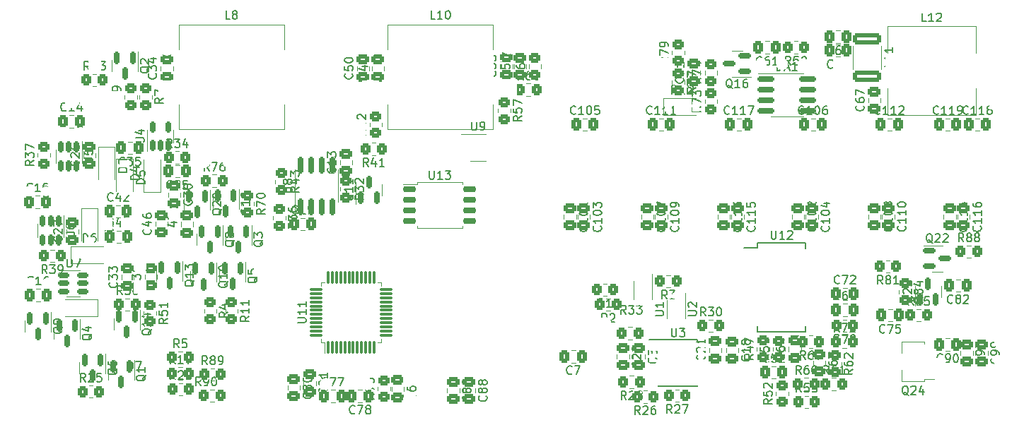
<source format=gto>
G04 #@! TF.GenerationSoftware,KiCad,Pcbnew,6.0.10-2.fc37*
G04 #@! TF.CreationDate,2023-02-05T13:57:13+01:00*
G04 #@! TF.ProjectId,Full schematic,46756c6c-2073-4636-9865-6d617469632e,rev?*
G04 #@! TF.SameCoordinates,Original*
G04 #@! TF.FileFunction,Legend,Top*
G04 #@! TF.FilePolarity,Positive*
%FSLAX46Y46*%
G04 Gerber Fmt 4.6, Leading zero omitted, Abs format (unit mm)*
G04 Created by KiCad (PCBNEW 6.0.10-2.fc37) date 2023-02-05 13:57:13*
%MOMM*%
%LPD*%
G01*
G04 APERTURE LIST*
G04 Aperture macros list*
%AMRoundRect*
0 Rectangle with rounded corners*
0 $1 Rounding radius*
0 $2 $3 $4 $5 $6 $7 $8 $9 X,Y pos of 4 corners*
0 Add a 4 corners polygon primitive as box body*
4,1,4,$2,$3,$4,$5,$6,$7,$8,$9,$2,$3,0*
0 Add four circle primitives for the rounded corners*
1,1,$1+$1,$2,$3*
1,1,$1+$1,$4,$5*
1,1,$1+$1,$6,$7*
1,1,$1+$1,$8,$9*
0 Add four rect primitives between the rounded corners*
20,1,$1+$1,$2,$3,$4,$5,0*
20,1,$1+$1,$4,$5,$6,$7,0*
20,1,$1+$1,$6,$7,$8,$9,0*
20,1,$1+$1,$8,$9,$2,$3,0*%
%AMFreePoly0*
4,1,9,5.362500,-0.866500,1.237500,-0.866500,1.237500,-0.450000,-1.237500,-0.450000,-1.237500,0.450000,1.237500,0.450000,1.237500,0.866500,5.362500,0.866500,5.362500,-0.866500,5.362500,-0.866500,$1*%
G04 Aperture macros list end*
%ADD10C,0.150000*%
%ADD11C,0.120000*%
%ADD12RoundRect,0.250000X0.337500X0.475000X-0.337500X0.475000X-0.337500X-0.475000X0.337500X-0.475000X0*%
%ADD13RoundRect,0.250000X0.450000X-0.350000X0.450000X0.350000X-0.450000X0.350000X-0.450000X-0.350000X0*%
%ADD14RoundRect,0.150000X-0.150000X0.587500X-0.150000X-0.587500X0.150000X-0.587500X0.150000X0.587500X0*%
%ADD15RoundRect,0.250000X-0.475000X0.337500X-0.475000X-0.337500X0.475000X-0.337500X0.475000X0.337500X0*%
%ADD16RoundRect,0.250000X-0.350000X-0.450000X0.350000X-0.450000X0.350000X0.450000X-0.350000X0.450000X0*%
%ADD17R,0.900000X1.200000*%
%ADD18RoundRect,0.150000X-0.150000X0.512500X-0.150000X-0.512500X0.150000X-0.512500X0.150000X0.512500X0*%
%ADD19RoundRect,0.250000X-0.337500X-0.475000X0.337500X-0.475000X0.337500X0.475000X-0.337500X0.475000X0*%
%ADD20RoundRect,0.250000X-0.450000X0.350000X-0.450000X-0.350000X0.450000X-0.350000X0.450000X0.350000X0*%
%ADD21RoundRect,0.250000X0.475000X-0.337500X0.475000X0.337500X-0.475000X0.337500X-0.475000X-0.337500X0*%
%ADD22RoundRect,0.150000X0.587500X0.150000X-0.587500X0.150000X-0.587500X-0.150000X0.587500X-0.150000X0*%
%ADD23RoundRect,0.150000X0.150000X-0.512500X0.150000X0.512500X-0.150000X0.512500X-0.150000X-0.512500X0*%
%ADD24R,2.300000X0.900000*%
%ADD25FreePoly0,180.000000*%
%ADD26RoundRect,0.250000X-1.450000X0.400000X-1.450000X-0.400000X1.450000X-0.400000X1.450000X0.400000X0*%
%ADD27RoundRect,0.250000X0.350000X0.450000X-0.350000X0.450000X-0.350000X-0.450000X0.350000X-0.450000X0*%
%ADD28R,1.560000X0.400000*%
%ADD29R,1.000000X0.400000*%
%ADD30RoundRect,0.075000X0.075000X-0.662500X0.075000X0.662500X-0.075000X0.662500X-0.075000X-0.662500X0*%
%ADD31RoundRect,0.075000X0.662500X-0.075000X0.662500X0.075000X-0.662500X0.075000X-0.662500X-0.075000X0*%
%ADD32RoundRect,0.150000X-0.512500X-0.150000X0.512500X-0.150000X0.512500X0.150000X-0.512500X0.150000X0*%
%ADD33RoundRect,0.150000X0.150000X-0.587500X0.150000X0.587500X-0.150000X0.587500X-0.150000X-0.587500X0*%
%ADD34R,1.200000X0.900000*%
%ADD35R,2.700000X3.600000*%
%ADD36RoundRect,0.150000X-0.825000X-0.150000X0.825000X-0.150000X0.825000X0.150000X-0.825000X0.150000X0*%
%ADD37R,0.300000X0.800000*%
%ADD38RoundRect,0.150000X-0.587500X-0.150000X0.587500X-0.150000X0.587500X0.150000X-0.587500X0.150000X0*%
%ADD39R,1.750000X0.450000*%
%ADD40R,2.900000X5.400000*%
%ADD41RoundRect,0.150000X-0.650000X-0.150000X0.650000X-0.150000X0.650000X0.150000X-0.650000X0.150000X0*%
%ADD42RoundRect,0.150000X0.150000X-0.825000X0.150000X0.825000X-0.150000X0.825000X-0.150000X-0.825000X0*%
%ADD43C,1.440000*%
%ADD44C,1.600000*%
%ADD45O,1.600000X1.600000*%
%ADD46R,1.700000X1.700000*%
%ADD47O,1.700000X1.700000*%
%ADD48R,1.905000X2.000000*%
%ADD49O,1.905000X2.000000*%
%ADD50C,1.000000*%
%ADD51R,2.400000X2.400000*%
%ADD52O,2.400000X2.400000*%
%ADD53C,1.100000*%
%ADD54R,1.600000X1.600000*%
%ADD55R,1.200000X1.200000*%
%ADD56C,1.200000*%
%ADD57R,2.200000X2.200000*%
%ADD58O,2.200000X2.200000*%
%ADD59C,1.500000*%
%ADD60R,2.000000X2.000000*%
%ADD61C,2.000000*%
%ADD62R,2.000000X1.905000*%
%ADD63O,2.000000X1.905000*%
G04 APERTURE END LIST*
D10*
X59711642Y-65196101D02*
X59664023Y-65243720D01*
X59521166Y-65291339D01*
X59425928Y-65291339D01*
X59283071Y-65243720D01*
X59187833Y-65148482D01*
X59140214Y-65053244D01*
X59092595Y-64862768D01*
X59092595Y-64719911D01*
X59140214Y-64529435D01*
X59187833Y-64434197D01*
X59283071Y-64338959D01*
X59425928Y-64291339D01*
X59521166Y-64291339D01*
X59664023Y-64338959D01*
X59711642Y-64386578D01*
X60044976Y-64291339D02*
X60711642Y-64291339D01*
X60283071Y-65291339D01*
X61235452Y-64719911D02*
X61140214Y-64672292D01*
X61092595Y-64624673D01*
X61044976Y-64529435D01*
X61044976Y-64481816D01*
X61092595Y-64386578D01*
X61140214Y-64338959D01*
X61235452Y-64291339D01*
X61425928Y-64291339D01*
X61521166Y-64338959D01*
X61568785Y-64386578D01*
X61616404Y-64481816D01*
X61616404Y-64529435D01*
X61568785Y-64624673D01*
X61521166Y-64672292D01*
X61425928Y-64719911D01*
X61235452Y-64719911D01*
X61140214Y-64767530D01*
X61092595Y-64815149D01*
X61044976Y-64910387D01*
X61044976Y-65100863D01*
X61092595Y-65196101D01*
X61140214Y-65243720D01*
X61235452Y-65291339D01*
X61425928Y-65291339D01*
X61521166Y-65243720D01*
X61568785Y-65196101D01*
X61616404Y-65100863D01*
X61616404Y-64910387D01*
X61568785Y-64815149D01*
X61521166Y-64767530D01*
X61425928Y-64719911D01*
X21281380Y-34916857D02*
X20805190Y-35250190D01*
X21281380Y-35488285D02*
X20281380Y-35488285D01*
X20281380Y-35107333D01*
X20329000Y-35012095D01*
X20376619Y-34964476D01*
X20471857Y-34916857D01*
X20614714Y-34916857D01*
X20709952Y-34964476D01*
X20757571Y-35012095D01*
X20805190Y-35107333D01*
X20805190Y-35488285D01*
X20281380Y-34583523D02*
X20281380Y-33964476D01*
X20662333Y-34297809D01*
X20662333Y-34154952D01*
X20709952Y-34059714D01*
X20757571Y-34012095D01*
X20852809Y-33964476D01*
X21090904Y-33964476D01*
X21186142Y-34012095D01*
X21233761Y-34059714D01*
X21281380Y-34154952D01*
X21281380Y-34440666D01*
X21233761Y-34535904D01*
X21186142Y-34583523D01*
X20281380Y-33631142D02*
X20281380Y-32964476D01*
X21281380Y-33393047D01*
X40478619Y-49260928D02*
X40431000Y-49356166D01*
X40335761Y-49451404D01*
X40192904Y-49594261D01*
X40145285Y-49689500D01*
X40145285Y-49784738D01*
X40383380Y-49737119D02*
X40335761Y-49832357D01*
X40240523Y-49927595D01*
X40050047Y-49975214D01*
X39716714Y-49975214D01*
X39526238Y-49927595D01*
X39431000Y-49832357D01*
X39383380Y-49737119D01*
X39383380Y-49546642D01*
X39431000Y-49451404D01*
X39526238Y-49356166D01*
X39716714Y-49308547D01*
X40050047Y-49308547D01*
X40240523Y-49356166D01*
X40335761Y-49451404D01*
X40383380Y-49546642D01*
X40383380Y-49737119D01*
X40383380Y-48356166D02*
X40383380Y-48927595D01*
X40383380Y-48641880D02*
X39383380Y-48641880D01*
X39526238Y-48737119D01*
X39621476Y-48832357D01*
X39669095Y-48927595D01*
X39383380Y-48022833D02*
X39383380Y-47403785D01*
X39764333Y-47737119D01*
X39764333Y-47594261D01*
X39811952Y-47499023D01*
X39859571Y-47451404D01*
X39954809Y-47403785D01*
X40192904Y-47403785D01*
X40288142Y-47451404D01*
X40335761Y-47499023D01*
X40383380Y-47594261D01*
X40383380Y-47879976D01*
X40335761Y-47975214D01*
X40288142Y-48022833D01*
X48032619Y-48863238D02*
X47985000Y-48958476D01*
X47889761Y-49053714D01*
X47746904Y-49196571D01*
X47699285Y-49291809D01*
X47699285Y-49387047D01*
X47937380Y-49339428D02*
X47889761Y-49434666D01*
X47794523Y-49529904D01*
X47604047Y-49577523D01*
X47270714Y-49577523D01*
X47080238Y-49529904D01*
X46985000Y-49434666D01*
X46937380Y-49339428D01*
X46937380Y-49148952D01*
X46985000Y-49053714D01*
X47080238Y-48958476D01*
X47270714Y-48910857D01*
X47604047Y-48910857D01*
X47794523Y-48958476D01*
X47889761Y-49053714D01*
X47937380Y-49148952D01*
X47937380Y-49339428D01*
X46937380Y-48006095D02*
X46937380Y-48482285D01*
X47413571Y-48529904D01*
X47365952Y-48482285D01*
X47318333Y-48387047D01*
X47318333Y-48148952D01*
X47365952Y-48053714D01*
X47413571Y-48006095D01*
X47508809Y-47958476D01*
X47746904Y-47958476D01*
X47842142Y-48006095D01*
X47889761Y-48053714D01*
X47937380Y-48148952D01*
X47937380Y-48387047D01*
X47889761Y-48482285D01*
X47842142Y-48529904D01*
X54455142Y-62807316D02*
X54502761Y-62854935D01*
X54550380Y-62997792D01*
X54550380Y-63093030D01*
X54502761Y-63235887D01*
X54407523Y-63331125D01*
X54312285Y-63378744D01*
X54121809Y-63426363D01*
X53978952Y-63426363D01*
X53788476Y-63378744D01*
X53693238Y-63331125D01*
X53598000Y-63235887D01*
X53550380Y-63093030D01*
X53550380Y-62997792D01*
X53598000Y-62854935D01*
X53645619Y-62807316D01*
X53978952Y-62235887D02*
X53931333Y-62331125D01*
X53883714Y-62378744D01*
X53788476Y-62426363D01*
X53740857Y-62426363D01*
X53645619Y-62378744D01*
X53598000Y-62331125D01*
X53550380Y-62235887D01*
X53550380Y-62045411D01*
X53598000Y-61950173D01*
X53645619Y-61902554D01*
X53740857Y-61854935D01*
X53788476Y-61854935D01*
X53883714Y-61902554D01*
X53931333Y-61950173D01*
X53978952Y-62045411D01*
X53978952Y-62235887D01*
X54026571Y-62331125D01*
X54074190Y-62378744D01*
X54169428Y-62426363D01*
X54359904Y-62426363D01*
X54455142Y-62378744D01*
X54502761Y-62331125D01*
X54550380Y-62235887D01*
X54550380Y-62045411D01*
X54502761Y-61950173D01*
X54455142Y-61902554D01*
X54359904Y-61854935D01*
X54169428Y-61854935D01*
X54074190Y-61902554D01*
X54026571Y-61950173D01*
X53978952Y-62045411D01*
X53550380Y-61235887D02*
X53550380Y-61140649D01*
X53598000Y-61045411D01*
X53645619Y-60997792D01*
X53740857Y-60950173D01*
X53931333Y-60902554D01*
X54169428Y-60902554D01*
X54359904Y-60950173D01*
X54455142Y-60997792D01*
X54502761Y-61045411D01*
X54550380Y-61140649D01*
X54550380Y-61235887D01*
X54502761Y-61331125D01*
X54455142Y-61378744D01*
X54359904Y-61426363D01*
X54169428Y-61473982D01*
X53931333Y-61473982D01*
X53740857Y-61426363D01*
X53645619Y-61378744D01*
X53598000Y-61331125D01*
X53550380Y-61235887D01*
X42267142Y-36140380D02*
X41933809Y-35664190D01*
X41695714Y-36140380D02*
X41695714Y-35140380D01*
X42076666Y-35140380D01*
X42171904Y-35188000D01*
X42219523Y-35235619D01*
X42267142Y-35330857D01*
X42267142Y-35473714D01*
X42219523Y-35568952D01*
X42171904Y-35616571D01*
X42076666Y-35664190D01*
X41695714Y-35664190D01*
X42600476Y-35140380D02*
X43267142Y-35140380D01*
X42838571Y-36140380D01*
X44076666Y-35140380D02*
X43886190Y-35140380D01*
X43790952Y-35188000D01*
X43743333Y-35235619D01*
X43648095Y-35378476D01*
X43600476Y-35568952D01*
X43600476Y-35949904D01*
X43648095Y-36045142D01*
X43695714Y-36092761D01*
X43790952Y-36140380D01*
X43981428Y-36140380D01*
X44076666Y-36092761D01*
X44124285Y-36045142D01*
X44171904Y-35949904D01*
X44171904Y-35711809D01*
X44124285Y-35616571D01*
X44076666Y-35568952D01*
X43981428Y-35521333D01*
X43790952Y-35521333D01*
X43695714Y-35568952D01*
X43648095Y-35616571D01*
X43600476Y-35711809D01*
X43780619Y-40703428D02*
X43733000Y-40798666D01*
X43637761Y-40893904D01*
X43494904Y-41036761D01*
X43447285Y-41132000D01*
X43447285Y-41227238D01*
X43685380Y-41179619D02*
X43637761Y-41274857D01*
X43542523Y-41370095D01*
X43352047Y-41417714D01*
X43018714Y-41417714D01*
X42828238Y-41370095D01*
X42733000Y-41274857D01*
X42685380Y-41179619D01*
X42685380Y-40989142D01*
X42733000Y-40893904D01*
X42828238Y-40798666D01*
X43018714Y-40751047D01*
X43352047Y-40751047D01*
X43542523Y-40798666D01*
X43637761Y-40893904D01*
X43685380Y-40989142D01*
X43685380Y-41179619D01*
X42780619Y-40370095D02*
X42733000Y-40322476D01*
X42685380Y-40227238D01*
X42685380Y-39989142D01*
X42733000Y-39893904D01*
X42780619Y-39846285D01*
X42875857Y-39798666D01*
X42971095Y-39798666D01*
X43113952Y-39846285D01*
X43685380Y-40417714D01*
X43685380Y-39798666D01*
X42685380Y-39179619D02*
X42685380Y-39084380D01*
X42733000Y-38989142D01*
X42780619Y-38941523D01*
X42875857Y-38893904D01*
X43066333Y-38846285D01*
X43304428Y-38846285D01*
X43494904Y-38893904D01*
X43590142Y-38941523D01*
X43637761Y-38989142D01*
X43685380Y-39084380D01*
X43685380Y-39179619D01*
X43637761Y-39274857D01*
X43590142Y-39322476D01*
X43494904Y-39370095D01*
X43304428Y-39417714D01*
X43066333Y-39417714D01*
X42875857Y-39370095D01*
X42780619Y-39322476D01*
X42733000Y-39274857D01*
X42685380Y-39179619D01*
X27202904Y-44680380D02*
X27202904Y-43680380D01*
X27441000Y-43680380D01*
X27583857Y-43728000D01*
X27679095Y-43823238D01*
X27726714Y-43918476D01*
X27774333Y-44108952D01*
X27774333Y-44251809D01*
X27726714Y-44442285D01*
X27679095Y-44537523D01*
X27583857Y-44632761D01*
X27441000Y-44680380D01*
X27202904Y-44680380D01*
X28631476Y-43680380D02*
X28441000Y-43680380D01*
X28345761Y-43728000D01*
X28298142Y-43775619D01*
X28202904Y-43918476D01*
X28155285Y-44108952D01*
X28155285Y-44489904D01*
X28202904Y-44585142D01*
X28250523Y-44632761D01*
X28345761Y-44680380D01*
X28536238Y-44680380D01*
X28631476Y-44632761D01*
X28679095Y-44585142D01*
X28726714Y-44489904D01*
X28726714Y-44251809D01*
X28679095Y-44156571D01*
X28631476Y-44108952D01*
X28536238Y-44061333D01*
X28345761Y-44061333D01*
X28250523Y-44108952D01*
X28202904Y-44156571D01*
X28155285Y-44251809D01*
X87508142Y-42796547D02*
X87555761Y-42844166D01*
X87603380Y-42987023D01*
X87603380Y-43082261D01*
X87555761Y-43225119D01*
X87460523Y-43320357D01*
X87365285Y-43367976D01*
X87174809Y-43415595D01*
X87031952Y-43415595D01*
X86841476Y-43367976D01*
X86746238Y-43320357D01*
X86651000Y-43225119D01*
X86603380Y-43082261D01*
X86603380Y-42987023D01*
X86651000Y-42844166D01*
X86698619Y-42796547D01*
X87603380Y-41844166D02*
X87603380Y-42415595D01*
X87603380Y-42129880D02*
X86603380Y-42129880D01*
X86746238Y-42225119D01*
X86841476Y-42320357D01*
X86889095Y-42415595D01*
X86603380Y-41225119D02*
X86603380Y-41129880D01*
X86651000Y-41034642D01*
X86698619Y-40987023D01*
X86793857Y-40939404D01*
X86984333Y-40891785D01*
X87222428Y-40891785D01*
X87412904Y-40939404D01*
X87508142Y-40987023D01*
X87555761Y-41034642D01*
X87603380Y-41129880D01*
X87603380Y-41225119D01*
X87555761Y-41320357D01*
X87508142Y-41367976D01*
X87412904Y-41415595D01*
X87222428Y-41463214D01*
X86984333Y-41463214D01*
X86793857Y-41415595D01*
X86698619Y-41367976D01*
X86651000Y-41320357D01*
X86603380Y-41225119D01*
X87603380Y-39939404D02*
X87603380Y-40510833D01*
X87603380Y-40225119D02*
X86603380Y-40225119D01*
X86746238Y-40320357D01*
X86841476Y-40415595D01*
X86889095Y-40510833D01*
X25159380Y-44063404D02*
X25968904Y-44063404D01*
X26064142Y-44015785D01*
X26111761Y-43968166D01*
X26159380Y-43872928D01*
X26159380Y-43682452D01*
X26111761Y-43587214D01*
X26064142Y-43539595D01*
X25968904Y-43491976D01*
X25159380Y-43491976D01*
X25159380Y-42587214D02*
X25159380Y-42777690D01*
X25207000Y-42872928D01*
X25254619Y-42920547D01*
X25397476Y-43015785D01*
X25587952Y-43063404D01*
X25968904Y-43063404D01*
X26064142Y-43015785D01*
X26111761Y-42968166D01*
X26159380Y-42872928D01*
X26159380Y-42682452D01*
X26111761Y-42587214D01*
X26064142Y-42539595D01*
X25968904Y-42491976D01*
X25730809Y-42491976D01*
X25635571Y-42539595D01*
X25587952Y-42587214D01*
X25540333Y-42682452D01*
X25540333Y-42872928D01*
X25587952Y-42968166D01*
X25635571Y-43015785D01*
X25730809Y-43063404D01*
X104566452Y-29284142D02*
X104518833Y-29331761D01*
X104375976Y-29379380D01*
X104280738Y-29379380D01*
X104137880Y-29331761D01*
X104042642Y-29236523D01*
X103995023Y-29141285D01*
X103947404Y-28950809D01*
X103947404Y-28807952D01*
X103995023Y-28617476D01*
X104042642Y-28522238D01*
X104137880Y-28427000D01*
X104280738Y-28379380D01*
X104375976Y-28379380D01*
X104518833Y-28427000D01*
X104566452Y-28474619D01*
X105518833Y-29379380D02*
X104947404Y-29379380D01*
X105233119Y-29379380D02*
X105233119Y-28379380D01*
X105137880Y-28522238D01*
X105042642Y-28617476D01*
X104947404Y-28665095D01*
X106471214Y-29379380D02*
X105899785Y-29379380D01*
X106185500Y-29379380D02*
X106185500Y-28379380D01*
X106090261Y-28522238D01*
X105995023Y-28617476D01*
X105899785Y-28665095D01*
X106804547Y-28379380D02*
X107471214Y-28379380D01*
X107042642Y-29379380D01*
X80082380Y-24280857D02*
X79606190Y-24614190D01*
X80082380Y-24852285D02*
X79082380Y-24852285D01*
X79082380Y-24471333D01*
X79130000Y-24376095D01*
X79177619Y-24328476D01*
X79272857Y-24280857D01*
X79415714Y-24280857D01*
X79510952Y-24328476D01*
X79558571Y-24376095D01*
X79606190Y-24471333D01*
X79606190Y-24852285D01*
X79082380Y-23423714D02*
X79082380Y-23614190D01*
X79130000Y-23709428D01*
X79177619Y-23757047D01*
X79320476Y-23852285D01*
X79510952Y-23899904D01*
X79891904Y-23899904D01*
X79987142Y-23852285D01*
X80034761Y-23804666D01*
X80082380Y-23709428D01*
X80082380Y-23518952D01*
X80034761Y-23423714D01*
X79987142Y-23376095D01*
X79891904Y-23328476D01*
X79653809Y-23328476D01*
X79558571Y-23376095D01*
X79510952Y-23423714D01*
X79463333Y-23518952D01*
X79463333Y-23709428D01*
X79510952Y-23804666D01*
X79558571Y-23852285D01*
X79653809Y-23899904D01*
X80082380Y-22852285D02*
X80082380Y-22661809D01*
X80034761Y-22566571D01*
X79987142Y-22518952D01*
X79844285Y-22423714D01*
X79653809Y-22376095D01*
X79272857Y-22376095D01*
X79177619Y-22423714D01*
X79130000Y-22471333D01*
X79082380Y-22566571D01*
X79082380Y-22757047D01*
X79130000Y-22852285D01*
X79177619Y-22899904D01*
X79272857Y-22947523D01*
X79510952Y-22947523D01*
X79606190Y-22899904D01*
X79653809Y-22852285D01*
X79701428Y-22757047D01*
X79701428Y-22566571D01*
X79653809Y-22471333D01*
X79606190Y-22423714D01*
X79510952Y-22376095D01*
X79859142Y-25218380D02*
X79525809Y-24742190D01*
X79287714Y-25218380D02*
X79287714Y-24218380D01*
X79668666Y-24218380D01*
X79763904Y-24266000D01*
X79811523Y-24313619D01*
X79859142Y-24408857D01*
X79859142Y-24551714D01*
X79811523Y-24646952D01*
X79763904Y-24694571D01*
X79668666Y-24742190D01*
X79287714Y-24742190D01*
X80716285Y-24218380D02*
X80525809Y-24218380D01*
X80430571Y-24266000D01*
X80382952Y-24313619D01*
X80287714Y-24456476D01*
X80240095Y-24646952D01*
X80240095Y-25027904D01*
X80287714Y-25123142D01*
X80335333Y-25170761D01*
X80430571Y-25218380D01*
X80621047Y-25218380D01*
X80716285Y-25170761D01*
X80763904Y-25123142D01*
X80811523Y-25027904D01*
X80811523Y-24789809D01*
X80763904Y-24694571D01*
X80716285Y-24646952D01*
X80621047Y-24599333D01*
X80430571Y-24599333D01*
X80335333Y-24646952D01*
X80287714Y-24694571D01*
X80240095Y-24789809D01*
X81382952Y-24646952D02*
X81287714Y-24599333D01*
X81240095Y-24551714D01*
X81192476Y-24456476D01*
X81192476Y-24408857D01*
X81240095Y-24313619D01*
X81287714Y-24266000D01*
X81382952Y-24218380D01*
X81573428Y-24218380D01*
X81668666Y-24266000D01*
X81716285Y-24313619D01*
X81763904Y-24408857D01*
X81763904Y-24456476D01*
X81716285Y-24551714D01*
X81668666Y-24599333D01*
X81573428Y-24646952D01*
X81382952Y-24646952D01*
X81287714Y-24694571D01*
X81240095Y-24742190D01*
X81192476Y-24837428D01*
X81192476Y-25027904D01*
X81240095Y-25123142D01*
X81287714Y-25170761D01*
X81382952Y-25218380D01*
X81573428Y-25218380D01*
X81668666Y-25170761D01*
X81716285Y-25123142D01*
X81763904Y-25027904D01*
X81763904Y-24837428D01*
X81716285Y-24742190D01*
X81668666Y-24694571D01*
X81573428Y-24646952D01*
X36773380Y-27455666D02*
X36297190Y-27789000D01*
X36773380Y-28027095D02*
X35773380Y-28027095D01*
X35773380Y-27646142D01*
X35821000Y-27550904D01*
X35868619Y-27503285D01*
X35963857Y-27455666D01*
X36106714Y-27455666D01*
X36201952Y-27503285D01*
X36249571Y-27550904D01*
X36297190Y-27646142D01*
X36297190Y-28027095D01*
X35773380Y-27122333D02*
X35773380Y-26455666D01*
X36773380Y-26884238D01*
X35888142Y-24497357D02*
X35935761Y-24544976D01*
X35983380Y-24687833D01*
X35983380Y-24783071D01*
X35935761Y-24925928D01*
X35840523Y-25021166D01*
X35745285Y-25068785D01*
X35554809Y-25116404D01*
X35411952Y-25116404D01*
X35221476Y-25068785D01*
X35126238Y-25021166D01*
X35031000Y-24925928D01*
X34983380Y-24783071D01*
X34983380Y-24687833D01*
X35031000Y-24544976D01*
X35078619Y-24497357D01*
X34983380Y-24164023D02*
X34983380Y-23544976D01*
X35364333Y-23878309D01*
X35364333Y-23735452D01*
X35411952Y-23640214D01*
X35459571Y-23592595D01*
X35554809Y-23544976D01*
X35792904Y-23544976D01*
X35888142Y-23592595D01*
X35935761Y-23640214D01*
X35983380Y-23735452D01*
X35983380Y-24021166D01*
X35935761Y-24116404D01*
X35888142Y-24164023D01*
X35316714Y-22687833D02*
X35983380Y-22687833D01*
X34935761Y-22925928D02*
X35650047Y-23164023D01*
X35650047Y-22544976D01*
X104917071Y-26249619D02*
X104821833Y-26202000D01*
X104726595Y-26106761D01*
X104583738Y-25963904D01*
X104488500Y-25916285D01*
X104393261Y-25916285D01*
X104440880Y-26154380D02*
X104345642Y-26106761D01*
X104250404Y-26011523D01*
X104202785Y-25821047D01*
X104202785Y-25487714D01*
X104250404Y-25297238D01*
X104345642Y-25202000D01*
X104440880Y-25154380D01*
X104631357Y-25154380D01*
X104726595Y-25202000D01*
X104821833Y-25297238D01*
X104869452Y-25487714D01*
X104869452Y-25821047D01*
X104821833Y-26011523D01*
X104726595Y-26106761D01*
X104631357Y-26154380D01*
X104440880Y-26154380D01*
X105821833Y-26154380D02*
X105250404Y-26154380D01*
X105536119Y-26154380D02*
X105536119Y-25154380D01*
X105440880Y-25297238D01*
X105345642Y-25392476D01*
X105250404Y-25440095D01*
X106678976Y-25154380D02*
X106488500Y-25154380D01*
X106393261Y-25202000D01*
X106345642Y-25249619D01*
X106250404Y-25392476D01*
X106202785Y-25582952D01*
X106202785Y-25963904D01*
X106250404Y-26059142D01*
X106298023Y-26106761D01*
X106393261Y-26154380D01*
X106583738Y-26154380D01*
X106678976Y-26106761D01*
X106726595Y-26059142D01*
X106774214Y-25963904D01*
X106774214Y-25725809D01*
X106726595Y-25630571D01*
X106678976Y-25582952D01*
X106583738Y-25535333D01*
X106393261Y-25535333D01*
X106298023Y-25582952D01*
X106250404Y-25630571D01*
X106202785Y-25725809D01*
X101703142Y-53539380D02*
X101369809Y-53063190D01*
X101131714Y-53539380D02*
X101131714Y-52539380D01*
X101512666Y-52539380D01*
X101607904Y-52587000D01*
X101655523Y-52634619D01*
X101703142Y-52729857D01*
X101703142Y-52872714D01*
X101655523Y-52967952D01*
X101607904Y-53015571D01*
X101512666Y-53063190D01*
X101131714Y-53063190D01*
X102036476Y-52539380D02*
X102655523Y-52539380D01*
X102322190Y-52920333D01*
X102465047Y-52920333D01*
X102560285Y-52967952D01*
X102607904Y-53015571D01*
X102655523Y-53110809D01*
X102655523Y-53348904D01*
X102607904Y-53444142D01*
X102560285Y-53491761D01*
X102465047Y-53539380D01*
X102179333Y-53539380D01*
X102084095Y-53491761D01*
X102036476Y-53444142D01*
X103274571Y-52539380D02*
X103369809Y-52539380D01*
X103465047Y-52587000D01*
X103512666Y-52634619D01*
X103560285Y-52729857D01*
X103607904Y-52920333D01*
X103607904Y-53158428D01*
X103560285Y-53348904D01*
X103512666Y-53444142D01*
X103465047Y-53491761D01*
X103369809Y-53539380D01*
X103274571Y-53539380D01*
X103179333Y-53491761D01*
X103131714Y-53444142D01*
X103084095Y-53348904D01*
X103036476Y-53158428D01*
X103036476Y-52920333D01*
X103084095Y-52729857D01*
X103131714Y-52634619D01*
X103179333Y-52587000D01*
X103274571Y-52539380D01*
X25159642Y-28903142D02*
X25112023Y-28950761D01*
X24969166Y-28998380D01*
X24873928Y-28998380D01*
X24731071Y-28950761D01*
X24635833Y-28855523D01*
X24588214Y-28760285D01*
X24540595Y-28569809D01*
X24540595Y-28426952D01*
X24588214Y-28236476D01*
X24635833Y-28141238D01*
X24731071Y-28046000D01*
X24873928Y-27998380D01*
X24969166Y-27998380D01*
X25112023Y-28046000D01*
X25159642Y-28093619D01*
X26112023Y-28998380D02*
X25540595Y-28998380D01*
X25826309Y-28998380D02*
X25826309Y-27998380D01*
X25731071Y-28141238D01*
X25635833Y-28236476D01*
X25540595Y-28284095D01*
X26969166Y-28331714D02*
X26969166Y-28998380D01*
X26731071Y-27950761D02*
X26492976Y-28665047D01*
X27112023Y-28665047D01*
X52775380Y-42409857D02*
X52299190Y-42743190D01*
X52775380Y-42981285D02*
X51775380Y-42981285D01*
X51775380Y-42600333D01*
X51823000Y-42505095D01*
X51870619Y-42457476D01*
X51965857Y-42409857D01*
X52108714Y-42409857D01*
X52203952Y-42457476D01*
X52251571Y-42505095D01*
X52299190Y-42600333D01*
X52299190Y-42981285D01*
X51775380Y-42076523D02*
X51775380Y-41457476D01*
X52156333Y-41790809D01*
X52156333Y-41647952D01*
X52203952Y-41552714D01*
X52251571Y-41505095D01*
X52346809Y-41457476D01*
X52584904Y-41457476D01*
X52680142Y-41505095D01*
X52727761Y-41552714D01*
X52775380Y-41647952D01*
X52775380Y-41933666D01*
X52727761Y-42028904D01*
X52680142Y-42076523D01*
X51775380Y-40600333D02*
X51775380Y-40790809D01*
X51823000Y-40886047D01*
X51870619Y-40933666D01*
X52013476Y-41028904D01*
X52203952Y-41076523D01*
X52584904Y-41076523D01*
X52680142Y-41028904D01*
X52727761Y-40981285D01*
X52775380Y-40886047D01*
X52775380Y-40695571D01*
X52727761Y-40600333D01*
X52680142Y-40552714D01*
X52584904Y-40505095D01*
X52346809Y-40505095D01*
X52251571Y-40552714D01*
X52203952Y-40600333D01*
X52156333Y-40695571D01*
X52156333Y-40886047D01*
X52203952Y-40981285D01*
X52251571Y-41028904D01*
X52346809Y-41076523D01*
X41251142Y-61921380D02*
X40917809Y-61445190D01*
X40679714Y-61921380D02*
X40679714Y-60921380D01*
X41060666Y-60921380D01*
X41155904Y-60969000D01*
X41203523Y-61016619D01*
X41251142Y-61111857D01*
X41251142Y-61254714D01*
X41203523Y-61349952D01*
X41155904Y-61397571D01*
X41060666Y-61445190D01*
X40679714Y-61445190D01*
X41727333Y-61921380D02*
X41917809Y-61921380D01*
X42013047Y-61873761D01*
X42060666Y-61826142D01*
X42155904Y-61683285D01*
X42203523Y-61492809D01*
X42203523Y-61111857D01*
X42155904Y-61016619D01*
X42108285Y-60969000D01*
X42013047Y-60921380D01*
X41822571Y-60921380D01*
X41727333Y-60969000D01*
X41679714Y-61016619D01*
X41632095Y-61111857D01*
X41632095Y-61349952D01*
X41679714Y-61445190D01*
X41727333Y-61492809D01*
X41822571Y-61540428D01*
X42013047Y-61540428D01*
X42108285Y-61492809D01*
X42155904Y-61445190D01*
X42203523Y-61349952D01*
X42822571Y-60921380D02*
X42917809Y-60921380D01*
X43013047Y-60969000D01*
X43060666Y-61016619D01*
X43108285Y-61111857D01*
X43155904Y-61302333D01*
X43155904Y-61540428D01*
X43108285Y-61730904D01*
X43060666Y-61826142D01*
X43013047Y-61873761D01*
X42917809Y-61921380D01*
X42822571Y-61921380D01*
X42727333Y-61873761D01*
X42679714Y-61826142D01*
X42632095Y-61730904D01*
X42584476Y-61540428D01*
X42584476Y-61302333D01*
X42632095Y-61111857D01*
X42679714Y-61016619D01*
X42727333Y-60969000D01*
X42822571Y-60921380D01*
X33501380Y-32771404D02*
X34310904Y-32771404D01*
X34406142Y-32723785D01*
X34453761Y-32676166D01*
X34501380Y-32580928D01*
X34501380Y-32390452D01*
X34453761Y-32295214D01*
X34406142Y-32247595D01*
X34310904Y-32199976D01*
X33501380Y-32199976D01*
X33834714Y-31295214D02*
X34501380Y-31295214D01*
X33453761Y-31533309D02*
X34168047Y-31771404D01*
X34168047Y-31152357D01*
X30747642Y-39698142D02*
X30700023Y-39745761D01*
X30557166Y-39793380D01*
X30461928Y-39793380D01*
X30319071Y-39745761D01*
X30223833Y-39650523D01*
X30176214Y-39555285D01*
X30128595Y-39364809D01*
X30128595Y-39221952D01*
X30176214Y-39031476D01*
X30223833Y-38936238D01*
X30319071Y-38841000D01*
X30461928Y-38793380D01*
X30557166Y-38793380D01*
X30700023Y-38841000D01*
X30747642Y-38888619D01*
X31604785Y-39126714D02*
X31604785Y-39793380D01*
X31366690Y-38745761D02*
X31128595Y-39460047D01*
X31747642Y-39460047D01*
X32080976Y-38888619D02*
X32128595Y-38841000D01*
X32223833Y-38793380D01*
X32461928Y-38793380D01*
X32557166Y-38841000D01*
X32604785Y-38888619D01*
X32652404Y-38983857D01*
X32652404Y-39079095D01*
X32604785Y-39221952D01*
X32033357Y-39793380D01*
X32652404Y-39793380D01*
X127705380Y-51299857D02*
X127229190Y-51633190D01*
X127705380Y-51871285D02*
X126705380Y-51871285D01*
X126705380Y-51490333D01*
X126753000Y-51395095D01*
X126800619Y-51347476D01*
X126895857Y-51299857D01*
X127038714Y-51299857D01*
X127133952Y-51347476D01*
X127181571Y-51395095D01*
X127229190Y-51490333D01*
X127229190Y-51871285D01*
X127133952Y-50728428D02*
X127086333Y-50823666D01*
X127038714Y-50871285D01*
X126943476Y-50918904D01*
X126895857Y-50918904D01*
X126800619Y-50871285D01*
X126753000Y-50823666D01*
X126705380Y-50728428D01*
X126705380Y-50537952D01*
X126753000Y-50442714D01*
X126800619Y-50395095D01*
X126895857Y-50347476D01*
X126943476Y-50347476D01*
X127038714Y-50395095D01*
X127086333Y-50442714D01*
X127133952Y-50537952D01*
X127133952Y-50728428D01*
X127181571Y-50823666D01*
X127229190Y-50871285D01*
X127324428Y-50918904D01*
X127514904Y-50918904D01*
X127610142Y-50871285D01*
X127657761Y-50823666D01*
X127705380Y-50728428D01*
X127705380Y-50537952D01*
X127657761Y-50442714D01*
X127610142Y-50395095D01*
X127514904Y-50347476D01*
X127324428Y-50347476D01*
X127229190Y-50395095D01*
X127181571Y-50442714D01*
X127133952Y-50537952D01*
X127038714Y-49490333D02*
X127705380Y-49490333D01*
X126657761Y-49728428D02*
X127372047Y-49966523D01*
X127372047Y-49347476D01*
X37816642Y-38232142D02*
X37769023Y-38279761D01*
X37626166Y-38327380D01*
X37530928Y-38327380D01*
X37388071Y-38279761D01*
X37292833Y-38184523D01*
X37245214Y-38089285D01*
X37197595Y-37898809D01*
X37197595Y-37755952D01*
X37245214Y-37565476D01*
X37292833Y-37470238D01*
X37388071Y-37375000D01*
X37530928Y-37327380D01*
X37626166Y-37327380D01*
X37769023Y-37375000D01*
X37816642Y-37422619D01*
X38197595Y-37422619D02*
X38245214Y-37375000D01*
X38340452Y-37327380D01*
X38578547Y-37327380D01*
X38673785Y-37375000D01*
X38721404Y-37422619D01*
X38769023Y-37517857D01*
X38769023Y-37613095D01*
X38721404Y-37755952D01*
X38149976Y-38327380D01*
X38769023Y-38327380D01*
X39673785Y-37327380D02*
X39197595Y-37327380D01*
X39149976Y-37803571D01*
X39197595Y-37755952D01*
X39292833Y-37708333D01*
X39530928Y-37708333D01*
X39626166Y-37755952D01*
X39673785Y-37803571D01*
X39721404Y-37898809D01*
X39721404Y-38136904D01*
X39673785Y-38232142D01*
X39626166Y-38279761D01*
X39530928Y-38327380D01*
X39292833Y-38327380D01*
X39197595Y-38279761D01*
X39149976Y-38232142D01*
X93858142Y-59084357D02*
X93905761Y-59131976D01*
X93953380Y-59274833D01*
X93953380Y-59370071D01*
X93905761Y-59512928D01*
X93810523Y-59608166D01*
X93715285Y-59655785D01*
X93524809Y-59703404D01*
X93381952Y-59703404D01*
X93191476Y-59655785D01*
X93096238Y-59608166D01*
X93001000Y-59512928D01*
X92953380Y-59370071D01*
X92953380Y-59274833D01*
X93001000Y-59131976D01*
X93048619Y-59084357D01*
X93048619Y-58703404D02*
X93001000Y-58655785D01*
X92953380Y-58560547D01*
X92953380Y-58322452D01*
X93001000Y-58227214D01*
X93048619Y-58179595D01*
X93143857Y-58131976D01*
X93239095Y-58131976D01*
X93381952Y-58179595D01*
X93953380Y-58751023D01*
X93953380Y-58131976D01*
X93048619Y-57751023D02*
X93001000Y-57703404D01*
X92953380Y-57608166D01*
X92953380Y-57370071D01*
X93001000Y-57274833D01*
X93048619Y-57227214D01*
X93143857Y-57179595D01*
X93239095Y-57179595D01*
X93381952Y-57227214D01*
X93953380Y-57798642D01*
X93953380Y-57179595D01*
X126001571Y-63059619D02*
X125906333Y-63012000D01*
X125811095Y-62916761D01*
X125668238Y-62773904D01*
X125573000Y-62726285D01*
X125477761Y-62726285D01*
X125525380Y-62964380D02*
X125430142Y-62916761D01*
X125334904Y-62821523D01*
X125287285Y-62631047D01*
X125287285Y-62297714D01*
X125334904Y-62107238D01*
X125430142Y-62012000D01*
X125525380Y-61964380D01*
X125715857Y-61964380D01*
X125811095Y-62012000D01*
X125906333Y-62107238D01*
X125953952Y-62297714D01*
X125953952Y-62631047D01*
X125906333Y-62821523D01*
X125811095Y-62916761D01*
X125715857Y-62964380D01*
X125525380Y-62964380D01*
X126334904Y-62059619D02*
X126382523Y-62012000D01*
X126477761Y-61964380D01*
X126715857Y-61964380D01*
X126811095Y-62012000D01*
X126858714Y-62059619D01*
X126906333Y-62154857D01*
X126906333Y-62250095D01*
X126858714Y-62392952D01*
X126287285Y-62964380D01*
X126906333Y-62964380D01*
X127763476Y-62297714D02*
X127763476Y-62964380D01*
X127525380Y-61916761D02*
X127287285Y-62631047D01*
X127906333Y-62631047D01*
X105923142Y-42796547D02*
X105970761Y-42844166D01*
X106018380Y-42987023D01*
X106018380Y-43082261D01*
X105970761Y-43225119D01*
X105875523Y-43320357D01*
X105780285Y-43367976D01*
X105589809Y-43415595D01*
X105446952Y-43415595D01*
X105256476Y-43367976D01*
X105161238Y-43320357D01*
X105066000Y-43225119D01*
X105018380Y-43082261D01*
X105018380Y-42987023D01*
X105066000Y-42844166D01*
X105113619Y-42796547D01*
X106018380Y-41844166D02*
X106018380Y-42415595D01*
X106018380Y-42129880D02*
X105018380Y-42129880D01*
X105161238Y-42225119D01*
X105256476Y-42320357D01*
X105304095Y-42415595D01*
X106018380Y-40891785D02*
X106018380Y-41463214D01*
X106018380Y-41177500D02*
X105018380Y-41177500D01*
X105161238Y-41272738D01*
X105256476Y-41367976D01*
X105304095Y-41463214D01*
X105018380Y-40558452D02*
X105018380Y-39939404D01*
X105399333Y-40272738D01*
X105399333Y-40129880D01*
X105446952Y-40034642D01*
X105494571Y-39987023D01*
X105589809Y-39939404D01*
X105827904Y-39939404D01*
X105923142Y-39987023D01*
X105970761Y-40034642D01*
X106018380Y-40129880D01*
X106018380Y-40415595D01*
X105970761Y-40510833D01*
X105923142Y-40558452D01*
X38235142Y-61159380D02*
X37901809Y-60683190D01*
X37663714Y-61159380D02*
X37663714Y-60159380D01*
X38044666Y-60159380D01*
X38139904Y-60207000D01*
X38187523Y-60254619D01*
X38235142Y-60349857D01*
X38235142Y-60492714D01*
X38187523Y-60587952D01*
X38139904Y-60635571D01*
X38044666Y-60683190D01*
X37663714Y-60683190D01*
X38616095Y-60254619D02*
X38663714Y-60207000D01*
X38758952Y-60159380D01*
X38997047Y-60159380D01*
X39092285Y-60207000D01*
X39139904Y-60254619D01*
X39187523Y-60349857D01*
X39187523Y-60445095D01*
X39139904Y-60587952D01*
X38568476Y-61159380D01*
X39187523Y-61159380D01*
X39520857Y-60159380D02*
X40139904Y-60159380D01*
X39806571Y-60540333D01*
X39949428Y-60540333D01*
X40044666Y-60587952D01*
X40092285Y-60635571D01*
X40139904Y-60730809D01*
X40139904Y-60968904D01*
X40092285Y-61064142D01*
X40044666Y-61111761D01*
X39949428Y-61159380D01*
X39663714Y-61159380D01*
X39568476Y-61111761D01*
X39520857Y-61064142D01*
X131288642Y-51948142D02*
X131241023Y-51995761D01*
X131098166Y-52043380D01*
X131002928Y-52043380D01*
X130860071Y-51995761D01*
X130764833Y-51900523D01*
X130717214Y-51805285D01*
X130669595Y-51614809D01*
X130669595Y-51471952D01*
X130717214Y-51281476D01*
X130764833Y-51186238D01*
X130860071Y-51091000D01*
X131002928Y-51043380D01*
X131098166Y-51043380D01*
X131241023Y-51091000D01*
X131288642Y-51138619D01*
X131860071Y-51471952D02*
X131764833Y-51424333D01*
X131717214Y-51376714D01*
X131669595Y-51281476D01*
X131669595Y-51233857D01*
X131717214Y-51138619D01*
X131764833Y-51091000D01*
X131860071Y-51043380D01*
X132050547Y-51043380D01*
X132145785Y-51091000D01*
X132193404Y-51138619D01*
X132241023Y-51233857D01*
X132241023Y-51281476D01*
X132193404Y-51376714D01*
X132145785Y-51424333D01*
X132050547Y-51471952D01*
X131860071Y-51471952D01*
X131764833Y-51519571D01*
X131717214Y-51567190D01*
X131669595Y-51662428D01*
X131669595Y-51852904D01*
X131717214Y-51948142D01*
X131764833Y-51995761D01*
X131860071Y-52043380D01*
X132050547Y-52043380D01*
X132145785Y-51995761D01*
X132193404Y-51948142D01*
X132241023Y-51852904D01*
X132241023Y-51662428D01*
X132193404Y-51567190D01*
X132145785Y-51519571D01*
X132050547Y-51471952D01*
X132621976Y-51138619D02*
X132669595Y-51091000D01*
X132764833Y-51043380D01*
X133002928Y-51043380D01*
X133098166Y-51091000D01*
X133145785Y-51138619D01*
X133193404Y-51233857D01*
X133193404Y-51329095D01*
X133145785Y-51471952D01*
X132574357Y-52043380D01*
X133193404Y-52043380D01*
X124133380Y-23192857D02*
X124133380Y-23669047D01*
X123133380Y-23669047D01*
X124133380Y-22335714D02*
X124133380Y-22907142D01*
X124133380Y-22621428D02*
X123133380Y-22621428D01*
X123276238Y-22716666D01*
X123371476Y-22811904D01*
X123419095Y-22907142D01*
X124133380Y-21383333D02*
X124133380Y-21954761D01*
X124133380Y-21669047D02*
X123133380Y-21669047D01*
X123276238Y-21764285D01*
X123371476Y-21859523D01*
X123419095Y-21954761D01*
X86151452Y-29284142D02*
X86103833Y-29331761D01*
X85960976Y-29379380D01*
X85865738Y-29379380D01*
X85722880Y-29331761D01*
X85627642Y-29236523D01*
X85580023Y-29141285D01*
X85532404Y-28950809D01*
X85532404Y-28807952D01*
X85580023Y-28617476D01*
X85627642Y-28522238D01*
X85722880Y-28427000D01*
X85865738Y-28379380D01*
X85960976Y-28379380D01*
X86103833Y-28427000D01*
X86151452Y-28474619D01*
X87103833Y-29379380D02*
X86532404Y-29379380D01*
X86818119Y-29379380D02*
X86818119Y-28379380D01*
X86722880Y-28522238D01*
X86627642Y-28617476D01*
X86532404Y-28665095D01*
X87722880Y-28379380D02*
X87818119Y-28379380D01*
X87913357Y-28427000D01*
X87960976Y-28474619D01*
X88008595Y-28569857D01*
X88056214Y-28760333D01*
X88056214Y-28998428D01*
X88008595Y-29188904D01*
X87960976Y-29284142D01*
X87913357Y-29331761D01*
X87818119Y-29379380D01*
X87722880Y-29379380D01*
X87627642Y-29331761D01*
X87580023Y-29284142D01*
X87532404Y-29188904D01*
X87484785Y-28998428D01*
X87484785Y-28760333D01*
X87532404Y-28569857D01*
X87580023Y-28474619D01*
X87627642Y-28427000D01*
X87722880Y-28379380D01*
X88960976Y-28379380D02*
X88484785Y-28379380D01*
X88437166Y-28855571D01*
X88484785Y-28807952D01*
X88580023Y-28760333D01*
X88818119Y-28760333D01*
X88913357Y-28807952D01*
X88960976Y-28855571D01*
X89008595Y-28950809D01*
X89008595Y-29188904D01*
X88960976Y-29284142D01*
X88913357Y-29331761D01*
X88818119Y-29379380D01*
X88580023Y-29379380D01*
X88484785Y-29331761D01*
X88437166Y-29284142D01*
X48733619Y-44466738D02*
X48686000Y-44561976D01*
X48590761Y-44657214D01*
X48447904Y-44800071D01*
X48400285Y-44895309D01*
X48400285Y-44990547D01*
X48638380Y-44942928D02*
X48590761Y-45038166D01*
X48495523Y-45133404D01*
X48305047Y-45181023D01*
X47971714Y-45181023D01*
X47781238Y-45133404D01*
X47686000Y-45038166D01*
X47638380Y-44942928D01*
X47638380Y-44752452D01*
X47686000Y-44657214D01*
X47781238Y-44561976D01*
X47971714Y-44514357D01*
X48305047Y-44514357D01*
X48495523Y-44561976D01*
X48590761Y-44657214D01*
X48638380Y-44752452D01*
X48638380Y-44942928D01*
X47638380Y-44181023D02*
X47638380Y-43561976D01*
X48019333Y-43895309D01*
X48019333Y-43752452D01*
X48066952Y-43657214D01*
X48114571Y-43609595D01*
X48209809Y-43561976D01*
X48447904Y-43561976D01*
X48543142Y-43609595D01*
X48590761Y-43657214D01*
X48638380Y-43752452D01*
X48638380Y-44038166D01*
X48590761Y-44133404D01*
X48543142Y-44181023D01*
X130061642Y-59017142D02*
X130014023Y-59064761D01*
X129871166Y-59112380D01*
X129775928Y-59112380D01*
X129633071Y-59064761D01*
X129537833Y-58969523D01*
X129490214Y-58874285D01*
X129442595Y-58683809D01*
X129442595Y-58540952D01*
X129490214Y-58350476D01*
X129537833Y-58255238D01*
X129633071Y-58160000D01*
X129775928Y-58112380D01*
X129871166Y-58112380D01*
X130014023Y-58160000D01*
X130061642Y-58207619D01*
X130537833Y-59112380D02*
X130728309Y-59112380D01*
X130823547Y-59064761D01*
X130871166Y-59017142D01*
X130966404Y-58874285D01*
X131014023Y-58683809D01*
X131014023Y-58302857D01*
X130966404Y-58207619D01*
X130918785Y-58160000D01*
X130823547Y-58112380D01*
X130633071Y-58112380D01*
X130537833Y-58160000D01*
X130490214Y-58207619D01*
X130442595Y-58302857D01*
X130442595Y-58540952D01*
X130490214Y-58636190D01*
X130537833Y-58683809D01*
X130633071Y-58731428D01*
X130823547Y-58731428D01*
X130918785Y-58683809D01*
X130966404Y-58636190D01*
X131014023Y-58540952D01*
X131633071Y-58112380D02*
X131728309Y-58112380D01*
X131823547Y-58160000D01*
X131871166Y-58207619D01*
X131918785Y-58302857D01*
X131966404Y-58493333D01*
X131966404Y-58731428D01*
X131918785Y-58921904D01*
X131871166Y-59017142D01*
X131823547Y-59064761D01*
X131728309Y-59112380D01*
X131633071Y-59112380D01*
X131537833Y-59064761D01*
X131490214Y-59017142D01*
X131442595Y-58921904D01*
X131394976Y-58731428D01*
X131394976Y-58493333D01*
X131442595Y-58302857D01*
X131490214Y-58207619D01*
X131537833Y-58160000D01*
X131633071Y-58112380D01*
X37822142Y-33346380D02*
X37488809Y-32870190D01*
X37250714Y-33346380D02*
X37250714Y-32346380D01*
X37631666Y-32346380D01*
X37726904Y-32394000D01*
X37774523Y-32441619D01*
X37822142Y-32536857D01*
X37822142Y-32679714D01*
X37774523Y-32774952D01*
X37726904Y-32822571D01*
X37631666Y-32870190D01*
X37250714Y-32870190D01*
X38155476Y-32346380D02*
X38774523Y-32346380D01*
X38441190Y-32727333D01*
X38584047Y-32727333D01*
X38679285Y-32774952D01*
X38726904Y-32822571D01*
X38774523Y-32917809D01*
X38774523Y-33155904D01*
X38726904Y-33251142D01*
X38679285Y-33298761D01*
X38584047Y-33346380D01*
X38298333Y-33346380D01*
X38203095Y-33298761D01*
X38155476Y-33251142D01*
X39631666Y-32679714D02*
X39631666Y-33346380D01*
X39393571Y-32298761D02*
X39155476Y-33013047D01*
X39774523Y-33013047D01*
X89892333Y-54299380D02*
X89559000Y-53823190D01*
X89320904Y-54299380D02*
X89320904Y-53299380D01*
X89701857Y-53299380D01*
X89797095Y-53347000D01*
X89844714Y-53394619D01*
X89892333Y-53489857D01*
X89892333Y-53632714D01*
X89844714Y-53727952D01*
X89797095Y-53775571D01*
X89701857Y-53823190D01*
X89320904Y-53823190D01*
X90273285Y-53394619D02*
X90320904Y-53347000D01*
X90416142Y-53299380D01*
X90654238Y-53299380D01*
X90749476Y-53347000D01*
X90797095Y-53394619D01*
X90844714Y-53489857D01*
X90844714Y-53585095D01*
X90797095Y-53727952D01*
X90225666Y-54299380D01*
X90844714Y-54299380D01*
X60776380Y-38980857D02*
X60300190Y-39314190D01*
X60776380Y-39552285D02*
X59776380Y-39552285D01*
X59776380Y-39171333D01*
X59824000Y-39076095D01*
X59871619Y-39028476D01*
X59966857Y-38980857D01*
X60109714Y-38980857D01*
X60204952Y-39028476D01*
X60252571Y-39076095D01*
X60300190Y-39171333D01*
X60300190Y-39552285D01*
X59776380Y-38647523D02*
X59776380Y-38028476D01*
X60157333Y-38361809D01*
X60157333Y-38218952D01*
X60204952Y-38123714D01*
X60252571Y-38076095D01*
X60347809Y-38028476D01*
X60585904Y-38028476D01*
X60681142Y-38076095D01*
X60728761Y-38123714D01*
X60776380Y-38218952D01*
X60776380Y-38504666D01*
X60728761Y-38599904D01*
X60681142Y-38647523D01*
X59871619Y-37647523D02*
X59824000Y-37599904D01*
X59776380Y-37504666D01*
X59776380Y-37266571D01*
X59824000Y-37171333D01*
X59871619Y-37123714D01*
X59966857Y-37076095D01*
X60062095Y-37076095D01*
X60204952Y-37123714D01*
X60776380Y-37695142D01*
X60776380Y-37076095D01*
X28220619Y-55721238D02*
X28173000Y-55816476D01*
X28077761Y-55911714D01*
X27934904Y-56054571D01*
X27887285Y-56149809D01*
X27887285Y-56245047D01*
X28125380Y-56197428D02*
X28077761Y-56292666D01*
X27982523Y-56387904D01*
X27792047Y-56435523D01*
X27458714Y-56435523D01*
X27268238Y-56387904D01*
X27173000Y-56292666D01*
X27125380Y-56197428D01*
X27125380Y-56006952D01*
X27173000Y-55911714D01*
X27268238Y-55816476D01*
X27458714Y-55768857D01*
X27792047Y-55768857D01*
X27982523Y-55816476D01*
X28077761Y-55911714D01*
X28125380Y-56006952D01*
X28125380Y-56197428D01*
X27458714Y-54911714D02*
X28125380Y-54911714D01*
X27077761Y-55149809D02*
X27792047Y-55387904D01*
X27792047Y-54768857D01*
X109292380Y-58189857D02*
X108816190Y-58523190D01*
X109292380Y-58761285D02*
X108292380Y-58761285D01*
X108292380Y-58380333D01*
X108340000Y-58285095D01*
X108387619Y-58237476D01*
X108482857Y-58189857D01*
X108625714Y-58189857D01*
X108720952Y-58237476D01*
X108768571Y-58285095D01*
X108816190Y-58380333D01*
X108816190Y-58761285D01*
X108292380Y-57285095D02*
X108292380Y-57761285D01*
X108768571Y-57808904D01*
X108720952Y-57761285D01*
X108673333Y-57666047D01*
X108673333Y-57427952D01*
X108720952Y-57332714D01*
X108768571Y-57285095D01*
X108863809Y-57237476D01*
X109101904Y-57237476D01*
X109197142Y-57285095D01*
X109244761Y-57332714D01*
X109292380Y-57427952D01*
X109292380Y-57666047D01*
X109244761Y-57761285D01*
X109197142Y-57808904D01*
X108292380Y-56380333D02*
X108292380Y-56570809D01*
X108340000Y-56666047D01*
X108387619Y-56713666D01*
X108530476Y-56808904D01*
X108720952Y-56856523D01*
X109101904Y-56856523D01*
X109197142Y-56808904D01*
X109244761Y-56761285D01*
X109292380Y-56666047D01*
X109292380Y-56475571D01*
X109244761Y-56380333D01*
X109197142Y-56332714D01*
X109101904Y-56285095D01*
X108863809Y-56285095D01*
X108768571Y-56332714D01*
X108720952Y-56380333D01*
X108673333Y-56475571D01*
X108673333Y-56666047D01*
X108720952Y-56761285D01*
X108768571Y-56808904D01*
X108863809Y-56856523D01*
X89511333Y-52521380D02*
X89178000Y-52045190D01*
X88939904Y-52521380D02*
X88939904Y-51521380D01*
X89320857Y-51521380D01*
X89416095Y-51569000D01*
X89463714Y-51616619D01*
X89511333Y-51711857D01*
X89511333Y-51854714D01*
X89463714Y-51949952D01*
X89416095Y-51997571D01*
X89320857Y-52045190D01*
X88939904Y-52045190D01*
X90463714Y-52521380D02*
X89892285Y-52521380D01*
X90178000Y-52521380D02*
X90178000Y-51521380D01*
X90082761Y-51664238D01*
X89987523Y-51759476D01*
X89892285Y-51807095D01*
X120597142Y-28333857D02*
X120644761Y-28381476D01*
X120692380Y-28524333D01*
X120692380Y-28619571D01*
X120644761Y-28762428D01*
X120549523Y-28857666D01*
X120454285Y-28905285D01*
X120263809Y-28952904D01*
X120120952Y-28952904D01*
X119930476Y-28905285D01*
X119835238Y-28857666D01*
X119740000Y-28762428D01*
X119692380Y-28619571D01*
X119692380Y-28524333D01*
X119740000Y-28381476D01*
X119787619Y-28333857D01*
X119692380Y-27476714D02*
X119692380Y-27667190D01*
X119740000Y-27762428D01*
X119787619Y-27810047D01*
X119930476Y-27905285D01*
X120120952Y-27952904D01*
X120501904Y-27952904D01*
X120597142Y-27905285D01*
X120644761Y-27857666D01*
X120692380Y-27762428D01*
X120692380Y-27571952D01*
X120644761Y-27476714D01*
X120597142Y-27429095D01*
X120501904Y-27381476D01*
X120263809Y-27381476D01*
X120168571Y-27429095D01*
X120120952Y-27476714D01*
X120073333Y-27571952D01*
X120073333Y-27762428D01*
X120120952Y-27857666D01*
X120168571Y-27905285D01*
X120263809Y-27952904D01*
X119692380Y-27048142D02*
X119692380Y-26381476D01*
X120692380Y-26810047D01*
X73707095Y-30277380D02*
X73707095Y-31086904D01*
X73754714Y-31182142D01*
X73802333Y-31229761D01*
X73897571Y-31277380D01*
X74088047Y-31277380D01*
X74183285Y-31229761D01*
X74230904Y-31182142D01*
X74278523Y-31086904D01*
X74278523Y-30277380D01*
X74802333Y-31277380D02*
X74992809Y-31277380D01*
X75088047Y-31229761D01*
X75135666Y-31182142D01*
X75230904Y-31039285D01*
X75278523Y-30848809D01*
X75278523Y-30467857D01*
X75230904Y-30372619D01*
X75183285Y-30325000D01*
X75088047Y-30277380D01*
X74897571Y-30277380D01*
X74802333Y-30325000D01*
X74754714Y-30372619D01*
X74707095Y-30467857D01*
X74707095Y-30705952D01*
X74754714Y-30801190D01*
X74802333Y-30848809D01*
X74897571Y-30896428D01*
X75088047Y-30896428D01*
X75183285Y-30848809D01*
X75230904Y-30801190D01*
X75278523Y-30705952D01*
X97717714Y-26900380D02*
X97717714Y-25900380D01*
X97955809Y-25900380D01*
X98098666Y-25948000D01*
X98193904Y-26043238D01*
X98241523Y-26138476D01*
X98289142Y-26328952D01*
X98289142Y-26471809D01*
X98241523Y-26662285D01*
X98193904Y-26757523D01*
X98098666Y-26852761D01*
X97955809Y-26900380D01*
X97717714Y-26900380D01*
X99241523Y-26900380D02*
X98670095Y-26900380D01*
X98955809Y-26900380D02*
X98955809Y-25900380D01*
X98860571Y-26043238D01*
X98765333Y-26138476D01*
X98670095Y-26186095D01*
X99622476Y-25995619D02*
X99670095Y-25948000D01*
X99765333Y-25900380D01*
X100003428Y-25900380D01*
X100098666Y-25948000D01*
X100146285Y-25995619D01*
X100193904Y-26090857D01*
X100193904Y-26186095D01*
X100146285Y-26328952D01*
X99574857Y-26900380D01*
X100193904Y-26900380D01*
X30790642Y-42746142D02*
X30743023Y-42793761D01*
X30600166Y-42841380D01*
X30504928Y-42841380D01*
X30362071Y-42793761D01*
X30266833Y-42698523D01*
X30219214Y-42603285D01*
X30171595Y-42412809D01*
X30171595Y-42269952D01*
X30219214Y-42079476D01*
X30266833Y-41984238D01*
X30362071Y-41889000D01*
X30504928Y-41841380D01*
X30600166Y-41841380D01*
X30743023Y-41889000D01*
X30790642Y-41936619D01*
X31647785Y-42174714D02*
X31647785Y-42841380D01*
X31409690Y-41793761D02*
X31171595Y-42508047D01*
X31790642Y-42508047D01*
X32647785Y-41841380D02*
X32171595Y-41841380D01*
X32123976Y-42317571D01*
X32171595Y-42269952D01*
X32266833Y-42222333D01*
X32504928Y-42222333D01*
X32600166Y-42269952D01*
X32647785Y-42317571D01*
X32695404Y-42412809D01*
X32695404Y-42650904D01*
X32647785Y-42746142D01*
X32600166Y-42793761D01*
X32504928Y-42841380D01*
X32266833Y-42841380D01*
X32171595Y-42793761D01*
X32123976Y-42746142D01*
X31695380Y-27931857D02*
X31219190Y-28265190D01*
X31695380Y-28503285D02*
X30695380Y-28503285D01*
X30695380Y-28122333D01*
X30743000Y-28027095D01*
X30790619Y-27979476D01*
X30885857Y-27931857D01*
X31028714Y-27931857D01*
X31123952Y-27979476D01*
X31171571Y-28027095D01*
X31219190Y-28122333D01*
X31219190Y-28503285D01*
X31695380Y-26979476D02*
X31695380Y-27550904D01*
X31695380Y-27265190D02*
X30695380Y-27265190D01*
X30838238Y-27360428D01*
X30933476Y-27455666D01*
X30981095Y-27550904D01*
X31695380Y-26503285D02*
X31695380Y-26312809D01*
X31647761Y-26217571D01*
X31600142Y-26169952D01*
X31457285Y-26074714D01*
X31266809Y-26027095D01*
X30885857Y-26027095D01*
X30790619Y-26074714D01*
X30743000Y-26122333D01*
X30695380Y-26217571D01*
X30695380Y-26408047D01*
X30743000Y-26503285D01*
X30790619Y-26550904D01*
X30885857Y-26598523D01*
X31123952Y-26598523D01*
X31219190Y-26550904D01*
X31266809Y-26503285D01*
X31314428Y-26408047D01*
X31314428Y-26217571D01*
X31266809Y-26122333D01*
X31219190Y-26074714D01*
X31123952Y-26027095D01*
X24585142Y-44055357D02*
X24632761Y-44102976D01*
X24680380Y-44245833D01*
X24680380Y-44341071D01*
X24632761Y-44483928D01*
X24537523Y-44579166D01*
X24442285Y-44626785D01*
X24251809Y-44674404D01*
X24108952Y-44674404D01*
X23918476Y-44626785D01*
X23823238Y-44579166D01*
X23728000Y-44483928D01*
X23680380Y-44341071D01*
X23680380Y-44245833D01*
X23728000Y-44102976D01*
X23775619Y-44055357D01*
X23775619Y-43674404D02*
X23728000Y-43626785D01*
X23680380Y-43531547D01*
X23680380Y-43293452D01*
X23728000Y-43198214D01*
X23775619Y-43150595D01*
X23870857Y-43102976D01*
X23966095Y-43102976D01*
X24108952Y-43150595D01*
X24680380Y-43722023D01*
X24680380Y-43102976D01*
X23680380Y-42769642D02*
X23680380Y-42102976D01*
X24680380Y-42531547D01*
X52845642Y-41222142D02*
X52798023Y-41269761D01*
X52655166Y-41317380D01*
X52559928Y-41317380D01*
X52417071Y-41269761D01*
X52321833Y-41174523D01*
X52274214Y-41079285D01*
X52226595Y-40888809D01*
X52226595Y-40745952D01*
X52274214Y-40555476D01*
X52321833Y-40460238D01*
X52417071Y-40365000D01*
X52559928Y-40317380D01*
X52655166Y-40317380D01*
X52798023Y-40365000D01*
X52845642Y-40412619D01*
X53798023Y-41317380D02*
X53226595Y-41317380D01*
X53512309Y-41317380D02*
X53512309Y-40317380D01*
X53417071Y-40460238D01*
X53321833Y-40555476D01*
X53226595Y-40603095D01*
X54274214Y-41317380D02*
X54464690Y-41317380D01*
X54559928Y-41269761D01*
X54607547Y-41222142D01*
X54702785Y-41079285D01*
X54750404Y-40888809D01*
X54750404Y-40507857D01*
X54702785Y-40412619D01*
X54655166Y-40365000D01*
X54559928Y-40317380D01*
X54369452Y-40317380D01*
X54274214Y-40365000D01*
X54226595Y-40412619D01*
X54178976Y-40507857D01*
X54178976Y-40745952D01*
X54226595Y-40841190D01*
X54274214Y-40888809D01*
X54369452Y-40936428D01*
X54559928Y-40936428D01*
X54655166Y-40888809D01*
X54702785Y-40841190D01*
X54750404Y-40745952D01*
X89159142Y-42796547D02*
X89206761Y-42844166D01*
X89254380Y-42987023D01*
X89254380Y-43082261D01*
X89206761Y-43225119D01*
X89111523Y-43320357D01*
X89016285Y-43367976D01*
X88825809Y-43415595D01*
X88682952Y-43415595D01*
X88492476Y-43367976D01*
X88397238Y-43320357D01*
X88302000Y-43225119D01*
X88254380Y-43082261D01*
X88254380Y-42987023D01*
X88302000Y-42844166D01*
X88349619Y-42796547D01*
X89254380Y-41844166D02*
X89254380Y-42415595D01*
X89254380Y-42129880D02*
X88254380Y-42129880D01*
X88397238Y-42225119D01*
X88492476Y-42320357D01*
X88540095Y-42415595D01*
X88254380Y-41225119D02*
X88254380Y-41129880D01*
X88302000Y-41034642D01*
X88349619Y-40987023D01*
X88444857Y-40939404D01*
X88635333Y-40891785D01*
X88873428Y-40891785D01*
X89063904Y-40939404D01*
X89159142Y-40987023D01*
X89206761Y-41034642D01*
X89254380Y-41129880D01*
X89254380Y-41225119D01*
X89206761Y-41320357D01*
X89159142Y-41367976D01*
X89063904Y-41415595D01*
X88873428Y-41463214D01*
X88635333Y-41463214D01*
X88444857Y-41415595D01*
X88349619Y-41367976D01*
X88302000Y-41320357D01*
X88254380Y-41225119D01*
X88254380Y-40558452D02*
X88254380Y-39939404D01*
X88635333Y-40272738D01*
X88635333Y-40129880D01*
X88682952Y-40034642D01*
X88730571Y-39987023D01*
X88825809Y-39939404D01*
X89063904Y-39939404D01*
X89159142Y-39987023D01*
X89206761Y-40034642D01*
X89254380Y-40129880D01*
X89254380Y-40415595D01*
X89206761Y-40510833D01*
X89159142Y-40558452D01*
X117742642Y-49604142D02*
X117695023Y-49651761D01*
X117552166Y-49699380D01*
X117456928Y-49699380D01*
X117314071Y-49651761D01*
X117218833Y-49556523D01*
X117171214Y-49461285D01*
X117123595Y-49270809D01*
X117123595Y-49127952D01*
X117171214Y-48937476D01*
X117218833Y-48842238D01*
X117314071Y-48747000D01*
X117456928Y-48699380D01*
X117552166Y-48699380D01*
X117695023Y-48747000D01*
X117742642Y-48794619D01*
X118075976Y-48699380D02*
X118742642Y-48699380D01*
X118314071Y-49699380D01*
X119075976Y-48794619D02*
X119123595Y-48747000D01*
X119218833Y-48699380D01*
X119456928Y-48699380D01*
X119552166Y-48747000D01*
X119599785Y-48794619D01*
X119647404Y-48889857D01*
X119647404Y-48985095D01*
X119599785Y-49127952D01*
X119028357Y-49699380D01*
X119647404Y-49699380D01*
X122912142Y-49727380D02*
X122578809Y-49251190D01*
X122340714Y-49727380D02*
X122340714Y-48727380D01*
X122721666Y-48727380D01*
X122816904Y-48775000D01*
X122864523Y-48822619D01*
X122912142Y-48917857D01*
X122912142Y-49060714D01*
X122864523Y-49155952D01*
X122816904Y-49203571D01*
X122721666Y-49251190D01*
X122340714Y-49251190D01*
X123483571Y-49155952D02*
X123388333Y-49108333D01*
X123340714Y-49060714D01*
X123293095Y-48965476D01*
X123293095Y-48917857D01*
X123340714Y-48822619D01*
X123388333Y-48775000D01*
X123483571Y-48727380D01*
X123674047Y-48727380D01*
X123769285Y-48775000D01*
X123816904Y-48822619D01*
X123864523Y-48917857D01*
X123864523Y-48965476D01*
X123816904Y-49060714D01*
X123769285Y-49108333D01*
X123674047Y-49155952D01*
X123483571Y-49155952D01*
X123388333Y-49203571D01*
X123340714Y-49251190D01*
X123293095Y-49346428D01*
X123293095Y-49536904D01*
X123340714Y-49632142D01*
X123388333Y-49679761D01*
X123483571Y-49727380D01*
X123674047Y-49727380D01*
X123769285Y-49679761D01*
X123816904Y-49632142D01*
X123864523Y-49536904D01*
X123864523Y-49346428D01*
X123816904Y-49251190D01*
X123769285Y-49203571D01*
X123674047Y-49155952D01*
X124816904Y-49727380D02*
X124245476Y-49727380D01*
X124531190Y-49727380D02*
X124531190Y-48727380D01*
X124435952Y-48870238D01*
X124340714Y-48965476D01*
X124245476Y-49013095D01*
X111072142Y-58173857D02*
X111119761Y-58221476D01*
X111167380Y-58364333D01*
X111167380Y-58459571D01*
X111119761Y-58602428D01*
X111024523Y-58697666D01*
X110929285Y-58745285D01*
X110738809Y-58792904D01*
X110595952Y-58792904D01*
X110405476Y-58745285D01*
X110310238Y-58697666D01*
X110215000Y-58602428D01*
X110167380Y-58459571D01*
X110167380Y-58364333D01*
X110215000Y-58221476D01*
X110262619Y-58173857D01*
X110167380Y-57316714D02*
X110167380Y-57507190D01*
X110215000Y-57602428D01*
X110262619Y-57650047D01*
X110405476Y-57745285D01*
X110595952Y-57792904D01*
X110976904Y-57792904D01*
X111072142Y-57745285D01*
X111119761Y-57697666D01*
X111167380Y-57602428D01*
X111167380Y-57411952D01*
X111119761Y-57316714D01*
X111072142Y-57269095D01*
X110976904Y-57221476D01*
X110738809Y-57221476D01*
X110643571Y-57269095D01*
X110595952Y-57316714D01*
X110548333Y-57411952D01*
X110548333Y-57602428D01*
X110595952Y-57697666D01*
X110643571Y-57745285D01*
X110738809Y-57792904D01*
X110500714Y-56364333D02*
X111167380Y-56364333D01*
X110119761Y-56602428D02*
X110834047Y-56840523D01*
X110834047Y-56221476D01*
X38203142Y-59254380D02*
X37869809Y-58778190D01*
X37631714Y-59254380D02*
X37631714Y-58254380D01*
X38012666Y-58254380D01*
X38107904Y-58302000D01*
X38155523Y-58349619D01*
X38203142Y-58444857D01*
X38203142Y-58587714D01*
X38155523Y-58682952D01*
X38107904Y-58730571D01*
X38012666Y-58778190D01*
X37631714Y-58778190D01*
X39155523Y-59254380D02*
X38584095Y-59254380D01*
X38869809Y-59254380D02*
X38869809Y-58254380D01*
X38774571Y-58397238D01*
X38679333Y-58492476D01*
X38584095Y-58540095D01*
X39488857Y-58254380D02*
X40155523Y-58254380D01*
X39726952Y-59254380D01*
X116937642Y-22108142D02*
X116890023Y-22155761D01*
X116747166Y-22203380D01*
X116651928Y-22203380D01*
X116509071Y-22155761D01*
X116413833Y-22060523D01*
X116366214Y-21965285D01*
X116318595Y-21774809D01*
X116318595Y-21631952D01*
X116366214Y-21441476D01*
X116413833Y-21346238D01*
X116509071Y-21251000D01*
X116651928Y-21203380D01*
X116747166Y-21203380D01*
X116890023Y-21251000D01*
X116937642Y-21298619D01*
X117794785Y-21203380D02*
X117604309Y-21203380D01*
X117509071Y-21251000D01*
X117461452Y-21298619D01*
X117366214Y-21441476D01*
X117318595Y-21631952D01*
X117318595Y-22012904D01*
X117366214Y-22108142D01*
X117413833Y-22155761D01*
X117509071Y-22203380D01*
X117699547Y-22203380D01*
X117794785Y-22155761D01*
X117842404Y-22108142D01*
X117890023Y-22012904D01*
X117890023Y-21774809D01*
X117842404Y-21679571D01*
X117794785Y-21631952D01*
X117699547Y-21584333D01*
X117509071Y-21584333D01*
X117413833Y-21631952D01*
X117366214Y-21679571D01*
X117318595Y-21774809D01*
X118747166Y-21203380D02*
X118556690Y-21203380D01*
X118461452Y-21251000D01*
X118413833Y-21298619D01*
X118318595Y-21441476D01*
X118270976Y-21631952D01*
X118270976Y-22012904D01*
X118318595Y-22108142D01*
X118366214Y-22155761D01*
X118461452Y-22203380D01*
X118651928Y-22203380D01*
X118747166Y-22155761D01*
X118794785Y-22108142D01*
X118842404Y-22012904D01*
X118842404Y-21774809D01*
X118794785Y-21679571D01*
X118747166Y-21631952D01*
X118651928Y-21584333D01*
X118461452Y-21584333D01*
X118366214Y-21631952D01*
X118318595Y-21679571D01*
X118270976Y-21774809D01*
X113165142Y-62683380D02*
X112831809Y-62207190D01*
X112593714Y-62683380D02*
X112593714Y-61683380D01*
X112974666Y-61683380D01*
X113069904Y-61731000D01*
X113117523Y-61778619D01*
X113165142Y-61873857D01*
X113165142Y-62016714D01*
X113117523Y-62111952D01*
X113069904Y-62159571D01*
X112974666Y-62207190D01*
X112593714Y-62207190D01*
X114069904Y-61683380D02*
X113593714Y-61683380D01*
X113546095Y-62159571D01*
X113593714Y-62111952D01*
X113688952Y-62064333D01*
X113927047Y-62064333D01*
X114022285Y-62111952D01*
X114069904Y-62159571D01*
X114117523Y-62254809D01*
X114117523Y-62492904D01*
X114069904Y-62588142D01*
X114022285Y-62635761D01*
X113927047Y-62683380D01*
X113688952Y-62683380D01*
X113593714Y-62635761D01*
X113546095Y-62588142D01*
X115022285Y-61683380D02*
X114546095Y-61683380D01*
X114498476Y-62159571D01*
X114546095Y-62111952D01*
X114641333Y-62064333D01*
X114879428Y-62064333D01*
X114974666Y-62111952D01*
X115022285Y-62159571D01*
X115069904Y-62254809D01*
X115069904Y-62492904D01*
X115022285Y-62588142D01*
X114974666Y-62635761D01*
X114879428Y-62683380D01*
X114641333Y-62683380D01*
X114546095Y-62635761D01*
X114498476Y-62588142D01*
X97642095Y-55025380D02*
X97642095Y-55834904D01*
X97689714Y-55930142D01*
X97737333Y-55977761D01*
X97832571Y-56025380D01*
X98023047Y-56025380D01*
X98118285Y-55977761D01*
X98165904Y-55930142D01*
X98213523Y-55834904D01*
X98213523Y-55025380D01*
X98594476Y-55025380D02*
X99213523Y-55025380D01*
X98880190Y-55406333D01*
X99023047Y-55406333D01*
X99118285Y-55453952D01*
X99165904Y-55501571D01*
X99213523Y-55596809D01*
X99213523Y-55834904D01*
X99165904Y-55930142D01*
X99118285Y-55977761D01*
X99023047Y-56025380D01*
X98737333Y-56025380D01*
X98642095Y-55977761D01*
X98594476Y-55930142D01*
X92210142Y-63570380D02*
X91876809Y-63094190D01*
X91638714Y-63570380D02*
X91638714Y-62570380D01*
X92019666Y-62570380D01*
X92114904Y-62618000D01*
X92162523Y-62665619D01*
X92210142Y-62760857D01*
X92210142Y-62903714D01*
X92162523Y-62998952D01*
X92114904Y-63046571D01*
X92019666Y-63094190D01*
X91638714Y-63094190D01*
X92591095Y-62665619D02*
X92638714Y-62618000D01*
X92733952Y-62570380D01*
X92972047Y-62570380D01*
X93067285Y-62618000D01*
X93114904Y-62665619D01*
X93162523Y-62760857D01*
X93162523Y-62856095D01*
X93114904Y-62998952D01*
X92543476Y-63570380D01*
X93162523Y-63570380D01*
X93733952Y-62998952D02*
X93638714Y-62951333D01*
X93591095Y-62903714D01*
X93543476Y-62808476D01*
X93543476Y-62760857D01*
X93591095Y-62665619D01*
X93638714Y-62618000D01*
X93733952Y-62570380D01*
X93924428Y-62570380D01*
X94019666Y-62618000D01*
X94067285Y-62665619D01*
X94114904Y-62760857D01*
X94114904Y-62808476D01*
X94067285Y-62903714D01*
X94019666Y-62951333D01*
X93924428Y-62998952D01*
X93733952Y-62998952D01*
X93638714Y-63046571D01*
X93591095Y-63094190D01*
X93543476Y-63189428D01*
X93543476Y-63379904D01*
X93591095Y-63475142D01*
X93638714Y-63522761D01*
X93733952Y-63570380D01*
X93924428Y-63570380D01*
X94019666Y-63522761D01*
X94067285Y-63475142D01*
X94114904Y-63379904D01*
X94114904Y-63189428D01*
X94067285Y-63094190D01*
X94019666Y-63046571D01*
X93924428Y-62998952D01*
X52878380Y-54364054D02*
X53687904Y-54364054D01*
X53783142Y-54316435D01*
X53830761Y-54268816D01*
X53878380Y-54173578D01*
X53878380Y-53983101D01*
X53830761Y-53887863D01*
X53783142Y-53840244D01*
X53687904Y-53792625D01*
X52878380Y-53792625D01*
X53878380Y-52792625D02*
X53878380Y-53364054D01*
X53878380Y-53078339D02*
X52878380Y-53078339D01*
X53021238Y-53173578D01*
X53116476Y-53268816D01*
X53164095Y-53364054D01*
X53878380Y-51840244D02*
X53878380Y-52411673D01*
X53878380Y-52125959D02*
X52878380Y-52125959D01*
X53021238Y-52221197D01*
X53116476Y-52316435D01*
X53164095Y-52411673D01*
X132596142Y-44649380D02*
X132262809Y-44173190D01*
X132024714Y-44649380D02*
X132024714Y-43649380D01*
X132405666Y-43649380D01*
X132500904Y-43697000D01*
X132548523Y-43744619D01*
X132596142Y-43839857D01*
X132596142Y-43982714D01*
X132548523Y-44077952D01*
X132500904Y-44125571D01*
X132405666Y-44173190D01*
X132024714Y-44173190D01*
X133167571Y-44077952D02*
X133072333Y-44030333D01*
X133024714Y-43982714D01*
X132977095Y-43887476D01*
X132977095Y-43839857D01*
X133024714Y-43744619D01*
X133072333Y-43697000D01*
X133167571Y-43649380D01*
X133358047Y-43649380D01*
X133453285Y-43697000D01*
X133500904Y-43744619D01*
X133548523Y-43839857D01*
X133548523Y-43887476D01*
X133500904Y-43982714D01*
X133453285Y-44030333D01*
X133358047Y-44077952D01*
X133167571Y-44077952D01*
X133072333Y-44125571D01*
X133024714Y-44173190D01*
X132977095Y-44268428D01*
X132977095Y-44458904D01*
X133024714Y-44554142D01*
X133072333Y-44601761D01*
X133167571Y-44649380D01*
X133358047Y-44649380D01*
X133453285Y-44601761D01*
X133500904Y-44554142D01*
X133548523Y-44458904D01*
X133548523Y-44268428D01*
X133500904Y-44173190D01*
X133453285Y-44125571D01*
X133358047Y-44077952D01*
X134119952Y-44077952D02*
X134024714Y-44030333D01*
X133977095Y-43982714D01*
X133929476Y-43887476D01*
X133929476Y-43839857D01*
X133977095Y-43744619D01*
X134024714Y-43697000D01*
X134119952Y-43649380D01*
X134310428Y-43649380D01*
X134405666Y-43697000D01*
X134453285Y-43744619D01*
X134500904Y-43839857D01*
X134500904Y-43887476D01*
X134453285Y-43982714D01*
X134405666Y-44030333D01*
X134310428Y-44077952D01*
X134119952Y-44077952D01*
X134024714Y-44125571D01*
X133977095Y-44173190D01*
X133929476Y-44268428D01*
X133929476Y-44458904D01*
X133977095Y-44554142D01*
X134024714Y-44601761D01*
X134119952Y-44649380D01*
X134310428Y-44649380D01*
X134405666Y-44601761D01*
X134453285Y-44554142D01*
X134500904Y-44458904D01*
X134500904Y-44268428D01*
X134453285Y-44173190D01*
X134405666Y-44125571D01*
X134310428Y-44077952D01*
X25267595Y-46709380D02*
X25267595Y-47518904D01*
X25315214Y-47614142D01*
X25362833Y-47661761D01*
X25458071Y-47709380D01*
X25648547Y-47709380D01*
X25743785Y-47661761D01*
X25791404Y-47614142D01*
X25839023Y-47518904D01*
X25839023Y-46709380D01*
X26219976Y-46709380D02*
X26886642Y-46709380D01*
X26458071Y-47709380D01*
X113133142Y-60524380D02*
X112799809Y-60048190D01*
X112561714Y-60524380D02*
X112561714Y-59524380D01*
X112942666Y-59524380D01*
X113037904Y-59572000D01*
X113085523Y-59619619D01*
X113133142Y-59714857D01*
X113133142Y-59857714D01*
X113085523Y-59952952D01*
X113037904Y-60000571D01*
X112942666Y-60048190D01*
X112561714Y-60048190D01*
X113990285Y-59524380D02*
X113799809Y-59524380D01*
X113704571Y-59572000D01*
X113656952Y-59619619D01*
X113561714Y-59762476D01*
X113514095Y-59952952D01*
X113514095Y-60333904D01*
X113561714Y-60429142D01*
X113609333Y-60476761D01*
X113704571Y-60524380D01*
X113895047Y-60524380D01*
X113990285Y-60476761D01*
X114037904Y-60429142D01*
X114085523Y-60333904D01*
X114085523Y-60095809D01*
X114037904Y-60000571D01*
X113990285Y-59952952D01*
X113895047Y-59905333D01*
X113704571Y-59905333D01*
X113609333Y-59952952D01*
X113561714Y-60000571D01*
X113514095Y-60095809D01*
X114704571Y-59524380D02*
X114799809Y-59524380D01*
X114895047Y-59572000D01*
X114942666Y-59619619D01*
X114990285Y-59714857D01*
X115037904Y-59905333D01*
X115037904Y-60143428D01*
X114990285Y-60333904D01*
X114942666Y-60429142D01*
X114895047Y-60476761D01*
X114799809Y-60524380D01*
X114704571Y-60524380D01*
X114609333Y-60476761D01*
X114561714Y-60429142D01*
X114514095Y-60333904D01*
X114466476Y-60143428D01*
X114466476Y-59905333D01*
X114514095Y-59714857D01*
X114561714Y-59619619D01*
X114609333Y-59572000D01*
X114704571Y-59524380D01*
X59549619Y-39003928D02*
X59502000Y-39099166D01*
X59406761Y-39194404D01*
X59263904Y-39337261D01*
X59216285Y-39432500D01*
X59216285Y-39527738D01*
X59454380Y-39480119D02*
X59406761Y-39575357D01*
X59311523Y-39670595D01*
X59121047Y-39718214D01*
X58787714Y-39718214D01*
X58597238Y-39670595D01*
X58502000Y-39575357D01*
X58454380Y-39480119D01*
X58454380Y-39289642D01*
X58502000Y-39194404D01*
X58597238Y-39099166D01*
X58787714Y-39051547D01*
X59121047Y-39051547D01*
X59311523Y-39099166D01*
X59406761Y-39194404D01*
X59454380Y-39289642D01*
X59454380Y-39480119D01*
X59454380Y-38099166D02*
X59454380Y-38670595D01*
X59454380Y-38384880D02*
X58454380Y-38384880D01*
X58597238Y-38480119D01*
X58692476Y-38575357D01*
X58740095Y-38670595D01*
X59454380Y-37146785D02*
X59454380Y-37718214D01*
X59454380Y-37432500D02*
X58454380Y-37432500D01*
X58597238Y-37527738D01*
X58692476Y-37622976D01*
X58740095Y-37718214D01*
X79699380Y-29582857D02*
X79223190Y-29916190D01*
X79699380Y-30154285D02*
X78699380Y-30154285D01*
X78699380Y-29773333D01*
X78747000Y-29678095D01*
X78794619Y-29630476D01*
X78889857Y-29582857D01*
X79032714Y-29582857D01*
X79127952Y-29630476D01*
X79175571Y-29678095D01*
X79223190Y-29773333D01*
X79223190Y-30154285D01*
X78699380Y-28678095D02*
X78699380Y-29154285D01*
X79175571Y-29201904D01*
X79127952Y-29154285D01*
X79080333Y-29059047D01*
X79080333Y-28820952D01*
X79127952Y-28725714D01*
X79175571Y-28678095D01*
X79270809Y-28630476D01*
X79508904Y-28630476D01*
X79604142Y-28678095D01*
X79651761Y-28725714D01*
X79699380Y-28820952D01*
X79699380Y-29059047D01*
X79651761Y-29154285D01*
X79604142Y-29201904D01*
X78699380Y-28297142D02*
X78699380Y-27630476D01*
X79699380Y-28059047D01*
X66901142Y-62934316D02*
X66948761Y-62981935D01*
X66996380Y-63124792D01*
X66996380Y-63220030D01*
X66948761Y-63362887D01*
X66853523Y-63458125D01*
X66758285Y-63505744D01*
X66567809Y-63553363D01*
X66424952Y-63553363D01*
X66234476Y-63505744D01*
X66139238Y-63458125D01*
X66044000Y-63362887D01*
X65996380Y-63220030D01*
X65996380Y-63124792D01*
X66044000Y-62981935D01*
X66091619Y-62934316D01*
X65996380Y-62077173D02*
X65996380Y-62267649D01*
X66044000Y-62362887D01*
X66091619Y-62410506D01*
X66234476Y-62505744D01*
X66424952Y-62553363D01*
X66805904Y-62553363D01*
X66901142Y-62505744D01*
X66948761Y-62458125D01*
X66996380Y-62362887D01*
X66996380Y-62172411D01*
X66948761Y-62077173D01*
X66901142Y-62029554D01*
X66805904Y-61981935D01*
X66567809Y-61981935D01*
X66472571Y-62029554D01*
X66424952Y-62077173D01*
X66377333Y-62172411D01*
X66377333Y-62362887D01*
X66424952Y-62458125D01*
X66472571Y-62505744D01*
X66567809Y-62553363D01*
X66996380Y-61505744D02*
X66996380Y-61315268D01*
X66948761Y-61220030D01*
X66901142Y-61172411D01*
X66758285Y-61077173D01*
X66567809Y-61029554D01*
X66186857Y-61029554D01*
X66091619Y-61077173D01*
X66044000Y-61124792D01*
X65996380Y-61220030D01*
X65996380Y-61410506D01*
X66044000Y-61505744D01*
X66091619Y-61553363D01*
X66186857Y-61600982D01*
X66424952Y-61600982D01*
X66520190Y-61553363D01*
X66567809Y-61505744D01*
X66615428Y-61410506D01*
X66615428Y-61220030D01*
X66567809Y-61124792D01*
X66520190Y-61077173D01*
X66424952Y-61029554D01*
X56360142Y-62256316D02*
X56407761Y-62303935D01*
X56455380Y-62446792D01*
X56455380Y-62542030D01*
X56407761Y-62684887D01*
X56312523Y-62780125D01*
X56217285Y-62827744D01*
X56026809Y-62875363D01*
X55883952Y-62875363D01*
X55693476Y-62827744D01*
X55598238Y-62780125D01*
X55503000Y-62684887D01*
X55455380Y-62542030D01*
X55455380Y-62446792D01*
X55503000Y-62303935D01*
X55550619Y-62256316D01*
X55883952Y-61684887D02*
X55836333Y-61780125D01*
X55788714Y-61827744D01*
X55693476Y-61875363D01*
X55645857Y-61875363D01*
X55550619Y-61827744D01*
X55503000Y-61780125D01*
X55455380Y-61684887D01*
X55455380Y-61494411D01*
X55503000Y-61399173D01*
X55550619Y-61351554D01*
X55645857Y-61303935D01*
X55693476Y-61303935D01*
X55788714Y-61351554D01*
X55836333Y-61399173D01*
X55883952Y-61494411D01*
X55883952Y-61684887D01*
X55931571Y-61780125D01*
X55979190Y-61827744D01*
X56074428Y-61875363D01*
X56264904Y-61875363D01*
X56360142Y-61827744D01*
X56407761Y-61780125D01*
X56455380Y-61684887D01*
X56455380Y-61494411D01*
X56407761Y-61399173D01*
X56360142Y-61351554D01*
X56264904Y-61303935D01*
X56074428Y-61303935D01*
X55979190Y-61351554D01*
X55931571Y-61399173D01*
X55883952Y-61494411D01*
X56455380Y-60351554D02*
X56455380Y-60922982D01*
X56455380Y-60637268D02*
X55455380Y-60637268D01*
X55598238Y-60732506D01*
X55693476Y-60827744D01*
X55741095Y-60922982D01*
X31273619Y-59863738D02*
X31226000Y-59958976D01*
X31130761Y-60054214D01*
X30987904Y-60197071D01*
X30940285Y-60292309D01*
X30940285Y-60387547D01*
X31178380Y-60339928D02*
X31130761Y-60435166D01*
X31035523Y-60530404D01*
X30845047Y-60578023D01*
X30511714Y-60578023D01*
X30321238Y-60530404D01*
X30226000Y-60435166D01*
X30178380Y-60339928D01*
X30178380Y-60149452D01*
X30226000Y-60054214D01*
X30321238Y-59958976D01*
X30511714Y-59911357D01*
X30845047Y-59911357D01*
X31035523Y-59958976D01*
X31130761Y-60054214D01*
X31178380Y-60149452D01*
X31178380Y-60339928D01*
X30178380Y-59054214D02*
X30178380Y-59244690D01*
X30226000Y-59339928D01*
X30273619Y-59387547D01*
X30416476Y-59482785D01*
X30606952Y-59530404D01*
X30987904Y-59530404D01*
X31083142Y-59482785D01*
X31130761Y-59435166D01*
X31178380Y-59339928D01*
X31178380Y-59149452D01*
X31130761Y-59054214D01*
X31083142Y-59006595D01*
X30987904Y-58958976D01*
X30749809Y-58958976D01*
X30654571Y-59006595D01*
X30606952Y-59054214D01*
X30559333Y-59149452D01*
X30559333Y-59339928D01*
X30606952Y-59435166D01*
X30654571Y-59482785D01*
X30749809Y-59530404D01*
X45304619Y-44466738D02*
X45257000Y-44561976D01*
X45161761Y-44657214D01*
X45018904Y-44800071D01*
X44971285Y-44895309D01*
X44971285Y-44990547D01*
X45209380Y-44942928D02*
X45161761Y-45038166D01*
X45066523Y-45133404D01*
X44876047Y-45181023D01*
X44542714Y-45181023D01*
X44352238Y-45133404D01*
X44257000Y-45038166D01*
X44209380Y-44942928D01*
X44209380Y-44752452D01*
X44257000Y-44657214D01*
X44352238Y-44561976D01*
X44542714Y-44514357D01*
X44876047Y-44514357D01*
X45066523Y-44561976D01*
X45161761Y-44657214D01*
X45209380Y-44752452D01*
X45209380Y-44942928D01*
X44637952Y-43942928D02*
X44590333Y-44038166D01*
X44542714Y-44085785D01*
X44447476Y-44133404D01*
X44399857Y-44133404D01*
X44304619Y-44085785D01*
X44257000Y-44038166D01*
X44209380Y-43942928D01*
X44209380Y-43752452D01*
X44257000Y-43657214D01*
X44304619Y-43609595D01*
X44399857Y-43561976D01*
X44447476Y-43561976D01*
X44542714Y-43609595D01*
X44590333Y-43657214D01*
X44637952Y-43752452D01*
X44637952Y-43942928D01*
X44685571Y-44038166D01*
X44733190Y-44085785D01*
X44828428Y-44133404D01*
X45018904Y-44133404D01*
X45114142Y-44085785D01*
X45161761Y-44038166D01*
X45209380Y-43942928D01*
X45209380Y-43752452D01*
X45161761Y-43657214D01*
X45114142Y-43609595D01*
X45018904Y-43561976D01*
X44828428Y-43561976D01*
X44733190Y-43609595D01*
X44685571Y-43657214D01*
X44637952Y-43752452D01*
X107574142Y-42796547D02*
X107621761Y-42844166D01*
X107669380Y-42987023D01*
X107669380Y-43082261D01*
X107621761Y-43225119D01*
X107526523Y-43320357D01*
X107431285Y-43367976D01*
X107240809Y-43415595D01*
X107097952Y-43415595D01*
X106907476Y-43367976D01*
X106812238Y-43320357D01*
X106717000Y-43225119D01*
X106669380Y-43082261D01*
X106669380Y-42987023D01*
X106717000Y-42844166D01*
X106764619Y-42796547D01*
X107669380Y-41844166D02*
X107669380Y-42415595D01*
X107669380Y-42129880D02*
X106669380Y-42129880D01*
X106812238Y-42225119D01*
X106907476Y-42320357D01*
X106955095Y-42415595D01*
X107669380Y-40891785D02*
X107669380Y-41463214D01*
X107669380Y-41177500D02*
X106669380Y-41177500D01*
X106812238Y-41272738D01*
X106907476Y-41367976D01*
X106955095Y-41463214D01*
X106669380Y-39987023D02*
X106669380Y-40463214D01*
X107145571Y-40510833D01*
X107097952Y-40463214D01*
X107050333Y-40367976D01*
X107050333Y-40129880D01*
X107097952Y-40034642D01*
X107145571Y-39987023D01*
X107240809Y-39939404D01*
X107478904Y-39939404D01*
X107574142Y-39987023D01*
X107621761Y-40034642D01*
X107669380Y-40129880D01*
X107669380Y-40367976D01*
X107621761Y-40463214D01*
X107574142Y-40510833D01*
X61161142Y-24497357D02*
X61208761Y-24544976D01*
X61256380Y-24687833D01*
X61256380Y-24783071D01*
X61208761Y-24925928D01*
X61113523Y-25021166D01*
X61018285Y-25068785D01*
X60827809Y-25116404D01*
X60684952Y-25116404D01*
X60494476Y-25068785D01*
X60399238Y-25021166D01*
X60304000Y-24925928D01*
X60256380Y-24783071D01*
X60256380Y-24687833D01*
X60304000Y-24544976D01*
X60351619Y-24497357D01*
X60589714Y-23640214D02*
X61256380Y-23640214D01*
X60208761Y-23878309D02*
X60923047Y-24116404D01*
X60923047Y-23497357D01*
X61256380Y-23068785D02*
X61256380Y-22878309D01*
X61208761Y-22783071D01*
X61161142Y-22735452D01*
X61018285Y-22640214D01*
X60827809Y-22592595D01*
X60446857Y-22592595D01*
X60351619Y-22640214D01*
X60304000Y-22687833D01*
X60256380Y-22783071D01*
X60256380Y-22973547D01*
X60304000Y-23068785D01*
X60351619Y-23116404D01*
X60446857Y-23164023D01*
X60684952Y-23164023D01*
X60780190Y-23116404D01*
X60827809Y-23068785D01*
X60875428Y-22973547D01*
X60875428Y-22783071D01*
X60827809Y-22687833D01*
X60780190Y-22640214D01*
X60684952Y-22592595D01*
X26617142Y-34932857D02*
X26664761Y-34980476D01*
X26712380Y-35123333D01*
X26712380Y-35218571D01*
X26664761Y-35361428D01*
X26569523Y-35456666D01*
X26474285Y-35504285D01*
X26283809Y-35551904D01*
X26140952Y-35551904D01*
X25950476Y-35504285D01*
X25855238Y-35456666D01*
X25760000Y-35361428D01*
X25712380Y-35218571D01*
X25712380Y-35123333D01*
X25760000Y-34980476D01*
X25807619Y-34932857D01*
X25807619Y-34551904D02*
X25760000Y-34504285D01*
X25712380Y-34409047D01*
X25712380Y-34170952D01*
X25760000Y-34075714D01*
X25807619Y-34028095D01*
X25902857Y-33980476D01*
X25998095Y-33980476D01*
X26140952Y-34028095D01*
X26712380Y-34599523D01*
X26712380Y-33980476D01*
X25712380Y-33123333D02*
X25712380Y-33313809D01*
X25760000Y-33409047D01*
X25807619Y-33456666D01*
X25950476Y-33551904D01*
X26140952Y-33599523D01*
X26521904Y-33599523D01*
X26617142Y-33551904D01*
X26664761Y-33504285D01*
X26712380Y-33409047D01*
X26712380Y-33218571D01*
X26664761Y-33123333D01*
X26617142Y-33075714D01*
X26521904Y-33028095D01*
X26283809Y-33028095D01*
X26188571Y-33075714D01*
X26140952Y-33123333D01*
X26093333Y-33218571D01*
X26093333Y-33409047D01*
X26140952Y-33504285D01*
X26188571Y-33551904D01*
X26283809Y-33599523D01*
X109673380Y-63523857D02*
X109197190Y-63857190D01*
X109673380Y-64095285D02*
X108673380Y-64095285D01*
X108673380Y-63714333D01*
X108721000Y-63619095D01*
X108768619Y-63571476D01*
X108863857Y-63523857D01*
X109006714Y-63523857D01*
X109101952Y-63571476D01*
X109149571Y-63619095D01*
X109197190Y-63714333D01*
X109197190Y-64095285D01*
X108673380Y-62619095D02*
X108673380Y-63095285D01*
X109149571Y-63142904D01*
X109101952Y-63095285D01*
X109054333Y-63000047D01*
X109054333Y-62761952D01*
X109101952Y-62666714D01*
X109149571Y-62619095D01*
X109244809Y-62571476D01*
X109482904Y-62571476D01*
X109578142Y-62619095D01*
X109625761Y-62666714D01*
X109673380Y-62761952D01*
X109673380Y-63000047D01*
X109625761Y-63095285D01*
X109578142Y-63142904D01*
X108768619Y-62190523D02*
X108721000Y-62142904D01*
X108673380Y-62047666D01*
X108673380Y-61809571D01*
X108721000Y-61714333D01*
X108768619Y-61666714D01*
X108863857Y-61619095D01*
X108959095Y-61619095D01*
X109101952Y-61666714D01*
X109673380Y-62238142D01*
X109673380Y-61619095D01*
X107387380Y-58157857D02*
X106911190Y-58491190D01*
X107387380Y-58729285D02*
X106387380Y-58729285D01*
X106387380Y-58348333D01*
X106435000Y-58253095D01*
X106482619Y-58205476D01*
X106577857Y-58157857D01*
X106720714Y-58157857D01*
X106815952Y-58205476D01*
X106863571Y-58253095D01*
X106911190Y-58348333D01*
X106911190Y-58729285D01*
X106720714Y-57300714D02*
X107387380Y-57300714D01*
X106339761Y-57538809D02*
X107054047Y-57776904D01*
X107054047Y-57157857D01*
X106387380Y-56872142D02*
X106387380Y-56205476D01*
X107387380Y-56634047D01*
X34583380Y-37694095D02*
X33583380Y-37694095D01*
X33583380Y-37456000D01*
X33631000Y-37313142D01*
X33726238Y-37217904D01*
X33821476Y-37170285D01*
X34011952Y-37122666D01*
X34154809Y-37122666D01*
X34345285Y-37170285D01*
X34440523Y-37217904D01*
X34535761Y-37313142D01*
X34583380Y-37456000D01*
X34583380Y-37694095D01*
X33583380Y-36217904D02*
X33583380Y-36694095D01*
X34059571Y-36741714D01*
X34011952Y-36694095D01*
X33964333Y-36598857D01*
X33964333Y-36360761D01*
X34011952Y-36265523D01*
X34059571Y-36217904D01*
X34154809Y-36170285D01*
X34392904Y-36170285D01*
X34488142Y-36217904D01*
X34535761Y-36265523D01*
X34583380Y-36360761D01*
X34583380Y-36598857D01*
X34535761Y-36694095D01*
X34488142Y-36741714D01*
X132974142Y-42796547D02*
X133021761Y-42844166D01*
X133069380Y-42987023D01*
X133069380Y-43082261D01*
X133021761Y-43225119D01*
X132926523Y-43320357D01*
X132831285Y-43367976D01*
X132640809Y-43415595D01*
X132497952Y-43415595D01*
X132307476Y-43367976D01*
X132212238Y-43320357D01*
X132117000Y-43225119D01*
X132069380Y-43082261D01*
X132069380Y-42987023D01*
X132117000Y-42844166D01*
X132164619Y-42796547D01*
X133069380Y-41844166D02*
X133069380Y-42415595D01*
X133069380Y-42129880D02*
X132069380Y-42129880D01*
X132212238Y-42225119D01*
X132307476Y-42320357D01*
X132355095Y-42415595D01*
X133069380Y-40891785D02*
X133069380Y-41463214D01*
X133069380Y-41177500D02*
X132069380Y-41177500D01*
X132212238Y-41272738D01*
X132307476Y-41367976D01*
X132355095Y-41463214D01*
X132402714Y-40034642D02*
X133069380Y-40034642D01*
X132021761Y-40272738D02*
X132736047Y-40510833D01*
X132736047Y-39891785D01*
X76528142Y-24243357D02*
X76575761Y-24290976D01*
X76623380Y-24433833D01*
X76623380Y-24529071D01*
X76575761Y-24671928D01*
X76480523Y-24767166D01*
X76385285Y-24814785D01*
X76194809Y-24862404D01*
X76051952Y-24862404D01*
X75861476Y-24814785D01*
X75766238Y-24767166D01*
X75671000Y-24671928D01*
X75623380Y-24529071D01*
X75623380Y-24433833D01*
X75671000Y-24290976D01*
X75718619Y-24243357D01*
X75623380Y-23338595D02*
X75623380Y-23814785D01*
X76099571Y-23862404D01*
X76051952Y-23814785D01*
X76004333Y-23719547D01*
X76004333Y-23481452D01*
X76051952Y-23386214D01*
X76099571Y-23338595D01*
X76194809Y-23290976D01*
X76432904Y-23290976D01*
X76528142Y-23338595D01*
X76575761Y-23386214D01*
X76623380Y-23481452D01*
X76623380Y-23719547D01*
X76575761Y-23814785D01*
X76528142Y-23862404D01*
X75623380Y-22386214D02*
X75623380Y-22862404D01*
X76099571Y-22910023D01*
X76051952Y-22862404D01*
X76004333Y-22767166D01*
X76004333Y-22529071D01*
X76051952Y-22433833D01*
X76099571Y-22386214D01*
X76194809Y-22338595D01*
X76432904Y-22338595D01*
X76528142Y-22386214D01*
X76575761Y-22433833D01*
X76623380Y-22529071D01*
X76623380Y-22767166D01*
X76575761Y-22862404D01*
X76528142Y-22910023D01*
X27318380Y-35184404D02*
X28127904Y-35184404D01*
X28223142Y-35136785D01*
X28270761Y-35089166D01*
X28318380Y-34993928D01*
X28318380Y-34803452D01*
X28270761Y-34708214D01*
X28223142Y-34660595D01*
X28127904Y-34612976D01*
X27318380Y-34612976D01*
X27318380Y-33660595D02*
X27318380Y-34136785D01*
X27794571Y-34184404D01*
X27746952Y-34136785D01*
X27699333Y-34041547D01*
X27699333Y-33803452D01*
X27746952Y-33708214D01*
X27794571Y-33660595D01*
X27889809Y-33612976D01*
X28127904Y-33612976D01*
X28223142Y-33660595D01*
X28270761Y-33708214D01*
X28318380Y-33803452D01*
X28318380Y-34041547D01*
X28270761Y-34136785D01*
X28223142Y-34184404D01*
X117742642Y-51509142D02*
X117695023Y-51556761D01*
X117552166Y-51604380D01*
X117456928Y-51604380D01*
X117314071Y-51556761D01*
X117218833Y-51461523D01*
X117171214Y-51366285D01*
X117123595Y-51175809D01*
X117123595Y-51032952D01*
X117171214Y-50842476D01*
X117218833Y-50747238D01*
X117314071Y-50652000D01*
X117456928Y-50604380D01*
X117552166Y-50604380D01*
X117695023Y-50652000D01*
X117742642Y-50699619D01*
X118599785Y-50604380D02*
X118409309Y-50604380D01*
X118314071Y-50652000D01*
X118266452Y-50699619D01*
X118171214Y-50842476D01*
X118123595Y-51032952D01*
X118123595Y-51413904D01*
X118171214Y-51509142D01*
X118218833Y-51556761D01*
X118314071Y-51604380D01*
X118504547Y-51604380D01*
X118599785Y-51556761D01*
X118647404Y-51509142D01*
X118695023Y-51413904D01*
X118695023Y-51175809D01*
X118647404Y-51080571D01*
X118599785Y-51032952D01*
X118504547Y-50985333D01*
X118314071Y-50985333D01*
X118218833Y-51032952D01*
X118171214Y-51080571D01*
X118123595Y-51175809D01*
X119266452Y-51032952D02*
X119171214Y-50985333D01*
X119123595Y-50937714D01*
X119075976Y-50842476D01*
X119075976Y-50794857D01*
X119123595Y-50699619D01*
X119171214Y-50652000D01*
X119266452Y-50604380D01*
X119456928Y-50604380D01*
X119552166Y-50652000D01*
X119599785Y-50699619D01*
X119647404Y-50794857D01*
X119647404Y-50842476D01*
X119599785Y-50937714D01*
X119552166Y-50985333D01*
X119456928Y-51032952D01*
X119266452Y-51032952D01*
X119171214Y-51080571D01*
X119123595Y-51128190D01*
X119075976Y-51223428D01*
X119075976Y-51413904D01*
X119123595Y-51509142D01*
X119171214Y-51556761D01*
X119266452Y-51604380D01*
X119456928Y-51604380D01*
X119552166Y-51556761D01*
X119599785Y-51509142D01*
X119647404Y-51413904D01*
X119647404Y-51223428D01*
X119599785Y-51128190D01*
X119552166Y-51080571D01*
X119456928Y-51032952D01*
X95273952Y-29284142D02*
X95226333Y-29331761D01*
X95083476Y-29379380D01*
X94988238Y-29379380D01*
X94845380Y-29331761D01*
X94750142Y-29236523D01*
X94702523Y-29141285D01*
X94654904Y-28950809D01*
X94654904Y-28807952D01*
X94702523Y-28617476D01*
X94750142Y-28522238D01*
X94845380Y-28427000D01*
X94988238Y-28379380D01*
X95083476Y-28379380D01*
X95226333Y-28427000D01*
X95273952Y-28474619D01*
X96226333Y-29379380D02*
X95654904Y-29379380D01*
X95940619Y-29379380D02*
X95940619Y-28379380D01*
X95845380Y-28522238D01*
X95750142Y-28617476D01*
X95654904Y-28665095D01*
X97178714Y-29379380D02*
X96607285Y-29379380D01*
X96893000Y-29379380D02*
X96893000Y-28379380D01*
X96797761Y-28522238D01*
X96702523Y-28617476D01*
X96607285Y-28665095D01*
X98131095Y-29379380D02*
X97559666Y-29379380D01*
X97845380Y-29379380D02*
X97845380Y-28379380D01*
X97750142Y-28522238D01*
X97654904Y-28617476D01*
X97559666Y-28665095D01*
X30816380Y-43663095D02*
X29816380Y-43663095D01*
X29816380Y-43425000D01*
X29864000Y-43282142D01*
X29959238Y-43186904D01*
X30054476Y-43139285D01*
X30244952Y-43091666D01*
X30387809Y-43091666D01*
X30578285Y-43139285D01*
X30673523Y-43186904D01*
X30768761Y-43282142D01*
X30816380Y-43425000D01*
X30816380Y-43663095D01*
X30816380Y-42615476D02*
X30816380Y-42425000D01*
X30768761Y-42329761D01*
X30721142Y-42282142D01*
X30578285Y-42186904D01*
X30387809Y-42139285D01*
X30006857Y-42139285D01*
X29911619Y-42186904D01*
X29864000Y-42234523D01*
X29816380Y-42329761D01*
X29816380Y-42520238D01*
X29864000Y-42615476D01*
X29911619Y-42663095D01*
X30006857Y-42710714D01*
X30244952Y-42710714D01*
X30340190Y-42663095D01*
X30387809Y-42615476D01*
X30435428Y-42520238D01*
X30435428Y-42329761D01*
X30387809Y-42234523D01*
X30340190Y-42186904D01*
X30244952Y-42139285D01*
X117705142Y-55444380D02*
X117371809Y-54968190D01*
X117133714Y-55444380D02*
X117133714Y-54444380D01*
X117514666Y-54444380D01*
X117609904Y-54492000D01*
X117657523Y-54539619D01*
X117705142Y-54634857D01*
X117705142Y-54777714D01*
X117657523Y-54872952D01*
X117609904Y-54920571D01*
X117514666Y-54968190D01*
X117133714Y-54968190D01*
X118038476Y-54444380D02*
X118705142Y-54444380D01*
X118276571Y-55444380D01*
X119609904Y-55444380D02*
X119038476Y-55444380D01*
X119324190Y-55444380D02*
X119324190Y-54444380D01*
X119228952Y-54587238D01*
X119133714Y-54682476D01*
X119038476Y-54730095D01*
X75443142Y-63148357D02*
X75490761Y-63195976D01*
X75538380Y-63338833D01*
X75538380Y-63434071D01*
X75490761Y-63576928D01*
X75395523Y-63672166D01*
X75300285Y-63719785D01*
X75109809Y-63767404D01*
X74966952Y-63767404D01*
X74776476Y-63719785D01*
X74681238Y-63672166D01*
X74586000Y-63576928D01*
X74538380Y-63434071D01*
X74538380Y-63338833D01*
X74586000Y-63195976D01*
X74633619Y-63148357D01*
X74966952Y-62576928D02*
X74919333Y-62672166D01*
X74871714Y-62719785D01*
X74776476Y-62767404D01*
X74728857Y-62767404D01*
X74633619Y-62719785D01*
X74586000Y-62672166D01*
X74538380Y-62576928D01*
X74538380Y-62386452D01*
X74586000Y-62291214D01*
X74633619Y-62243595D01*
X74728857Y-62195976D01*
X74776476Y-62195976D01*
X74871714Y-62243595D01*
X74919333Y-62291214D01*
X74966952Y-62386452D01*
X74966952Y-62576928D01*
X75014571Y-62672166D01*
X75062190Y-62719785D01*
X75157428Y-62767404D01*
X75347904Y-62767404D01*
X75443142Y-62719785D01*
X75490761Y-62672166D01*
X75538380Y-62576928D01*
X75538380Y-62386452D01*
X75490761Y-62291214D01*
X75443142Y-62243595D01*
X75347904Y-62195976D01*
X75157428Y-62195976D01*
X75062190Y-62243595D01*
X75014571Y-62291214D01*
X74966952Y-62386452D01*
X74966952Y-61624547D02*
X74919333Y-61719785D01*
X74871714Y-61767404D01*
X74776476Y-61815023D01*
X74728857Y-61815023D01*
X74633619Y-61767404D01*
X74586000Y-61719785D01*
X74538380Y-61624547D01*
X74538380Y-61434071D01*
X74586000Y-61338833D01*
X74633619Y-61291214D01*
X74728857Y-61243595D01*
X74776476Y-61243595D01*
X74871714Y-61291214D01*
X74919333Y-61338833D01*
X74966952Y-61434071D01*
X74966952Y-61624547D01*
X75014571Y-61719785D01*
X75062190Y-61767404D01*
X75157428Y-61815023D01*
X75347904Y-61815023D01*
X75443142Y-61767404D01*
X75490761Y-61719785D01*
X75538380Y-61624547D01*
X75538380Y-61434071D01*
X75490761Y-61338833D01*
X75443142Y-61291214D01*
X75347904Y-61243595D01*
X75157428Y-61243595D01*
X75062190Y-61291214D01*
X75014571Y-61338833D01*
X74966952Y-61434071D01*
X37281380Y-53855857D02*
X36805190Y-54189190D01*
X37281380Y-54427285D02*
X36281380Y-54427285D01*
X36281380Y-54046333D01*
X36329000Y-53951095D01*
X36376619Y-53903476D01*
X36471857Y-53855857D01*
X36614714Y-53855857D01*
X36709952Y-53903476D01*
X36757571Y-53951095D01*
X36805190Y-54046333D01*
X36805190Y-54427285D01*
X36281380Y-52951095D02*
X36281380Y-53427285D01*
X36757571Y-53474904D01*
X36709952Y-53427285D01*
X36662333Y-53332047D01*
X36662333Y-53093952D01*
X36709952Y-52998714D01*
X36757571Y-52951095D01*
X36852809Y-52903476D01*
X37090904Y-52903476D01*
X37186142Y-52951095D01*
X37233761Y-52998714D01*
X37281380Y-53093952D01*
X37281380Y-53332047D01*
X37233761Y-53427285D01*
X37186142Y-53474904D01*
X37281380Y-51951095D02*
X37281380Y-52522523D01*
X37281380Y-52236809D02*
X36281380Y-52236809D01*
X36424238Y-52332047D01*
X36519476Y-52427285D01*
X36567095Y-52522523D01*
X101164380Y-25026857D02*
X100688190Y-25360190D01*
X101164380Y-25598285D02*
X100164380Y-25598285D01*
X100164380Y-25217333D01*
X100212000Y-25122095D01*
X100259619Y-25074476D01*
X100354857Y-25026857D01*
X100497714Y-25026857D01*
X100592952Y-25074476D01*
X100640571Y-25122095D01*
X100688190Y-25217333D01*
X100688190Y-25598285D01*
X100164380Y-24693523D02*
X100164380Y-24026857D01*
X101164380Y-24455428D01*
X100497714Y-23217333D02*
X101164380Y-23217333D01*
X100116761Y-23455428D02*
X100831047Y-23693523D01*
X100831047Y-23074476D01*
X123957142Y-42775047D02*
X124004761Y-42822666D01*
X124052380Y-42965523D01*
X124052380Y-43060761D01*
X124004761Y-43203619D01*
X123909523Y-43298857D01*
X123814285Y-43346476D01*
X123623809Y-43394095D01*
X123480952Y-43394095D01*
X123290476Y-43346476D01*
X123195238Y-43298857D01*
X123100000Y-43203619D01*
X123052380Y-43060761D01*
X123052380Y-42965523D01*
X123100000Y-42822666D01*
X123147619Y-42775047D01*
X124052380Y-41822666D02*
X124052380Y-42394095D01*
X124052380Y-42108380D02*
X123052380Y-42108380D01*
X123195238Y-42203619D01*
X123290476Y-42298857D01*
X123338095Y-42394095D01*
X123052380Y-41203619D02*
X123052380Y-41108380D01*
X123100000Y-41013142D01*
X123147619Y-40965523D01*
X123242857Y-40917904D01*
X123433333Y-40870285D01*
X123671428Y-40870285D01*
X123861904Y-40917904D01*
X123957142Y-40965523D01*
X124004761Y-41013142D01*
X124052380Y-41108380D01*
X124052380Y-41203619D01*
X124004761Y-41298857D01*
X123957142Y-41346476D01*
X123861904Y-41394095D01*
X123671428Y-41441714D01*
X123433333Y-41441714D01*
X123242857Y-41394095D01*
X123147619Y-41346476D01*
X123100000Y-41298857D01*
X123052380Y-41203619D01*
X123480952Y-40298857D02*
X123433333Y-40394095D01*
X123385714Y-40441714D01*
X123290476Y-40489333D01*
X123242857Y-40489333D01*
X123147619Y-40441714D01*
X123100000Y-40394095D01*
X123052380Y-40298857D01*
X123052380Y-40108380D01*
X123100000Y-40013142D01*
X123147619Y-39965523D01*
X123242857Y-39917904D01*
X123290476Y-39917904D01*
X123385714Y-39965523D01*
X123433333Y-40013142D01*
X123480952Y-40108380D01*
X123480952Y-40298857D01*
X123528571Y-40394095D01*
X123576190Y-40441714D01*
X123671428Y-40489333D01*
X123861904Y-40489333D01*
X123957142Y-40441714D01*
X124004761Y-40394095D01*
X124052380Y-40298857D01*
X124052380Y-40108380D01*
X124004761Y-40013142D01*
X123957142Y-39965523D01*
X123861904Y-39917904D01*
X123671428Y-39917904D01*
X123576190Y-39965523D01*
X123528571Y-40013142D01*
X123480952Y-40108380D01*
X116435142Y-60524380D02*
X116101809Y-60048190D01*
X115863714Y-60524380D02*
X115863714Y-59524380D01*
X116244666Y-59524380D01*
X116339904Y-59572000D01*
X116387523Y-59619619D01*
X116435142Y-59714857D01*
X116435142Y-59857714D01*
X116387523Y-59952952D01*
X116339904Y-60000571D01*
X116244666Y-60048190D01*
X115863714Y-60048190D01*
X117292285Y-59524380D02*
X117101809Y-59524380D01*
X117006571Y-59572000D01*
X116958952Y-59619619D01*
X116863714Y-59762476D01*
X116816095Y-59952952D01*
X116816095Y-60333904D01*
X116863714Y-60429142D01*
X116911333Y-60476761D01*
X117006571Y-60524380D01*
X117197047Y-60524380D01*
X117292285Y-60476761D01*
X117339904Y-60429142D01*
X117387523Y-60333904D01*
X117387523Y-60095809D01*
X117339904Y-60000571D01*
X117292285Y-59952952D01*
X117197047Y-59905333D01*
X117006571Y-59905333D01*
X116911333Y-59952952D01*
X116863714Y-60000571D01*
X116816095Y-60095809D01*
X118339904Y-60524380D02*
X117768476Y-60524380D01*
X118054190Y-60524380D02*
X118054190Y-59524380D01*
X117958952Y-59667238D01*
X117863714Y-59762476D01*
X117768476Y-59810095D01*
X61349142Y-35630380D02*
X61015809Y-35154190D01*
X60777714Y-35630380D02*
X60777714Y-34630380D01*
X61158666Y-34630380D01*
X61253904Y-34678000D01*
X61301523Y-34725619D01*
X61349142Y-34820857D01*
X61349142Y-34963714D01*
X61301523Y-35058952D01*
X61253904Y-35106571D01*
X61158666Y-35154190D01*
X60777714Y-35154190D01*
X62206285Y-34963714D02*
X62206285Y-35630380D01*
X61968190Y-34582761D02*
X61730095Y-35297047D01*
X62349142Y-35297047D01*
X63253904Y-35630380D02*
X62682476Y-35630380D01*
X62968190Y-35630380D02*
X62968190Y-34630380D01*
X62872952Y-34773238D01*
X62777714Y-34868476D01*
X62682476Y-34916095D01*
X21095642Y-38555142D02*
X21048023Y-38602761D01*
X20905166Y-38650380D01*
X20809928Y-38650380D01*
X20667071Y-38602761D01*
X20571833Y-38507523D01*
X20524214Y-38412285D01*
X20476595Y-38221809D01*
X20476595Y-38078952D01*
X20524214Y-37888476D01*
X20571833Y-37793238D01*
X20667071Y-37698000D01*
X20809928Y-37650380D01*
X20905166Y-37650380D01*
X21048023Y-37698000D01*
X21095642Y-37745619D01*
X22048023Y-38650380D02*
X21476595Y-38650380D01*
X21762309Y-38650380D02*
X21762309Y-37650380D01*
X21667071Y-37793238D01*
X21571833Y-37888476D01*
X21476595Y-37936095D01*
X22952785Y-37650380D02*
X22476595Y-37650380D01*
X22428976Y-38126571D01*
X22476595Y-38078952D01*
X22571833Y-38031333D01*
X22809928Y-38031333D01*
X22905166Y-38078952D01*
X22952785Y-38126571D01*
X23000404Y-38221809D01*
X23000404Y-38459904D01*
X22952785Y-38555142D01*
X22905166Y-38602761D01*
X22809928Y-38650380D01*
X22571833Y-38650380D01*
X22476595Y-38602761D01*
X22428976Y-38555142D01*
X95763142Y-58608166D02*
X95810761Y-58655785D01*
X95858380Y-58798642D01*
X95858380Y-58893880D01*
X95810761Y-59036738D01*
X95715523Y-59131976D01*
X95620285Y-59179595D01*
X95429809Y-59227214D01*
X95286952Y-59227214D01*
X95096476Y-59179595D01*
X95001238Y-59131976D01*
X94906000Y-59036738D01*
X94858380Y-58893880D01*
X94858380Y-58798642D01*
X94906000Y-58655785D01*
X94953619Y-58608166D01*
X95286952Y-58036738D02*
X95239333Y-58131976D01*
X95191714Y-58179595D01*
X95096476Y-58227214D01*
X95048857Y-58227214D01*
X94953619Y-58179595D01*
X94906000Y-58131976D01*
X94858380Y-58036738D01*
X94858380Y-57846261D01*
X94906000Y-57751023D01*
X94953619Y-57703404D01*
X95048857Y-57655785D01*
X95096476Y-57655785D01*
X95191714Y-57703404D01*
X95239333Y-57751023D01*
X95286952Y-57846261D01*
X95286952Y-58036738D01*
X95334571Y-58131976D01*
X95382190Y-58179595D01*
X95477428Y-58227214D01*
X95667904Y-58227214D01*
X95763142Y-58179595D01*
X95810761Y-58131976D01*
X95858380Y-58036738D01*
X95858380Y-57846261D01*
X95810761Y-57751023D01*
X95763142Y-57703404D01*
X95667904Y-57655785D01*
X95477428Y-57655785D01*
X95382190Y-57703404D01*
X95334571Y-57751023D01*
X95286952Y-57846261D01*
X100527380Y-26153857D02*
X100051190Y-26487190D01*
X100527380Y-26725285D02*
X99527380Y-26725285D01*
X99527380Y-26344333D01*
X99575000Y-26249095D01*
X99622619Y-26201476D01*
X99717857Y-26153857D01*
X99860714Y-26153857D01*
X99955952Y-26201476D01*
X100003571Y-26249095D01*
X100051190Y-26344333D01*
X100051190Y-26725285D01*
X99527380Y-25820523D02*
X99527380Y-25153857D01*
X100527380Y-25582428D01*
X99527380Y-24868142D02*
X99527380Y-24201476D01*
X100527380Y-24630047D01*
X53029380Y-38091857D02*
X52553190Y-38425190D01*
X53029380Y-38663285D02*
X52029380Y-38663285D01*
X52029380Y-38282333D01*
X52077000Y-38187095D01*
X52124619Y-38139476D01*
X52219857Y-38091857D01*
X52362714Y-38091857D01*
X52457952Y-38139476D01*
X52505571Y-38187095D01*
X52553190Y-38282333D01*
X52553190Y-38663285D01*
X52362714Y-37234714D02*
X53029380Y-37234714D01*
X51981761Y-37472809D02*
X52696047Y-37710904D01*
X52696047Y-37091857D01*
X52029380Y-36806142D02*
X52029380Y-36187095D01*
X52410333Y-36520428D01*
X52410333Y-36377571D01*
X52457952Y-36282333D01*
X52505571Y-36234714D01*
X52600809Y-36187095D01*
X52838904Y-36187095D01*
X52934142Y-36234714D01*
X52981761Y-36282333D01*
X53029380Y-36377571D01*
X53029380Y-36663285D01*
X52981761Y-36758523D01*
X52934142Y-36806142D01*
X57351142Y-35800357D02*
X57398761Y-35847976D01*
X57446380Y-35990833D01*
X57446380Y-36086071D01*
X57398761Y-36228928D01*
X57303523Y-36324166D01*
X57208285Y-36371785D01*
X57017809Y-36419404D01*
X56874952Y-36419404D01*
X56684476Y-36371785D01*
X56589238Y-36324166D01*
X56494000Y-36228928D01*
X56446380Y-36086071D01*
X56446380Y-35990833D01*
X56494000Y-35847976D01*
X56541619Y-35800357D01*
X57446380Y-34847976D02*
X57446380Y-35419404D01*
X57446380Y-35133690D02*
X56446380Y-35133690D01*
X56589238Y-35228928D01*
X56684476Y-35324166D01*
X56732095Y-35419404D01*
X56446380Y-34514642D02*
X56446380Y-33895595D01*
X56827333Y-34228928D01*
X56827333Y-34086071D01*
X56874952Y-33990833D01*
X56922571Y-33943214D01*
X57017809Y-33895595D01*
X57255904Y-33895595D01*
X57351142Y-33943214D01*
X57398761Y-33990833D01*
X57446380Y-34086071D01*
X57446380Y-34371785D01*
X57398761Y-34467023D01*
X57351142Y-34514642D01*
X22868142Y-48457380D02*
X22534809Y-47981190D01*
X22296714Y-48457380D02*
X22296714Y-47457380D01*
X22677666Y-47457380D01*
X22772904Y-47505000D01*
X22820523Y-47552619D01*
X22868142Y-47647857D01*
X22868142Y-47790714D01*
X22820523Y-47885952D01*
X22772904Y-47933571D01*
X22677666Y-47981190D01*
X22296714Y-47981190D01*
X23201476Y-47457380D02*
X23820523Y-47457380D01*
X23487190Y-47838333D01*
X23630047Y-47838333D01*
X23725285Y-47885952D01*
X23772904Y-47933571D01*
X23820523Y-48028809D01*
X23820523Y-48266904D01*
X23772904Y-48362142D01*
X23725285Y-48409761D01*
X23630047Y-48457380D01*
X23344333Y-48457380D01*
X23249095Y-48409761D01*
X23201476Y-48362142D01*
X24296714Y-48457380D02*
X24487190Y-48457380D01*
X24582428Y-48409761D01*
X24630047Y-48362142D01*
X24725285Y-48219285D01*
X24772904Y-48028809D01*
X24772904Y-47647857D01*
X24725285Y-47552619D01*
X24677666Y-47505000D01*
X24582428Y-47457380D01*
X24391952Y-47457380D01*
X24296714Y-47505000D01*
X24249095Y-47552619D01*
X24201476Y-47647857D01*
X24201476Y-47885952D01*
X24249095Y-47981190D01*
X24296714Y-48028809D01*
X24391952Y-48076428D01*
X24582428Y-48076428D01*
X24677666Y-48028809D01*
X24725285Y-47981190D01*
X24772904Y-47885952D01*
X97671142Y-65221380D02*
X97337809Y-64745190D01*
X97099714Y-65221380D02*
X97099714Y-64221380D01*
X97480666Y-64221380D01*
X97575904Y-64269000D01*
X97623523Y-64316619D01*
X97671142Y-64411857D01*
X97671142Y-64554714D01*
X97623523Y-64649952D01*
X97575904Y-64697571D01*
X97480666Y-64745190D01*
X97099714Y-64745190D01*
X98052095Y-64316619D02*
X98099714Y-64269000D01*
X98194952Y-64221380D01*
X98433047Y-64221380D01*
X98528285Y-64269000D01*
X98575904Y-64316619D01*
X98623523Y-64411857D01*
X98623523Y-64507095D01*
X98575904Y-64649952D01*
X98004476Y-65221380D01*
X98623523Y-65221380D01*
X98956857Y-64221380D02*
X99623523Y-64221380D01*
X99194952Y-65221380D01*
X125608142Y-42775047D02*
X125655761Y-42822666D01*
X125703380Y-42965523D01*
X125703380Y-43060761D01*
X125655761Y-43203619D01*
X125560523Y-43298857D01*
X125465285Y-43346476D01*
X125274809Y-43394095D01*
X125131952Y-43394095D01*
X124941476Y-43346476D01*
X124846238Y-43298857D01*
X124751000Y-43203619D01*
X124703380Y-43060761D01*
X124703380Y-42965523D01*
X124751000Y-42822666D01*
X124798619Y-42775047D01*
X125703380Y-41822666D02*
X125703380Y-42394095D01*
X125703380Y-42108380D02*
X124703380Y-42108380D01*
X124846238Y-42203619D01*
X124941476Y-42298857D01*
X124989095Y-42394095D01*
X125703380Y-40870285D02*
X125703380Y-41441714D01*
X125703380Y-41156000D02*
X124703380Y-41156000D01*
X124846238Y-41251238D01*
X124941476Y-41346476D01*
X124989095Y-41441714D01*
X124703380Y-40251238D02*
X124703380Y-40156000D01*
X124751000Y-40060761D01*
X124798619Y-40013142D01*
X124893857Y-39965523D01*
X125084333Y-39917904D01*
X125322428Y-39917904D01*
X125512904Y-39965523D01*
X125608142Y-40013142D01*
X125655761Y-40060761D01*
X125703380Y-40156000D01*
X125703380Y-40251238D01*
X125655761Y-40346476D01*
X125608142Y-40394095D01*
X125512904Y-40441714D01*
X125322428Y-40489333D01*
X125084333Y-40489333D01*
X124893857Y-40441714D01*
X124798619Y-40394095D01*
X124751000Y-40346476D01*
X124703380Y-40251238D01*
X126595142Y-52269380D02*
X126261809Y-51793190D01*
X126023714Y-52269380D02*
X126023714Y-51269380D01*
X126404666Y-51269380D01*
X126499904Y-51317000D01*
X126547523Y-51364619D01*
X126595142Y-51459857D01*
X126595142Y-51602714D01*
X126547523Y-51697952D01*
X126499904Y-51745571D01*
X126404666Y-51793190D01*
X126023714Y-51793190D01*
X127166571Y-51697952D02*
X127071333Y-51650333D01*
X127023714Y-51602714D01*
X126976095Y-51507476D01*
X126976095Y-51459857D01*
X127023714Y-51364619D01*
X127071333Y-51317000D01*
X127166571Y-51269380D01*
X127357047Y-51269380D01*
X127452285Y-51317000D01*
X127499904Y-51364619D01*
X127547523Y-51459857D01*
X127547523Y-51507476D01*
X127499904Y-51602714D01*
X127452285Y-51650333D01*
X127357047Y-51697952D01*
X127166571Y-51697952D01*
X127071333Y-51745571D01*
X127023714Y-51793190D01*
X126976095Y-51888428D01*
X126976095Y-52078904D01*
X127023714Y-52174142D01*
X127071333Y-52221761D01*
X127166571Y-52269380D01*
X127357047Y-52269380D01*
X127452285Y-52221761D01*
X127499904Y-52174142D01*
X127547523Y-52078904D01*
X127547523Y-51888428D01*
X127499904Y-51793190D01*
X127452285Y-51745571D01*
X127357047Y-51697952D01*
X128452285Y-51269380D02*
X127976095Y-51269380D01*
X127928476Y-51745571D01*
X127976095Y-51697952D01*
X128071333Y-51650333D01*
X128309428Y-51650333D01*
X128404666Y-51697952D01*
X128452285Y-51745571D01*
X128499904Y-51840809D01*
X128499904Y-52078904D01*
X128452285Y-52174142D01*
X128404666Y-52221761D01*
X128309428Y-52269380D01*
X128071333Y-52269380D01*
X127976095Y-52221761D01*
X127928476Y-52174142D01*
X44537619Y-49387928D02*
X44490000Y-49483166D01*
X44394761Y-49578404D01*
X44251904Y-49721261D01*
X44204285Y-49816500D01*
X44204285Y-49911738D01*
X44442380Y-49864119D02*
X44394761Y-49959357D01*
X44299523Y-50054595D01*
X44109047Y-50102214D01*
X43775714Y-50102214D01*
X43585238Y-50054595D01*
X43490000Y-49959357D01*
X43442380Y-49864119D01*
X43442380Y-49673642D01*
X43490000Y-49578404D01*
X43585238Y-49483166D01*
X43775714Y-49435547D01*
X44109047Y-49435547D01*
X44299523Y-49483166D01*
X44394761Y-49578404D01*
X44442380Y-49673642D01*
X44442380Y-49864119D01*
X44442380Y-48483166D02*
X44442380Y-49054595D01*
X44442380Y-48768880D02*
X43442380Y-48768880D01*
X43585238Y-48864119D01*
X43680476Y-48959357D01*
X43728095Y-49054595D01*
X43442380Y-47864119D02*
X43442380Y-47768880D01*
X43490000Y-47673642D01*
X43537619Y-47626023D01*
X43632857Y-47578404D01*
X43823333Y-47530785D01*
X44061428Y-47530785D01*
X44251904Y-47578404D01*
X44347142Y-47626023D01*
X44394761Y-47673642D01*
X44442380Y-47768880D01*
X44442380Y-47864119D01*
X44394761Y-47959357D01*
X44347142Y-48006976D01*
X44251904Y-48054595D01*
X44061428Y-48102214D01*
X43823333Y-48102214D01*
X43632857Y-48054595D01*
X43537619Y-48006976D01*
X43490000Y-47959357D01*
X43442380Y-47864119D01*
X21179642Y-49731142D02*
X21132023Y-49778761D01*
X20989166Y-49826380D01*
X20893928Y-49826380D01*
X20751071Y-49778761D01*
X20655833Y-49683523D01*
X20608214Y-49588285D01*
X20560595Y-49397809D01*
X20560595Y-49254952D01*
X20608214Y-49064476D01*
X20655833Y-48969238D01*
X20751071Y-48874000D01*
X20893928Y-48826380D01*
X20989166Y-48826380D01*
X21132023Y-48874000D01*
X21179642Y-48921619D01*
X22132023Y-49826380D02*
X21560595Y-49826380D01*
X21846309Y-49826380D02*
X21846309Y-48826380D01*
X21751071Y-48969238D01*
X21655833Y-49064476D01*
X21560595Y-49112095D01*
X22989166Y-48826380D02*
X22798690Y-48826380D01*
X22703452Y-48874000D01*
X22655833Y-48921619D01*
X22560595Y-49064476D01*
X22512976Y-49254952D01*
X22512976Y-49635904D01*
X22560595Y-49731142D01*
X22608214Y-49778761D01*
X22703452Y-49826380D01*
X22893928Y-49826380D01*
X22989166Y-49778761D01*
X23036785Y-49731142D01*
X23084404Y-49635904D01*
X23084404Y-49397809D01*
X23036785Y-49302571D01*
X22989166Y-49254952D01*
X22893928Y-49207333D01*
X22703452Y-49207333D01*
X22608214Y-49254952D01*
X22560595Y-49302571D01*
X22512976Y-49397809D01*
X32424380Y-36297095D02*
X31424380Y-36297095D01*
X31424380Y-36059000D01*
X31472000Y-35916142D01*
X31567238Y-35820904D01*
X31662476Y-35773285D01*
X31852952Y-35725666D01*
X31995809Y-35725666D01*
X32186285Y-35773285D01*
X32281523Y-35820904D01*
X32376761Y-35916142D01*
X32424380Y-36059000D01*
X32424380Y-36297095D01*
X31852952Y-35154238D02*
X31805333Y-35249476D01*
X31757714Y-35297095D01*
X31662476Y-35344714D01*
X31614857Y-35344714D01*
X31519619Y-35297095D01*
X31472000Y-35249476D01*
X31424380Y-35154238D01*
X31424380Y-34963761D01*
X31472000Y-34868523D01*
X31519619Y-34820904D01*
X31614857Y-34773285D01*
X31662476Y-34773285D01*
X31757714Y-34820904D01*
X31805333Y-34868523D01*
X31852952Y-34963761D01*
X31852952Y-35154238D01*
X31900571Y-35249476D01*
X31948190Y-35297095D01*
X32043428Y-35344714D01*
X32233904Y-35344714D01*
X32329142Y-35297095D01*
X32376761Y-35249476D01*
X32424380Y-35154238D01*
X32424380Y-34963761D01*
X32376761Y-34868523D01*
X32329142Y-34820904D01*
X32233904Y-34773285D01*
X32043428Y-34773285D01*
X31948190Y-34820904D01*
X31900571Y-34868523D01*
X31852952Y-34963761D01*
X38679333Y-57349380D02*
X38346000Y-56873190D01*
X38107904Y-57349380D02*
X38107904Y-56349380D01*
X38488857Y-56349380D01*
X38584095Y-56397000D01*
X38631714Y-56444619D01*
X38679333Y-56539857D01*
X38679333Y-56682714D01*
X38631714Y-56777952D01*
X38584095Y-56825571D01*
X38488857Y-56873190D01*
X38107904Y-56873190D01*
X39584095Y-56349380D02*
X39107904Y-56349380D01*
X39060285Y-56825571D01*
X39107904Y-56777952D01*
X39203142Y-56730333D01*
X39441238Y-56730333D01*
X39536476Y-56777952D01*
X39584095Y-56825571D01*
X39631714Y-56920809D01*
X39631714Y-57158904D01*
X39584095Y-57254142D01*
X39536476Y-57301761D01*
X39441238Y-57349380D01*
X39203142Y-57349380D01*
X39107904Y-57301761D01*
X39060285Y-57254142D01*
X44520380Y-53109666D02*
X44044190Y-53443000D01*
X44520380Y-53681095D02*
X43520380Y-53681095D01*
X43520380Y-53300142D01*
X43568000Y-53204904D01*
X43615619Y-53157285D01*
X43710857Y-53109666D01*
X43853714Y-53109666D01*
X43948952Y-53157285D01*
X43996571Y-53204904D01*
X44044190Y-53300142D01*
X44044190Y-53681095D01*
X43853714Y-52252523D02*
X44520380Y-52252523D01*
X43472761Y-52490619D02*
X44187047Y-52728714D01*
X44187047Y-52109666D01*
X35253142Y-43166357D02*
X35300761Y-43213976D01*
X35348380Y-43356833D01*
X35348380Y-43452071D01*
X35300761Y-43594928D01*
X35205523Y-43690166D01*
X35110285Y-43737785D01*
X34919809Y-43785404D01*
X34776952Y-43785404D01*
X34586476Y-43737785D01*
X34491238Y-43690166D01*
X34396000Y-43594928D01*
X34348380Y-43452071D01*
X34348380Y-43356833D01*
X34396000Y-43213976D01*
X34443619Y-43166357D01*
X34681714Y-42309214D02*
X35348380Y-42309214D01*
X34300761Y-42547309D02*
X35015047Y-42785404D01*
X35015047Y-42166357D01*
X34348380Y-41356833D02*
X34348380Y-41547309D01*
X34396000Y-41642547D01*
X34443619Y-41690166D01*
X34586476Y-41785404D01*
X34776952Y-41833023D01*
X35157904Y-41833023D01*
X35253142Y-41785404D01*
X35300761Y-41737785D01*
X35348380Y-41642547D01*
X35348380Y-41452071D01*
X35300761Y-41356833D01*
X35253142Y-41309214D01*
X35157904Y-41261595D01*
X34919809Y-41261595D01*
X34824571Y-41309214D01*
X34776952Y-41356833D01*
X34729333Y-41452071D01*
X34729333Y-41642547D01*
X34776952Y-41737785D01*
X34824571Y-41785404D01*
X34919809Y-41833023D01*
X128135142Y-18237380D02*
X127658952Y-18237380D01*
X127658952Y-17237380D01*
X128992285Y-18237380D02*
X128420857Y-18237380D01*
X128706571Y-18237380D02*
X128706571Y-17237380D01*
X128611333Y-17380238D01*
X128516095Y-17475476D01*
X128420857Y-17523095D01*
X129373238Y-17332619D02*
X129420857Y-17285000D01*
X129516095Y-17237380D01*
X129754190Y-17237380D01*
X129849428Y-17285000D01*
X129897047Y-17332619D01*
X129944666Y-17427857D01*
X129944666Y-17523095D01*
X129897047Y-17665952D01*
X129325619Y-18237380D01*
X129944666Y-18237380D01*
X32600904Y-60013380D02*
X32600904Y-59013380D01*
X32839000Y-59013380D01*
X32981857Y-59061000D01*
X33077095Y-59156238D01*
X33124714Y-59251476D01*
X33172333Y-59441952D01*
X33172333Y-59584809D01*
X33124714Y-59775285D01*
X33077095Y-59870523D01*
X32981857Y-59965761D01*
X32839000Y-60013380D01*
X32600904Y-60013380D01*
X33505666Y-59013380D02*
X34172333Y-59013380D01*
X33743761Y-60013380D01*
X110274333Y-24103380D02*
X110274333Y-23103380D01*
X110512428Y-23103380D01*
X110655285Y-23151000D01*
X110750523Y-23246238D01*
X110798142Y-23341476D01*
X110845761Y-23531952D01*
X110845761Y-23674809D01*
X110798142Y-23865285D01*
X110750523Y-23960523D01*
X110655285Y-24055761D01*
X110512428Y-24103380D01*
X110274333Y-24103380D01*
X111226714Y-23817666D02*
X111702904Y-23817666D01*
X111131476Y-24103380D02*
X111464809Y-23103380D01*
X111798142Y-24103380D01*
X112655285Y-24103380D02*
X112083857Y-24103380D01*
X112369571Y-24103380D02*
X112369571Y-23103380D01*
X112274333Y-23246238D01*
X112179095Y-23341476D01*
X112083857Y-23389095D01*
X113456452Y-29284142D02*
X113408833Y-29331761D01*
X113265976Y-29379380D01*
X113170738Y-29379380D01*
X113027880Y-29331761D01*
X112932642Y-29236523D01*
X112885023Y-29141285D01*
X112837404Y-28950809D01*
X112837404Y-28807952D01*
X112885023Y-28617476D01*
X112932642Y-28522238D01*
X113027880Y-28427000D01*
X113170738Y-28379380D01*
X113265976Y-28379380D01*
X113408833Y-28427000D01*
X113456452Y-28474619D01*
X114408833Y-29379380D02*
X113837404Y-29379380D01*
X114123119Y-29379380D02*
X114123119Y-28379380D01*
X114027880Y-28522238D01*
X113932642Y-28617476D01*
X113837404Y-28665095D01*
X115027880Y-28379380D02*
X115123119Y-28379380D01*
X115218357Y-28427000D01*
X115265976Y-28474619D01*
X115313595Y-28569857D01*
X115361214Y-28760333D01*
X115361214Y-28998428D01*
X115313595Y-29188904D01*
X115265976Y-29284142D01*
X115218357Y-29331761D01*
X115123119Y-29379380D01*
X115027880Y-29379380D01*
X114932642Y-29331761D01*
X114885023Y-29284142D01*
X114837404Y-29188904D01*
X114789785Y-28998428D01*
X114789785Y-28760333D01*
X114837404Y-28569857D01*
X114885023Y-28474619D01*
X114932642Y-28427000D01*
X115027880Y-28379380D01*
X116218357Y-28379380D02*
X116027880Y-28379380D01*
X115932642Y-28427000D01*
X115885023Y-28474619D01*
X115789785Y-28617476D01*
X115742166Y-28807952D01*
X115742166Y-29188904D01*
X115789785Y-29284142D01*
X115837404Y-29331761D01*
X115932642Y-29379380D01*
X116123119Y-29379380D01*
X116218357Y-29331761D01*
X116265976Y-29284142D01*
X116313595Y-29188904D01*
X116313595Y-28950809D01*
X116265976Y-28855571D01*
X116218357Y-28807952D01*
X116123119Y-28760333D01*
X115932642Y-28760333D01*
X115837404Y-28807952D01*
X115789785Y-28855571D01*
X115742166Y-28950809D01*
X92190142Y-53311380D02*
X91856809Y-52835190D01*
X91618714Y-53311380D02*
X91618714Y-52311380D01*
X91999666Y-52311380D01*
X92094904Y-52359000D01*
X92142523Y-52406619D01*
X92190142Y-52501857D01*
X92190142Y-52644714D01*
X92142523Y-52739952D01*
X92094904Y-52787571D01*
X91999666Y-52835190D01*
X91618714Y-52835190D01*
X92523476Y-52311380D02*
X93142523Y-52311380D01*
X92809190Y-52692333D01*
X92952047Y-52692333D01*
X93047285Y-52739952D01*
X93094904Y-52787571D01*
X93142523Y-52882809D01*
X93142523Y-53120904D01*
X93094904Y-53216142D01*
X93047285Y-53263761D01*
X92952047Y-53311380D01*
X92666333Y-53311380D01*
X92571095Y-53263761D01*
X92523476Y-53216142D01*
X93475857Y-52311380D02*
X94094904Y-52311380D01*
X93761571Y-52692333D01*
X93904428Y-52692333D01*
X93999666Y-52739952D01*
X94047285Y-52787571D01*
X94094904Y-52882809D01*
X94094904Y-53120904D01*
X94047285Y-53216142D01*
X93999666Y-53263761D01*
X93904428Y-53311380D01*
X93618714Y-53311380D01*
X93523476Y-53263761D01*
X93475857Y-53216142D01*
X101164380Y-28471857D02*
X100688190Y-28805190D01*
X101164380Y-29043285D02*
X100164380Y-29043285D01*
X100164380Y-28662333D01*
X100212000Y-28567095D01*
X100259619Y-28519476D01*
X100354857Y-28471857D01*
X100497714Y-28471857D01*
X100592952Y-28519476D01*
X100640571Y-28567095D01*
X100688190Y-28662333D01*
X100688190Y-29043285D01*
X100164380Y-28138523D02*
X100164380Y-27471857D01*
X101164380Y-27900428D01*
X100164380Y-27186142D02*
X100164380Y-26567095D01*
X100545333Y-26900428D01*
X100545333Y-26757571D01*
X100592952Y-26662333D01*
X100640571Y-26614714D01*
X100735809Y-26567095D01*
X100973904Y-26567095D01*
X101069142Y-26614714D01*
X101116761Y-26662333D01*
X101164380Y-26757571D01*
X101164380Y-27043285D01*
X101116761Y-27138523D01*
X101069142Y-27186142D01*
X135006142Y-58638857D02*
X135053761Y-58686476D01*
X135101380Y-58829333D01*
X135101380Y-58924571D01*
X135053761Y-59067428D01*
X134958523Y-59162666D01*
X134863285Y-59210285D01*
X134672809Y-59257904D01*
X134529952Y-59257904D01*
X134339476Y-59210285D01*
X134244238Y-59162666D01*
X134149000Y-59067428D01*
X134101380Y-58924571D01*
X134101380Y-58829333D01*
X134149000Y-58686476D01*
X134196619Y-58638857D01*
X135101380Y-58162666D02*
X135101380Y-57972190D01*
X135053761Y-57876952D01*
X135006142Y-57829333D01*
X134863285Y-57734095D01*
X134672809Y-57686476D01*
X134291857Y-57686476D01*
X134196619Y-57734095D01*
X134149000Y-57781714D01*
X134101380Y-57876952D01*
X134101380Y-58067428D01*
X134149000Y-58162666D01*
X134196619Y-58210285D01*
X134291857Y-58257904D01*
X134529952Y-58257904D01*
X134625190Y-58210285D01*
X134672809Y-58162666D01*
X134720428Y-58067428D01*
X134720428Y-57876952D01*
X134672809Y-57781714D01*
X134625190Y-57734095D01*
X134529952Y-57686476D01*
X134101380Y-57353142D02*
X134101380Y-56734095D01*
X134482333Y-57067428D01*
X134482333Y-56924571D01*
X134529952Y-56829333D01*
X134577571Y-56781714D01*
X134672809Y-56734095D01*
X134910904Y-56734095D01*
X135006142Y-56781714D01*
X135053761Y-56829333D01*
X135101380Y-56924571D01*
X135101380Y-57210285D01*
X135053761Y-57305523D01*
X135006142Y-57353142D01*
X111895142Y-23438380D02*
X111561809Y-22962190D01*
X111323714Y-23438380D02*
X111323714Y-22438380D01*
X111704666Y-22438380D01*
X111799904Y-22486000D01*
X111847523Y-22533619D01*
X111895142Y-22628857D01*
X111895142Y-22771714D01*
X111847523Y-22866952D01*
X111799904Y-22914571D01*
X111704666Y-22962190D01*
X111323714Y-22962190D01*
X112799904Y-22438380D02*
X112323714Y-22438380D01*
X112276095Y-22914571D01*
X112323714Y-22866952D01*
X112418952Y-22819333D01*
X112657047Y-22819333D01*
X112752285Y-22866952D01*
X112799904Y-22914571D01*
X112847523Y-23009809D01*
X112847523Y-23247904D01*
X112799904Y-23343142D01*
X112752285Y-23390761D01*
X112657047Y-23438380D01*
X112418952Y-23438380D01*
X112323714Y-23390761D01*
X112276095Y-23343142D01*
X113323714Y-23438380D02*
X113514190Y-23438380D01*
X113609428Y-23390761D01*
X113657047Y-23343142D01*
X113752285Y-23200285D01*
X113799904Y-23009809D01*
X113799904Y-22628857D01*
X113752285Y-22533619D01*
X113704666Y-22486000D01*
X113609428Y-22438380D01*
X113418952Y-22438380D01*
X113323714Y-22486000D01*
X113276095Y-22533619D01*
X113228476Y-22628857D01*
X113228476Y-22866952D01*
X113276095Y-22962190D01*
X113323714Y-23009809D01*
X113418952Y-23057428D01*
X113609428Y-23057428D01*
X113704666Y-23009809D01*
X113752285Y-22962190D01*
X113799904Y-22866952D01*
X123160642Y-55504142D02*
X123113023Y-55551761D01*
X122970166Y-55599380D01*
X122874928Y-55599380D01*
X122732071Y-55551761D01*
X122636833Y-55456523D01*
X122589214Y-55361285D01*
X122541595Y-55170809D01*
X122541595Y-55027952D01*
X122589214Y-54837476D01*
X122636833Y-54742238D01*
X122732071Y-54647000D01*
X122874928Y-54599380D01*
X122970166Y-54599380D01*
X123113023Y-54647000D01*
X123160642Y-54694619D01*
X123493976Y-54599380D02*
X124160642Y-54599380D01*
X123732071Y-55599380D01*
X125017785Y-54599380D02*
X124541595Y-54599380D01*
X124493976Y-55075571D01*
X124541595Y-55027952D01*
X124636833Y-54980333D01*
X124874928Y-54980333D01*
X124970166Y-55027952D01*
X125017785Y-55075571D01*
X125065404Y-55170809D01*
X125065404Y-55408904D01*
X125017785Y-55504142D01*
X124970166Y-55551761D01*
X124874928Y-55599380D01*
X124636833Y-55599380D01*
X124541595Y-55551761D01*
X124493976Y-55504142D01*
X97227380Y-22629857D02*
X96751190Y-22963190D01*
X97227380Y-23201285D02*
X96227380Y-23201285D01*
X96227380Y-22820333D01*
X96275000Y-22725095D01*
X96322619Y-22677476D01*
X96417857Y-22629857D01*
X96560714Y-22629857D01*
X96655952Y-22677476D01*
X96703571Y-22725095D01*
X96751190Y-22820333D01*
X96751190Y-23201285D01*
X96227380Y-22296523D02*
X96227380Y-21629857D01*
X97227380Y-22058428D01*
X97227380Y-21201285D02*
X97227380Y-21010809D01*
X97179761Y-20915571D01*
X97132142Y-20867952D01*
X96989285Y-20772714D01*
X96798809Y-20725095D01*
X96417857Y-20725095D01*
X96322619Y-20772714D01*
X96275000Y-20820333D01*
X96227380Y-20915571D01*
X96227380Y-21106047D01*
X96275000Y-21201285D01*
X96322619Y-21248904D01*
X96417857Y-21296523D01*
X96655952Y-21296523D01*
X96751190Y-21248904D01*
X96798809Y-21201285D01*
X96846428Y-21106047D01*
X96846428Y-20915571D01*
X96798809Y-20820333D01*
X96751190Y-20772714D01*
X96655952Y-20725095D01*
X117353142Y-59846357D02*
X117400761Y-59893976D01*
X117448380Y-60036833D01*
X117448380Y-60132071D01*
X117400761Y-60274928D01*
X117305523Y-60370166D01*
X117210285Y-60417785D01*
X117019809Y-60465404D01*
X116876952Y-60465404D01*
X116686476Y-60417785D01*
X116591238Y-60370166D01*
X116496000Y-60274928D01*
X116448380Y-60132071D01*
X116448380Y-60036833D01*
X116496000Y-59893976D01*
X116543619Y-59846357D01*
X116448380Y-58989214D02*
X116448380Y-59179690D01*
X116496000Y-59274928D01*
X116543619Y-59322547D01*
X116686476Y-59417785D01*
X116876952Y-59465404D01*
X117257904Y-59465404D01*
X117353142Y-59417785D01*
X117400761Y-59370166D01*
X117448380Y-59274928D01*
X117448380Y-59084452D01*
X117400761Y-58989214D01*
X117353142Y-58941595D01*
X117257904Y-58893976D01*
X117019809Y-58893976D01*
X116924571Y-58941595D01*
X116876952Y-58989214D01*
X116829333Y-59084452D01*
X116829333Y-59274928D01*
X116876952Y-59370166D01*
X116924571Y-59417785D01*
X117019809Y-59465404D01*
X116448380Y-58560642D02*
X116448380Y-57941595D01*
X116829333Y-58274928D01*
X116829333Y-58132071D01*
X116876952Y-58036833D01*
X116924571Y-57989214D01*
X117019809Y-57941595D01*
X117257904Y-57941595D01*
X117353142Y-57989214D01*
X117400761Y-58036833D01*
X117448380Y-58132071D01*
X117448380Y-58417785D01*
X117400761Y-58513023D01*
X117353142Y-58560642D01*
X85706833Y-60457142D02*
X85659214Y-60504761D01*
X85516357Y-60552380D01*
X85421119Y-60552380D01*
X85278261Y-60504761D01*
X85183023Y-60409523D01*
X85135404Y-60314285D01*
X85087785Y-60123809D01*
X85087785Y-59980952D01*
X85135404Y-59790476D01*
X85183023Y-59695238D01*
X85278261Y-59600000D01*
X85421119Y-59552380D01*
X85516357Y-59552380D01*
X85659214Y-59600000D01*
X85706833Y-59647619D01*
X86040166Y-59552380D02*
X86706833Y-59552380D01*
X86278261Y-60552380D01*
X95698380Y-53492904D02*
X96507904Y-53492904D01*
X96603142Y-53445285D01*
X96650761Y-53397666D01*
X96698380Y-53302428D01*
X96698380Y-53111952D01*
X96650761Y-53016714D01*
X96603142Y-52969095D01*
X96507904Y-52921476D01*
X95698380Y-52921476D01*
X96698380Y-51921476D02*
X96698380Y-52492904D01*
X96698380Y-52207190D02*
X95698380Y-52207190D01*
X95841238Y-52302428D01*
X95936476Y-52397666D01*
X95984095Y-52492904D01*
X113673142Y-58744380D02*
X113339809Y-58268190D01*
X113101714Y-58744380D02*
X113101714Y-57744380D01*
X113482666Y-57744380D01*
X113577904Y-57792000D01*
X113625523Y-57839619D01*
X113673142Y-57934857D01*
X113673142Y-58077714D01*
X113625523Y-58172952D01*
X113577904Y-58220571D01*
X113482666Y-58268190D01*
X113101714Y-58268190D01*
X114530285Y-57744380D02*
X114339809Y-57744380D01*
X114244571Y-57792000D01*
X114196952Y-57839619D01*
X114101714Y-57982476D01*
X114054095Y-58172952D01*
X114054095Y-58553904D01*
X114101714Y-58649142D01*
X114149333Y-58696761D01*
X114244571Y-58744380D01*
X114435047Y-58744380D01*
X114530285Y-58696761D01*
X114577904Y-58649142D01*
X114625523Y-58553904D01*
X114625523Y-58315809D01*
X114577904Y-58220571D01*
X114530285Y-58172952D01*
X114435047Y-58125333D01*
X114244571Y-58125333D01*
X114149333Y-58172952D01*
X114101714Y-58220571D01*
X114054095Y-58315809D01*
X114958857Y-57744380D02*
X115625523Y-57744380D01*
X115196952Y-58744380D01*
X38301142Y-43187857D02*
X38348761Y-43235476D01*
X38396380Y-43378333D01*
X38396380Y-43473571D01*
X38348761Y-43616428D01*
X38253523Y-43711666D01*
X38158285Y-43759285D01*
X37967809Y-43806904D01*
X37824952Y-43806904D01*
X37634476Y-43759285D01*
X37539238Y-43711666D01*
X37444000Y-43616428D01*
X37396380Y-43473571D01*
X37396380Y-43378333D01*
X37444000Y-43235476D01*
X37491619Y-43187857D01*
X37729714Y-42330714D02*
X38396380Y-42330714D01*
X37348761Y-42568809D02*
X38063047Y-42806904D01*
X38063047Y-42187857D01*
X37396380Y-41902142D02*
X37396380Y-41283095D01*
X37777333Y-41616428D01*
X37777333Y-41473571D01*
X37824952Y-41378333D01*
X37872571Y-41330714D01*
X37967809Y-41283095D01*
X38205904Y-41283095D01*
X38301142Y-41330714D01*
X38348761Y-41378333D01*
X38396380Y-41473571D01*
X38396380Y-41759285D01*
X38348761Y-41854523D01*
X38301142Y-41902142D01*
X128890071Y-44817619D02*
X128794833Y-44770000D01*
X128699595Y-44674761D01*
X128556738Y-44531904D01*
X128461500Y-44484285D01*
X128366261Y-44484285D01*
X128413880Y-44722380D02*
X128318642Y-44674761D01*
X128223404Y-44579523D01*
X128175785Y-44389047D01*
X128175785Y-44055714D01*
X128223404Y-43865238D01*
X128318642Y-43770000D01*
X128413880Y-43722380D01*
X128604357Y-43722380D01*
X128699595Y-43770000D01*
X128794833Y-43865238D01*
X128842452Y-44055714D01*
X128842452Y-44389047D01*
X128794833Y-44579523D01*
X128699595Y-44674761D01*
X128604357Y-44722380D01*
X128413880Y-44722380D01*
X129223404Y-43817619D02*
X129271023Y-43770000D01*
X129366261Y-43722380D01*
X129604357Y-43722380D01*
X129699595Y-43770000D01*
X129747214Y-43817619D01*
X129794833Y-43912857D01*
X129794833Y-44008095D01*
X129747214Y-44150952D01*
X129175785Y-44722380D01*
X129794833Y-44722380D01*
X130175785Y-43817619D02*
X130223404Y-43770000D01*
X130318642Y-43722380D01*
X130556738Y-43722380D01*
X130651976Y-43770000D01*
X130699595Y-43817619D01*
X130747214Y-43912857D01*
X130747214Y-44008095D01*
X130699595Y-44150952D01*
X130128166Y-44722380D01*
X130747214Y-44722380D01*
X59383142Y-24497357D02*
X59430761Y-24544976D01*
X59478380Y-24687833D01*
X59478380Y-24783071D01*
X59430761Y-24925928D01*
X59335523Y-25021166D01*
X59240285Y-25068785D01*
X59049809Y-25116404D01*
X58906952Y-25116404D01*
X58716476Y-25068785D01*
X58621238Y-25021166D01*
X58526000Y-24925928D01*
X58478380Y-24783071D01*
X58478380Y-24687833D01*
X58526000Y-24544976D01*
X58573619Y-24497357D01*
X58478380Y-23592595D02*
X58478380Y-24068785D01*
X58954571Y-24116404D01*
X58906952Y-24068785D01*
X58859333Y-23973547D01*
X58859333Y-23735452D01*
X58906952Y-23640214D01*
X58954571Y-23592595D01*
X59049809Y-23544976D01*
X59287904Y-23544976D01*
X59383142Y-23592595D01*
X59430761Y-23640214D01*
X59478380Y-23735452D01*
X59478380Y-23973547D01*
X59430761Y-24068785D01*
X59383142Y-24116404D01*
X58478380Y-22925928D02*
X58478380Y-22830690D01*
X58526000Y-22735452D01*
X58573619Y-22687833D01*
X58668857Y-22640214D01*
X58859333Y-22592595D01*
X59097428Y-22592595D01*
X59287904Y-22640214D01*
X59383142Y-22687833D01*
X59430761Y-22735452D01*
X59478380Y-22830690D01*
X59478380Y-22925928D01*
X59430761Y-23021166D01*
X59383142Y-23068785D01*
X59287904Y-23116404D01*
X59097428Y-23164023D01*
X58859333Y-23164023D01*
X58668857Y-23116404D01*
X58573619Y-23068785D01*
X58526000Y-23021166D01*
X58478380Y-22925928D01*
X48965380Y-40758857D02*
X48489190Y-41092190D01*
X48965380Y-41330285D02*
X47965380Y-41330285D01*
X47965380Y-40949333D01*
X48013000Y-40854095D01*
X48060619Y-40806476D01*
X48155857Y-40758857D01*
X48298714Y-40758857D01*
X48393952Y-40806476D01*
X48441571Y-40854095D01*
X48489190Y-40949333D01*
X48489190Y-41330285D01*
X47965380Y-40425523D02*
X47965380Y-39758857D01*
X48965380Y-40187428D01*
X47965380Y-39187428D02*
X47965380Y-39092190D01*
X48013000Y-38996952D01*
X48060619Y-38949333D01*
X48155857Y-38901714D01*
X48346333Y-38854095D01*
X48584428Y-38854095D01*
X48774904Y-38901714D01*
X48870142Y-38949333D01*
X48917761Y-38996952D01*
X48965380Y-39092190D01*
X48965380Y-39187428D01*
X48917761Y-39282666D01*
X48870142Y-39330285D01*
X48774904Y-39377904D01*
X48584428Y-39425523D01*
X48346333Y-39425523D01*
X48155857Y-39377904D01*
X48060619Y-39330285D01*
X48013000Y-39282666D01*
X47965380Y-39187428D01*
X24730619Y-54880738D02*
X24683000Y-54975976D01*
X24587761Y-55071214D01*
X24444904Y-55214071D01*
X24397285Y-55309309D01*
X24397285Y-55404547D01*
X24635380Y-55356928D02*
X24587761Y-55452166D01*
X24492523Y-55547404D01*
X24302047Y-55595023D01*
X23968714Y-55595023D01*
X23778238Y-55547404D01*
X23683000Y-55452166D01*
X23635380Y-55356928D01*
X23635380Y-55166452D01*
X23683000Y-55071214D01*
X23778238Y-54975976D01*
X23968714Y-54928357D01*
X24302047Y-54928357D01*
X24492523Y-54975976D01*
X24587761Y-55071214D01*
X24635380Y-55166452D01*
X24635380Y-55356928D01*
X24635380Y-54452166D02*
X24635380Y-54261690D01*
X24587761Y-54166452D01*
X24540142Y-54118833D01*
X24397285Y-54023595D01*
X24206809Y-53975976D01*
X23825857Y-53975976D01*
X23730619Y-54023595D01*
X23683000Y-54071214D01*
X23635380Y-54166452D01*
X23635380Y-54356928D01*
X23683000Y-54452166D01*
X23730619Y-54499785D01*
X23825857Y-54547404D01*
X24063952Y-54547404D01*
X24159190Y-54499785D01*
X24206809Y-54452166D01*
X24254428Y-54356928D01*
X24254428Y-54166452D01*
X24206809Y-54071214D01*
X24159190Y-54023595D01*
X24063952Y-53975976D01*
X116937642Y-23759142D02*
X116890023Y-23806761D01*
X116747166Y-23854380D01*
X116651928Y-23854380D01*
X116509071Y-23806761D01*
X116413833Y-23711523D01*
X116366214Y-23616285D01*
X116318595Y-23425809D01*
X116318595Y-23282952D01*
X116366214Y-23092476D01*
X116413833Y-22997238D01*
X116509071Y-22902000D01*
X116651928Y-22854380D01*
X116747166Y-22854380D01*
X116890023Y-22902000D01*
X116937642Y-22949619D01*
X117794785Y-22854380D02*
X117604309Y-22854380D01*
X117509071Y-22902000D01*
X117461452Y-22949619D01*
X117366214Y-23092476D01*
X117318595Y-23282952D01*
X117318595Y-23663904D01*
X117366214Y-23759142D01*
X117413833Y-23806761D01*
X117509071Y-23854380D01*
X117699547Y-23854380D01*
X117794785Y-23806761D01*
X117842404Y-23759142D01*
X117890023Y-23663904D01*
X117890023Y-23425809D01*
X117842404Y-23330571D01*
X117794785Y-23282952D01*
X117699547Y-23235333D01*
X117509071Y-23235333D01*
X117413833Y-23282952D01*
X117366214Y-23330571D01*
X117318595Y-23425809D01*
X118794785Y-22854380D02*
X118318595Y-22854380D01*
X118270976Y-23330571D01*
X118318595Y-23282952D01*
X118413833Y-23235333D01*
X118651928Y-23235333D01*
X118747166Y-23282952D01*
X118794785Y-23330571D01*
X118842404Y-23425809D01*
X118842404Y-23663904D01*
X118794785Y-23759142D01*
X118747166Y-23806761D01*
X118651928Y-23854380D01*
X118413833Y-23854380D01*
X118318595Y-23806761D01*
X118270976Y-23759142D01*
X27490142Y-61443380D02*
X27156809Y-60967190D01*
X26918714Y-61443380D02*
X26918714Y-60443380D01*
X27299666Y-60443380D01*
X27394904Y-60491000D01*
X27442523Y-60538619D01*
X27490142Y-60633857D01*
X27490142Y-60776714D01*
X27442523Y-60871952D01*
X27394904Y-60919571D01*
X27299666Y-60967190D01*
X26918714Y-60967190D01*
X27871095Y-60538619D02*
X27918714Y-60491000D01*
X28013952Y-60443380D01*
X28252047Y-60443380D01*
X28347285Y-60491000D01*
X28394904Y-60538619D01*
X28442523Y-60633857D01*
X28442523Y-60729095D01*
X28394904Y-60871952D01*
X27823476Y-61443380D01*
X28442523Y-61443380D01*
X29347285Y-60443380D02*
X28871095Y-60443380D01*
X28823476Y-60919571D01*
X28871095Y-60871952D01*
X28966333Y-60824333D01*
X29204428Y-60824333D01*
X29299666Y-60871952D01*
X29347285Y-60919571D01*
X29394904Y-61014809D01*
X29394904Y-61252904D01*
X29347285Y-61348142D01*
X29299666Y-61395761D01*
X29204428Y-61443380D01*
X28966333Y-61443380D01*
X28871095Y-61395761D01*
X28823476Y-61348142D01*
X35381119Y-55115428D02*
X35333500Y-55210666D01*
X35238261Y-55305904D01*
X35095404Y-55448761D01*
X35047785Y-55544000D01*
X35047785Y-55639238D01*
X35285880Y-55591619D02*
X35238261Y-55686857D01*
X35143023Y-55782095D01*
X34952547Y-55829714D01*
X34619214Y-55829714D01*
X34428738Y-55782095D01*
X34333500Y-55686857D01*
X34285880Y-55591619D01*
X34285880Y-55401142D01*
X34333500Y-55305904D01*
X34428738Y-55210666D01*
X34619214Y-55163047D01*
X34952547Y-55163047D01*
X35143023Y-55210666D01*
X35238261Y-55305904D01*
X35285880Y-55401142D01*
X35285880Y-55591619D01*
X35285880Y-54210666D02*
X35285880Y-54782095D01*
X35285880Y-54496380D02*
X34285880Y-54496380D01*
X34428738Y-54591619D01*
X34523976Y-54686857D01*
X34571595Y-54782095D01*
X34619214Y-53353523D02*
X35285880Y-53353523D01*
X34238261Y-53591619D02*
X34952547Y-53829714D01*
X34952547Y-53210666D01*
X61032380Y-31265857D02*
X60556190Y-31599190D01*
X61032380Y-31837285D02*
X60032380Y-31837285D01*
X60032380Y-31456333D01*
X60080000Y-31361095D01*
X60127619Y-31313476D01*
X60222857Y-31265857D01*
X60365714Y-31265857D01*
X60460952Y-31313476D01*
X60508571Y-31361095D01*
X60556190Y-31456333D01*
X60556190Y-31837285D01*
X60365714Y-30408714D02*
X61032380Y-30408714D01*
X59984761Y-30646809D02*
X60699047Y-30884904D01*
X60699047Y-30265857D01*
X60127619Y-29932523D02*
X60080000Y-29884904D01*
X60032380Y-29789666D01*
X60032380Y-29551571D01*
X60080000Y-29456333D01*
X60127619Y-29408714D01*
X60222857Y-29361095D01*
X60318095Y-29361095D01*
X60460952Y-29408714D01*
X61032380Y-29980142D01*
X61032380Y-29361095D01*
X109588904Y-43333380D02*
X109588904Y-44142904D01*
X109636523Y-44238142D01*
X109684142Y-44285761D01*
X109779380Y-44333380D01*
X109969857Y-44333380D01*
X110065095Y-44285761D01*
X110112714Y-44238142D01*
X110160333Y-44142904D01*
X110160333Y-43333380D01*
X111160333Y-44333380D02*
X110588904Y-44333380D01*
X110874619Y-44333380D02*
X110874619Y-43333380D01*
X110779380Y-43476238D01*
X110684142Y-43571476D01*
X110588904Y-43619095D01*
X111541285Y-43428619D02*
X111588904Y-43381000D01*
X111684142Y-43333380D01*
X111922238Y-43333380D01*
X112017476Y-43381000D01*
X112065095Y-43428619D01*
X112112714Y-43523857D01*
X112112714Y-43619095D01*
X112065095Y-43761952D01*
X111493666Y-44333380D01*
X112112714Y-44333380D01*
X34697619Y-60625738D02*
X34650000Y-60720976D01*
X34554761Y-60816214D01*
X34411904Y-60959071D01*
X34364285Y-61054309D01*
X34364285Y-61149547D01*
X34602380Y-61101928D02*
X34554761Y-61197166D01*
X34459523Y-61292404D01*
X34269047Y-61340023D01*
X33935714Y-61340023D01*
X33745238Y-61292404D01*
X33650000Y-61197166D01*
X33602380Y-61101928D01*
X33602380Y-60911452D01*
X33650000Y-60816214D01*
X33745238Y-60720976D01*
X33935714Y-60673357D01*
X34269047Y-60673357D01*
X34459523Y-60720976D01*
X34554761Y-60816214D01*
X34602380Y-60911452D01*
X34602380Y-61101928D01*
X34602380Y-59720976D02*
X34602380Y-60292404D01*
X34602380Y-60006690D02*
X33602380Y-60006690D01*
X33745238Y-60101928D01*
X33840476Y-60197166D01*
X33888095Y-60292404D01*
X93861142Y-65348380D02*
X93527809Y-64872190D01*
X93289714Y-65348380D02*
X93289714Y-64348380D01*
X93670666Y-64348380D01*
X93765904Y-64396000D01*
X93813523Y-64443619D01*
X93861142Y-64538857D01*
X93861142Y-64681714D01*
X93813523Y-64776952D01*
X93765904Y-64824571D01*
X93670666Y-64872190D01*
X93289714Y-64872190D01*
X94242095Y-64443619D02*
X94289714Y-64396000D01*
X94384952Y-64348380D01*
X94623047Y-64348380D01*
X94718285Y-64396000D01*
X94765904Y-64443619D01*
X94813523Y-64538857D01*
X94813523Y-64634095D01*
X94765904Y-64776952D01*
X94194476Y-65348380D01*
X94813523Y-65348380D01*
X95670666Y-64348380D02*
X95480190Y-64348380D01*
X95384952Y-64396000D01*
X95337333Y-64443619D01*
X95242095Y-64586476D01*
X95194476Y-64776952D01*
X95194476Y-65157904D01*
X95242095Y-65253142D01*
X95289714Y-65300761D01*
X95384952Y-65348380D01*
X95575428Y-65348380D01*
X95670666Y-65300761D01*
X95718285Y-65253142D01*
X95765904Y-65157904D01*
X95765904Y-64919809D01*
X95718285Y-64824571D01*
X95670666Y-64776952D01*
X95575428Y-64729333D01*
X95384952Y-64729333D01*
X95289714Y-64776952D01*
X95242095Y-64824571D01*
X95194476Y-64919809D01*
X98430142Y-42796547D02*
X98477761Y-42844166D01*
X98525380Y-42987023D01*
X98525380Y-43082261D01*
X98477761Y-43225119D01*
X98382523Y-43320357D01*
X98287285Y-43367976D01*
X98096809Y-43415595D01*
X97953952Y-43415595D01*
X97763476Y-43367976D01*
X97668238Y-43320357D01*
X97573000Y-43225119D01*
X97525380Y-43082261D01*
X97525380Y-42987023D01*
X97573000Y-42844166D01*
X97620619Y-42796547D01*
X98525380Y-41844166D02*
X98525380Y-42415595D01*
X98525380Y-42129880D02*
X97525380Y-42129880D01*
X97668238Y-42225119D01*
X97763476Y-42320357D01*
X97811095Y-42415595D01*
X97525380Y-41225119D02*
X97525380Y-41129880D01*
X97573000Y-41034642D01*
X97620619Y-40987023D01*
X97715857Y-40939404D01*
X97906333Y-40891785D01*
X98144428Y-40891785D01*
X98334904Y-40939404D01*
X98430142Y-40987023D01*
X98477761Y-41034642D01*
X98525380Y-41129880D01*
X98525380Y-41225119D01*
X98477761Y-41320357D01*
X98430142Y-41367976D01*
X98334904Y-41415595D01*
X98144428Y-41463214D01*
X97906333Y-41463214D01*
X97715857Y-41415595D01*
X97620619Y-41367976D01*
X97573000Y-41320357D01*
X97525380Y-41225119D01*
X98525380Y-40415595D02*
X98525380Y-40225119D01*
X98477761Y-40129880D01*
X98430142Y-40082261D01*
X98287285Y-39987023D01*
X98096809Y-39939404D01*
X97715857Y-39939404D01*
X97620619Y-39987023D01*
X97573000Y-40034642D01*
X97525380Y-40129880D01*
X97525380Y-40320357D01*
X97573000Y-40415595D01*
X97620619Y-40463214D01*
X97715857Y-40510833D01*
X97953952Y-40510833D01*
X98049190Y-40463214D01*
X98096809Y-40415595D01*
X98144428Y-40320357D01*
X98144428Y-40129880D01*
X98096809Y-40034642D01*
X98049190Y-39987023D01*
X97953952Y-39939404D01*
X69331142Y-17944380D02*
X68854952Y-17944380D01*
X68854952Y-16944380D01*
X70188285Y-17944380D02*
X69616857Y-17944380D01*
X69902571Y-17944380D02*
X69902571Y-16944380D01*
X69807333Y-17087238D01*
X69712095Y-17182476D01*
X69616857Y-17230095D01*
X70807333Y-16944380D02*
X70902571Y-16944380D01*
X70997809Y-16992000D01*
X71045428Y-17039619D01*
X71093047Y-17134857D01*
X71140666Y-17325333D01*
X71140666Y-17563428D01*
X71093047Y-17753904D01*
X71045428Y-17849142D01*
X70997809Y-17896761D01*
X70902571Y-17944380D01*
X70807333Y-17944380D01*
X70712095Y-17896761D01*
X70664476Y-17849142D01*
X70616857Y-17753904D01*
X70569238Y-17563428D01*
X70569238Y-17325333D01*
X70616857Y-17134857D01*
X70664476Y-17039619D01*
X70712095Y-16992000D01*
X70807333Y-16944380D01*
X78179142Y-24286357D02*
X78226761Y-24333976D01*
X78274380Y-24476833D01*
X78274380Y-24572071D01*
X78226761Y-24714928D01*
X78131523Y-24810166D01*
X78036285Y-24857785D01*
X77845809Y-24905404D01*
X77702952Y-24905404D01*
X77512476Y-24857785D01*
X77417238Y-24810166D01*
X77322000Y-24714928D01*
X77274380Y-24572071D01*
X77274380Y-24476833D01*
X77322000Y-24333976D01*
X77369619Y-24286357D01*
X77274380Y-23381595D02*
X77274380Y-23857785D01*
X77750571Y-23905404D01*
X77702952Y-23857785D01*
X77655333Y-23762547D01*
X77655333Y-23524452D01*
X77702952Y-23429214D01*
X77750571Y-23381595D01*
X77845809Y-23333976D01*
X78083904Y-23333976D01*
X78179142Y-23381595D01*
X78226761Y-23429214D01*
X78274380Y-23524452D01*
X78274380Y-23762547D01*
X78226761Y-23857785D01*
X78179142Y-23905404D01*
X77274380Y-23000642D02*
X77274380Y-22381595D01*
X77655333Y-22714928D01*
X77655333Y-22572071D01*
X77702952Y-22476833D01*
X77750571Y-22429214D01*
X77845809Y-22381595D01*
X78083904Y-22381595D01*
X78179142Y-22429214D01*
X78226761Y-22476833D01*
X78274380Y-22572071D01*
X78274380Y-22857785D01*
X78226761Y-22953023D01*
X78179142Y-23000642D01*
X62015380Y-62928816D02*
X61539190Y-63262149D01*
X62015380Y-63500244D02*
X61015380Y-63500244D01*
X61015380Y-63119292D01*
X61063000Y-63024054D01*
X61110619Y-62976435D01*
X61205857Y-62928816D01*
X61348714Y-62928816D01*
X61443952Y-62976435D01*
X61491571Y-63024054D01*
X61539190Y-63119292D01*
X61539190Y-63500244D01*
X61015380Y-62595482D02*
X61015380Y-61928816D01*
X62015380Y-62357387D01*
X61015380Y-61071673D02*
X61015380Y-61547863D01*
X61491571Y-61595482D01*
X61443952Y-61547863D01*
X61396333Y-61452625D01*
X61396333Y-61214530D01*
X61443952Y-61119292D01*
X61491571Y-61071673D01*
X61586809Y-61024054D01*
X61824904Y-61024054D01*
X61920142Y-61071673D01*
X61967761Y-61119292D01*
X62015380Y-61214530D01*
X62015380Y-61452625D01*
X61967761Y-61547863D01*
X61920142Y-61595482D01*
X114813142Y-42775047D02*
X114860761Y-42822666D01*
X114908380Y-42965523D01*
X114908380Y-43060761D01*
X114860761Y-43203619D01*
X114765523Y-43298857D01*
X114670285Y-43346476D01*
X114479809Y-43394095D01*
X114336952Y-43394095D01*
X114146476Y-43346476D01*
X114051238Y-43298857D01*
X113956000Y-43203619D01*
X113908380Y-43060761D01*
X113908380Y-42965523D01*
X113956000Y-42822666D01*
X114003619Y-42775047D01*
X114908380Y-41822666D02*
X114908380Y-42394095D01*
X114908380Y-42108380D02*
X113908380Y-42108380D01*
X114051238Y-42203619D01*
X114146476Y-42298857D01*
X114194095Y-42394095D01*
X113908380Y-41203619D02*
X113908380Y-41108380D01*
X113956000Y-41013142D01*
X114003619Y-40965523D01*
X114098857Y-40917904D01*
X114289333Y-40870285D01*
X114527428Y-40870285D01*
X114717904Y-40917904D01*
X114813142Y-40965523D01*
X114860761Y-41013142D01*
X114908380Y-41108380D01*
X114908380Y-41203619D01*
X114860761Y-41298857D01*
X114813142Y-41346476D01*
X114717904Y-41394095D01*
X114527428Y-41441714D01*
X114289333Y-41441714D01*
X114098857Y-41394095D01*
X114003619Y-41346476D01*
X113956000Y-41298857D01*
X113908380Y-41203619D01*
X114003619Y-40489333D02*
X113956000Y-40441714D01*
X113908380Y-40346476D01*
X113908380Y-40108380D01*
X113956000Y-40013142D01*
X114003619Y-39965523D01*
X114098857Y-39917904D01*
X114194095Y-39917904D01*
X114336952Y-39965523D01*
X114908380Y-40536952D01*
X114908380Y-39917904D01*
X97099333Y-51505380D02*
X96766000Y-51029190D01*
X96527904Y-51505380D02*
X96527904Y-50505380D01*
X96908857Y-50505380D01*
X97004095Y-50553000D01*
X97051714Y-50600619D01*
X97099333Y-50695857D01*
X97099333Y-50838714D01*
X97051714Y-50933952D01*
X97004095Y-50981571D01*
X96908857Y-51029190D01*
X96527904Y-51029190D01*
X97432666Y-50505380D02*
X98051714Y-50505380D01*
X97718380Y-50886333D01*
X97861238Y-50886333D01*
X97956476Y-50933952D01*
X98004095Y-50981571D01*
X98051714Y-51076809D01*
X98051714Y-51314904D01*
X98004095Y-51410142D01*
X97956476Y-51457761D01*
X97861238Y-51505380D01*
X97575523Y-51505380D01*
X97480285Y-51457761D01*
X97432666Y-51410142D01*
X136784142Y-58638857D02*
X136831761Y-58686476D01*
X136879380Y-58829333D01*
X136879380Y-58924571D01*
X136831761Y-59067428D01*
X136736523Y-59162666D01*
X136641285Y-59210285D01*
X136450809Y-59257904D01*
X136307952Y-59257904D01*
X136117476Y-59210285D01*
X136022238Y-59162666D01*
X135927000Y-59067428D01*
X135879380Y-58924571D01*
X135879380Y-58829333D01*
X135927000Y-58686476D01*
X135974619Y-58638857D01*
X136879380Y-58162666D02*
X136879380Y-57972190D01*
X136831761Y-57876952D01*
X136784142Y-57829333D01*
X136641285Y-57734095D01*
X136450809Y-57686476D01*
X136069857Y-57686476D01*
X135974619Y-57734095D01*
X135927000Y-57781714D01*
X135879380Y-57876952D01*
X135879380Y-58067428D01*
X135927000Y-58162666D01*
X135974619Y-58210285D01*
X136069857Y-58257904D01*
X136307952Y-58257904D01*
X136403190Y-58210285D01*
X136450809Y-58162666D01*
X136498428Y-58067428D01*
X136498428Y-57876952D01*
X136450809Y-57781714D01*
X136403190Y-57734095D01*
X136307952Y-57686476D01*
X136879380Y-57210285D02*
X136879380Y-57019809D01*
X136831761Y-56924571D01*
X136784142Y-56876952D01*
X136641285Y-56781714D01*
X136450809Y-56734095D01*
X136069857Y-56734095D01*
X135974619Y-56781714D01*
X135927000Y-56829333D01*
X135879380Y-56924571D01*
X135879380Y-57115047D01*
X135927000Y-57210285D01*
X135974619Y-57257904D01*
X136069857Y-57305523D01*
X136307952Y-57305523D01*
X136403190Y-57257904D01*
X136450809Y-57210285D01*
X136498428Y-57115047D01*
X136498428Y-56924571D01*
X136450809Y-56829333D01*
X136403190Y-56781714D01*
X136307952Y-56734095D01*
X73538142Y-63148357D02*
X73585761Y-63195976D01*
X73633380Y-63338833D01*
X73633380Y-63434071D01*
X73585761Y-63576928D01*
X73490523Y-63672166D01*
X73395285Y-63719785D01*
X73204809Y-63767404D01*
X73061952Y-63767404D01*
X72871476Y-63719785D01*
X72776238Y-63672166D01*
X72681000Y-63576928D01*
X72633380Y-63434071D01*
X72633380Y-63338833D01*
X72681000Y-63195976D01*
X72728619Y-63148357D01*
X73061952Y-62576928D02*
X73014333Y-62672166D01*
X72966714Y-62719785D01*
X72871476Y-62767404D01*
X72823857Y-62767404D01*
X72728619Y-62719785D01*
X72681000Y-62672166D01*
X72633380Y-62576928D01*
X72633380Y-62386452D01*
X72681000Y-62291214D01*
X72728619Y-62243595D01*
X72823857Y-62195976D01*
X72871476Y-62195976D01*
X72966714Y-62243595D01*
X73014333Y-62291214D01*
X73061952Y-62386452D01*
X73061952Y-62576928D01*
X73109571Y-62672166D01*
X73157190Y-62719785D01*
X73252428Y-62767404D01*
X73442904Y-62767404D01*
X73538142Y-62719785D01*
X73585761Y-62672166D01*
X73633380Y-62576928D01*
X73633380Y-62386452D01*
X73585761Y-62291214D01*
X73538142Y-62243595D01*
X73442904Y-62195976D01*
X73252428Y-62195976D01*
X73157190Y-62243595D01*
X73109571Y-62291214D01*
X73061952Y-62386452D01*
X72633380Y-61338833D02*
X72633380Y-61529309D01*
X72681000Y-61624547D01*
X72728619Y-61672166D01*
X72871476Y-61767404D01*
X73061952Y-61815023D01*
X73442904Y-61815023D01*
X73538142Y-61767404D01*
X73585761Y-61719785D01*
X73633380Y-61624547D01*
X73633380Y-61434071D01*
X73585761Y-61338833D01*
X73538142Y-61291214D01*
X73442904Y-61243595D01*
X73204809Y-61243595D01*
X73109571Y-61291214D01*
X73061952Y-61338833D01*
X73014333Y-61434071D01*
X73014333Y-61624547D01*
X73061952Y-61719785D01*
X73109571Y-61767404D01*
X73204809Y-61815023D01*
X44788333Y-17944380D02*
X44312142Y-17944380D01*
X44312142Y-16944380D01*
X45264523Y-17372952D02*
X45169285Y-17325333D01*
X45121666Y-17277714D01*
X45074047Y-17182476D01*
X45074047Y-17134857D01*
X45121666Y-17039619D01*
X45169285Y-16992000D01*
X45264523Y-16944380D01*
X45455000Y-16944380D01*
X45550238Y-16992000D01*
X45597857Y-17039619D01*
X45645476Y-17134857D01*
X45645476Y-17182476D01*
X45597857Y-17277714D01*
X45550238Y-17325333D01*
X45455000Y-17372952D01*
X45264523Y-17372952D01*
X45169285Y-17420571D01*
X45121666Y-17468190D01*
X45074047Y-17563428D01*
X45074047Y-17753904D01*
X45121666Y-17849142D01*
X45169285Y-17896761D01*
X45264523Y-17944380D01*
X45455000Y-17944380D01*
X45550238Y-17896761D01*
X45597857Y-17849142D01*
X45645476Y-17753904D01*
X45645476Y-17563428D01*
X45597857Y-17468190D01*
X45550238Y-17420571D01*
X45455000Y-17372952D01*
X33983142Y-49516357D02*
X34030761Y-49563976D01*
X34078380Y-49706833D01*
X34078380Y-49802071D01*
X34030761Y-49944928D01*
X33935523Y-50040166D01*
X33840285Y-50087785D01*
X33649809Y-50135404D01*
X33506952Y-50135404D01*
X33316476Y-50087785D01*
X33221238Y-50040166D01*
X33126000Y-49944928D01*
X33078380Y-49802071D01*
X33078380Y-49706833D01*
X33126000Y-49563976D01*
X33173619Y-49516357D01*
X33078380Y-49183023D02*
X33078380Y-48563976D01*
X33459333Y-48897309D01*
X33459333Y-48754452D01*
X33506952Y-48659214D01*
X33554571Y-48611595D01*
X33649809Y-48563976D01*
X33887904Y-48563976D01*
X33983142Y-48611595D01*
X34030761Y-48659214D01*
X34078380Y-48754452D01*
X34078380Y-49040166D01*
X34030761Y-49135404D01*
X33983142Y-49183023D01*
X34078380Y-48087785D02*
X34078380Y-47897309D01*
X34030761Y-47802071D01*
X33983142Y-47754452D01*
X33840285Y-47659214D01*
X33649809Y-47611595D01*
X33268857Y-47611595D01*
X33173619Y-47659214D01*
X33126000Y-47706833D01*
X33078380Y-47802071D01*
X33078380Y-47992547D01*
X33126000Y-48087785D01*
X33173619Y-48135404D01*
X33268857Y-48183023D01*
X33506952Y-48183023D01*
X33602190Y-48135404D01*
X33649809Y-48087785D01*
X33697428Y-47992547D01*
X33697428Y-47802071D01*
X33649809Y-47706833D01*
X33602190Y-47659214D01*
X33506952Y-47611595D01*
X27916142Y-24075380D02*
X27582809Y-23599190D01*
X27344714Y-24075380D02*
X27344714Y-23075380D01*
X27725666Y-23075380D01*
X27820904Y-23123000D01*
X27868523Y-23170619D01*
X27916142Y-23265857D01*
X27916142Y-23408714D01*
X27868523Y-23503952D01*
X27820904Y-23551571D01*
X27725666Y-23599190D01*
X27344714Y-23599190D01*
X28868523Y-24075380D02*
X28297095Y-24075380D01*
X28582809Y-24075380D02*
X28582809Y-23075380D01*
X28487571Y-23218238D01*
X28392333Y-23313476D01*
X28297095Y-23361095D01*
X29201857Y-23075380D02*
X29820904Y-23075380D01*
X29487571Y-23456333D01*
X29630428Y-23456333D01*
X29725666Y-23503952D01*
X29773285Y-23551571D01*
X29820904Y-23646809D01*
X29820904Y-23884904D01*
X29773285Y-23980142D01*
X29725666Y-24027761D01*
X29630428Y-24075380D01*
X29344714Y-24075380D01*
X29249476Y-24027761D01*
X29201857Y-23980142D01*
X99007142Y-25005357D02*
X99054761Y-25052976D01*
X99102380Y-25195833D01*
X99102380Y-25291071D01*
X99054761Y-25433928D01*
X98959523Y-25529166D01*
X98864285Y-25576785D01*
X98673809Y-25624404D01*
X98530952Y-25624404D01*
X98340476Y-25576785D01*
X98245238Y-25529166D01*
X98150000Y-25433928D01*
X98102380Y-25291071D01*
X98102380Y-25195833D01*
X98150000Y-25052976D01*
X98197619Y-25005357D01*
X98102380Y-24672023D02*
X98102380Y-24005357D01*
X99102380Y-24433928D01*
X99102380Y-23100595D02*
X99102380Y-23672023D01*
X99102380Y-23386309D02*
X98102380Y-23386309D01*
X98245238Y-23481547D01*
X98340476Y-23576785D01*
X98388095Y-23672023D01*
X129585452Y-29284142D02*
X129537833Y-29331761D01*
X129394976Y-29379380D01*
X129299738Y-29379380D01*
X129156880Y-29331761D01*
X129061642Y-29236523D01*
X129014023Y-29141285D01*
X128966404Y-28950809D01*
X128966404Y-28807952D01*
X129014023Y-28617476D01*
X129061642Y-28522238D01*
X129156880Y-28427000D01*
X129299738Y-28379380D01*
X129394976Y-28379380D01*
X129537833Y-28427000D01*
X129585452Y-28474619D01*
X130537833Y-29379380D02*
X129966404Y-29379380D01*
X130252119Y-29379380D02*
X130252119Y-28379380D01*
X130156880Y-28522238D01*
X130061642Y-28617476D01*
X129966404Y-28665095D01*
X131490214Y-29379380D02*
X130918785Y-29379380D01*
X131204500Y-29379380D02*
X131204500Y-28379380D01*
X131109261Y-28522238D01*
X131014023Y-28617476D01*
X130918785Y-28665095D01*
X131966404Y-29379380D02*
X132156880Y-29379380D01*
X132252119Y-29331761D01*
X132299738Y-29284142D01*
X132394976Y-29141285D01*
X132442595Y-28950809D01*
X132442595Y-28569857D01*
X132394976Y-28474619D01*
X132347357Y-28427000D01*
X132252119Y-28379380D01*
X132061642Y-28379380D01*
X131966404Y-28427000D01*
X131918785Y-28474619D01*
X131871166Y-28569857D01*
X131871166Y-28807952D01*
X131918785Y-28903190D01*
X131966404Y-28950809D01*
X132061642Y-28998428D01*
X132252119Y-28998428D01*
X132347357Y-28950809D01*
X132394976Y-28903190D01*
X132442595Y-28807952D01*
X47060380Y-53585857D02*
X46584190Y-53919190D01*
X47060380Y-54157285D02*
X46060380Y-54157285D01*
X46060380Y-53776333D01*
X46108000Y-53681095D01*
X46155619Y-53633476D01*
X46250857Y-53585857D01*
X46393714Y-53585857D01*
X46488952Y-53633476D01*
X46536571Y-53681095D01*
X46584190Y-53776333D01*
X46584190Y-54157285D01*
X47060380Y-52633476D02*
X47060380Y-53204904D01*
X47060380Y-52919190D02*
X46060380Y-52919190D01*
X46203238Y-53014428D01*
X46298476Y-53109666D01*
X46346095Y-53204904D01*
X47060380Y-51681095D02*
X47060380Y-52252523D01*
X47060380Y-51966809D02*
X46060380Y-51966809D01*
X46203238Y-52062047D01*
X46298476Y-52157285D01*
X46346095Y-52252523D01*
X122600452Y-29284142D02*
X122552833Y-29331761D01*
X122409976Y-29379380D01*
X122314738Y-29379380D01*
X122171880Y-29331761D01*
X122076642Y-29236523D01*
X122029023Y-29141285D01*
X121981404Y-28950809D01*
X121981404Y-28807952D01*
X122029023Y-28617476D01*
X122076642Y-28522238D01*
X122171880Y-28427000D01*
X122314738Y-28379380D01*
X122409976Y-28379380D01*
X122552833Y-28427000D01*
X122600452Y-28474619D01*
X123552833Y-29379380D02*
X122981404Y-29379380D01*
X123267119Y-29379380D02*
X123267119Y-28379380D01*
X123171880Y-28522238D01*
X123076642Y-28617476D01*
X122981404Y-28665095D01*
X124505214Y-29379380D02*
X123933785Y-29379380D01*
X124219500Y-29379380D02*
X124219500Y-28379380D01*
X124124261Y-28522238D01*
X124029023Y-28617476D01*
X123933785Y-28665095D01*
X124886166Y-28474619D02*
X124933785Y-28427000D01*
X125029023Y-28379380D01*
X125267119Y-28379380D01*
X125362357Y-28427000D01*
X125409976Y-28474619D01*
X125457595Y-28569857D01*
X125457595Y-28665095D01*
X125409976Y-28807952D01*
X124838547Y-29379380D01*
X125457595Y-29379380D01*
X116464142Y-42796547D02*
X116511761Y-42844166D01*
X116559380Y-42987023D01*
X116559380Y-43082261D01*
X116511761Y-43225119D01*
X116416523Y-43320357D01*
X116321285Y-43367976D01*
X116130809Y-43415595D01*
X115987952Y-43415595D01*
X115797476Y-43367976D01*
X115702238Y-43320357D01*
X115607000Y-43225119D01*
X115559380Y-43082261D01*
X115559380Y-42987023D01*
X115607000Y-42844166D01*
X115654619Y-42796547D01*
X116559380Y-41844166D02*
X116559380Y-42415595D01*
X116559380Y-42129880D02*
X115559380Y-42129880D01*
X115702238Y-42225119D01*
X115797476Y-42320357D01*
X115845095Y-42415595D01*
X115559380Y-41225119D02*
X115559380Y-41129880D01*
X115607000Y-41034642D01*
X115654619Y-40987023D01*
X115749857Y-40939404D01*
X115940333Y-40891785D01*
X116178428Y-40891785D01*
X116368904Y-40939404D01*
X116464142Y-40987023D01*
X116511761Y-41034642D01*
X116559380Y-41129880D01*
X116559380Y-41225119D01*
X116511761Y-41320357D01*
X116464142Y-41367976D01*
X116368904Y-41415595D01*
X116178428Y-41463214D01*
X115940333Y-41463214D01*
X115749857Y-41415595D01*
X115654619Y-41367976D01*
X115607000Y-41320357D01*
X115559380Y-41225119D01*
X115892714Y-40034642D02*
X116559380Y-40034642D01*
X115511761Y-40272738D02*
X116226047Y-40510833D01*
X116226047Y-39891785D01*
X33885380Y-37188095D02*
X32885380Y-37188095D01*
X32885380Y-36950000D01*
X32933000Y-36807142D01*
X33028238Y-36711904D01*
X33123476Y-36664285D01*
X33313952Y-36616666D01*
X33456809Y-36616666D01*
X33647285Y-36664285D01*
X33742523Y-36711904D01*
X33837761Y-36807142D01*
X33885380Y-36950000D01*
X33885380Y-37188095D01*
X33218714Y-35759523D02*
X33885380Y-35759523D01*
X32837761Y-35997619D02*
X33552047Y-36235714D01*
X33552047Y-35616666D01*
X108428642Y-23373142D02*
X108381023Y-23420761D01*
X108238166Y-23468380D01*
X108142928Y-23468380D01*
X108000071Y-23420761D01*
X107904833Y-23325523D01*
X107857214Y-23230285D01*
X107809595Y-23039809D01*
X107809595Y-22896952D01*
X107857214Y-22706476D01*
X107904833Y-22611238D01*
X108000071Y-22516000D01*
X108142928Y-22468380D01*
X108238166Y-22468380D01*
X108381023Y-22516000D01*
X108428642Y-22563619D01*
X109285785Y-22468380D02*
X109095309Y-22468380D01*
X109000071Y-22516000D01*
X108952452Y-22563619D01*
X108857214Y-22706476D01*
X108809595Y-22896952D01*
X108809595Y-23277904D01*
X108857214Y-23373142D01*
X108904833Y-23420761D01*
X109000071Y-23468380D01*
X109190547Y-23468380D01*
X109285785Y-23420761D01*
X109333404Y-23373142D01*
X109381023Y-23277904D01*
X109381023Y-23039809D01*
X109333404Y-22944571D01*
X109285785Y-22896952D01*
X109190547Y-22849333D01*
X109000071Y-22849333D01*
X108904833Y-22896952D01*
X108857214Y-22944571D01*
X108809595Y-23039809D01*
X110333404Y-23468380D02*
X109761976Y-23468380D01*
X110047690Y-23468380D02*
X110047690Y-22468380D01*
X109952452Y-22611238D01*
X109857214Y-22706476D01*
X109761976Y-22754095D01*
X134625142Y-42796547D02*
X134672761Y-42844166D01*
X134720380Y-42987023D01*
X134720380Y-43082261D01*
X134672761Y-43225119D01*
X134577523Y-43320357D01*
X134482285Y-43367976D01*
X134291809Y-43415595D01*
X134148952Y-43415595D01*
X133958476Y-43367976D01*
X133863238Y-43320357D01*
X133768000Y-43225119D01*
X133720380Y-43082261D01*
X133720380Y-42987023D01*
X133768000Y-42844166D01*
X133815619Y-42796547D01*
X134720380Y-41844166D02*
X134720380Y-42415595D01*
X134720380Y-42129880D02*
X133720380Y-42129880D01*
X133863238Y-42225119D01*
X133958476Y-42320357D01*
X134006095Y-42415595D01*
X134720380Y-40891785D02*
X134720380Y-41463214D01*
X134720380Y-41177500D02*
X133720380Y-41177500D01*
X133863238Y-41272738D01*
X133958476Y-41367976D01*
X134006095Y-41463214D01*
X133720380Y-40034642D02*
X133720380Y-40225119D01*
X133768000Y-40320357D01*
X133815619Y-40367976D01*
X133958476Y-40463214D01*
X134148952Y-40510833D01*
X134529904Y-40510833D01*
X134625142Y-40463214D01*
X134672761Y-40415595D01*
X134720380Y-40320357D01*
X134720380Y-40129880D01*
X134672761Y-40034642D01*
X134625142Y-39987023D01*
X134529904Y-39939404D01*
X134291809Y-39939404D01*
X134196571Y-39987023D01*
X134148952Y-40034642D01*
X134101333Y-40129880D01*
X134101333Y-40320357D01*
X134148952Y-40415595D01*
X134196571Y-40463214D01*
X134291809Y-40510833D01*
X47209619Y-40624928D02*
X47162000Y-40720166D01*
X47066761Y-40815404D01*
X46923904Y-40958261D01*
X46876285Y-41053500D01*
X46876285Y-41148738D01*
X47114380Y-41101119D02*
X47066761Y-41196357D01*
X46971523Y-41291595D01*
X46781047Y-41339214D01*
X46447714Y-41339214D01*
X46257238Y-41291595D01*
X46162000Y-41196357D01*
X46114380Y-41101119D01*
X46114380Y-40910642D01*
X46162000Y-40815404D01*
X46257238Y-40720166D01*
X46447714Y-40672547D01*
X46781047Y-40672547D01*
X46971523Y-40720166D01*
X47066761Y-40815404D01*
X47114380Y-40910642D01*
X47114380Y-41101119D01*
X47114380Y-39720166D02*
X47114380Y-40291595D01*
X47114380Y-40005880D02*
X46114380Y-40005880D01*
X46257238Y-40101119D01*
X46352476Y-40196357D01*
X46400095Y-40291595D01*
X47114380Y-39243976D02*
X47114380Y-39053500D01*
X47066761Y-38958261D01*
X47019142Y-38910642D01*
X46876285Y-38815404D01*
X46685809Y-38767785D01*
X46304857Y-38767785D01*
X46209619Y-38815404D01*
X46162000Y-38863023D01*
X46114380Y-38958261D01*
X46114380Y-39148738D01*
X46162000Y-39243976D01*
X46209619Y-39291595D01*
X46304857Y-39339214D01*
X46542952Y-39339214D01*
X46638190Y-39291595D01*
X46685809Y-39243976D01*
X46733428Y-39148738D01*
X46733428Y-38958261D01*
X46685809Y-38863023D01*
X46638190Y-38815404D01*
X46542952Y-38767785D01*
X40137142Y-39653357D02*
X40184761Y-39700976D01*
X40232380Y-39843833D01*
X40232380Y-39939071D01*
X40184761Y-40081928D01*
X40089523Y-40177166D01*
X39994285Y-40224785D01*
X39803809Y-40272404D01*
X39660952Y-40272404D01*
X39470476Y-40224785D01*
X39375238Y-40177166D01*
X39280000Y-40081928D01*
X39232380Y-39939071D01*
X39232380Y-39843833D01*
X39280000Y-39700976D01*
X39327619Y-39653357D01*
X39232380Y-39320023D02*
X39232380Y-38700976D01*
X39613333Y-39034309D01*
X39613333Y-38891452D01*
X39660952Y-38796214D01*
X39708571Y-38748595D01*
X39803809Y-38700976D01*
X40041904Y-38700976D01*
X40137142Y-38748595D01*
X40184761Y-38796214D01*
X40232380Y-38891452D01*
X40232380Y-39177166D01*
X40184761Y-39272404D01*
X40137142Y-39320023D01*
X39232380Y-38081928D02*
X39232380Y-37986690D01*
X39280000Y-37891452D01*
X39327619Y-37843833D01*
X39422857Y-37796214D01*
X39613333Y-37748595D01*
X39851428Y-37748595D01*
X40041904Y-37796214D01*
X40137142Y-37843833D01*
X40184761Y-37891452D01*
X40232380Y-37986690D01*
X40232380Y-38081928D01*
X40184761Y-38177166D01*
X40137142Y-38224785D01*
X40041904Y-38272404D01*
X39851428Y-38320023D01*
X39613333Y-38320023D01*
X39422857Y-38272404D01*
X39327619Y-38224785D01*
X39280000Y-38177166D01*
X39232380Y-38081928D01*
X126483619Y-51195928D02*
X126436000Y-51291166D01*
X126340761Y-51386404D01*
X126197904Y-51529261D01*
X126150285Y-51624500D01*
X126150285Y-51719738D01*
X126388380Y-51672119D02*
X126340761Y-51767357D01*
X126245523Y-51862595D01*
X126055047Y-51910214D01*
X125721714Y-51910214D01*
X125531238Y-51862595D01*
X125436000Y-51767357D01*
X125388380Y-51672119D01*
X125388380Y-51481642D01*
X125436000Y-51386404D01*
X125531238Y-51291166D01*
X125721714Y-51243547D01*
X126055047Y-51243547D01*
X126245523Y-51291166D01*
X126340761Y-51386404D01*
X126388380Y-51481642D01*
X126388380Y-51672119D01*
X125483619Y-50862595D02*
X125436000Y-50814976D01*
X125388380Y-50719738D01*
X125388380Y-50481642D01*
X125436000Y-50386404D01*
X125483619Y-50338785D01*
X125578857Y-50291166D01*
X125674095Y-50291166D01*
X125816952Y-50338785D01*
X126388380Y-50910214D01*
X126388380Y-50291166D01*
X125388380Y-49957833D02*
X125388380Y-49338785D01*
X125769333Y-49672119D01*
X125769333Y-49529261D01*
X125816952Y-49434023D01*
X125864571Y-49386404D01*
X125959809Y-49338785D01*
X126197904Y-49338785D01*
X126293142Y-49386404D01*
X126340761Y-49434023D01*
X126388380Y-49529261D01*
X126388380Y-49814976D01*
X126340761Y-49910214D01*
X126293142Y-49957833D01*
X56452642Y-61836101D02*
X56405023Y-61883720D01*
X56262166Y-61931339D01*
X56166928Y-61931339D01*
X56024071Y-61883720D01*
X55928833Y-61788482D01*
X55881214Y-61693244D01*
X55833595Y-61502768D01*
X55833595Y-61359911D01*
X55881214Y-61169435D01*
X55928833Y-61074197D01*
X56024071Y-60978959D01*
X56166928Y-60931339D01*
X56262166Y-60931339D01*
X56405023Y-60978959D01*
X56452642Y-61026578D01*
X56785976Y-60931339D02*
X57452642Y-60931339D01*
X57024071Y-61931339D01*
X57738357Y-60931339D02*
X58405023Y-60931339D01*
X57976452Y-61931339D01*
X68655904Y-36151380D02*
X68655904Y-36960904D01*
X68703523Y-37056142D01*
X68751142Y-37103761D01*
X68846380Y-37151380D01*
X69036857Y-37151380D01*
X69132095Y-37103761D01*
X69179714Y-37056142D01*
X69227333Y-36960904D01*
X69227333Y-36151380D01*
X70227333Y-37151380D02*
X69655904Y-37151380D01*
X69941619Y-37151380D02*
X69941619Y-36151380D01*
X69846380Y-36294238D01*
X69751142Y-36389476D01*
X69655904Y-36437095D01*
X70560666Y-36151380D02*
X71179714Y-36151380D01*
X70846380Y-36532333D01*
X70989238Y-36532333D01*
X71084476Y-36579952D01*
X71132095Y-36627571D01*
X71179714Y-36722809D01*
X71179714Y-36960904D01*
X71132095Y-37056142D01*
X71084476Y-37103761D01*
X70989238Y-37151380D01*
X70703523Y-37151380D01*
X70608285Y-37103761D01*
X70560666Y-37056142D01*
X35144619Y-23638738D02*
X35097000Y-23733976D01*
X35001761Y-23829214D01*
X34858904Y-23972071D01*
X34811285Y-24067309D01*
X34811285Y-24162547D01*
X35049380Y-24114928D02*
X35001761Y-24210166D01*
X34906523Y-24305404D01*
X34716047Y-24353023D01*
X34382714Y-24353023D01*
X34192238Y-24305404D01*
X34097000Y-24210166D01*
X34049380Y-24114928D01*
X34049380Y-23924452D01*
X34097000Y-23829214D01*
X34192238Y-23733976D01*
X34382714Y-23686357D01*
X34716047Y-23686357D01*
X34906523Y-23733976D01*
X35001761Y-23829214D01*
X35049380Y-23924452D01*
X35049380Y-24114928D01*
X34144619Y-23305404D02*
X34097000Y-23257785D01*
X34049380Y-23162547D01*
X34049380Y-22924452D01*
X34097000Y-22829214D01*
X34144619Y-22781595D01*
X34239857Y-22733976D01*
X34335095Y-22733976D01*
X34477952Y-22781595D01*
X35049380Y-23353023D01*
X35049380Y-22733976D01*
X109233642Y-59002142D02*
X109186023Y-59049761D01*
X109043166Y-59097380D01*
X108947928Y-59097380D01*
X108805071Y-59049761D01*
X108709833Y-58954523D01*
X108662214Y-58859285D01*
X108614595Y-58668809D01*
X108614595Y-58525952D01*
X108662214Y-58335476D01*
X108709833Y-58240238D01*
X108805071Y-58145000D01*
X108947928Y-58097380D01*
X109043166Y-58097380D01*
X109186023Y-58145000D01*
X109233642Y-58192619D01*
X110138404Y-58097380D02*
X109662214Y-58097380D01*
X109614595Y-58573571D01*
X109662214Y-58525952D01*
X109757452Y-58478333D01*
X109995547Y-58478333D01*
X110090785Y-58525952D01*
X110138404Y-58573571D01*
X110186023Y-58668809D01*
X110186023Y-58906904D01*
X110138404Y-59002142D01*
X110090785Y-59049761D01*
X109995547Y-59097380D01*
X109757452Y-59097380D01*
X109662214Y-59049761D01*
X109614595Y-59002142D01*
X110566976Y-58192619D02*
X110614595Y-58145000D01*
X110709833Y-58097380D01*
X110947928Y-58097380D01*
X111043166Y-58145000D01*
X111090785Y-58192619D01*
X111138404Y-58287857D01*
X111138404Y-58383095D01*
X111090785Y-58525952D01*
X110519357Y-59097380D01*
X111138404Y-59097380D01*
X133141452Y-29284142D02*
X133093833Y-29331761D01*
X132950976Y-29379380D01*
X132855738Y-29379380D01*
X132712880Y-29331761D01*
X132617642Y-29236523D01*
X132570023Y-29141285D01*
X132522404Y-28950809D01*
X132522404Y-28807952D01*
X132570023Y-28617476D01*
X132617642Y-28522238D01*
X132712880Y-28427000D01*
X132855738Y-28379380D01*
X132950976Y-28379380D01*
X133093833Y-28427000D01*
X133141452Y-28474619D01*
X134093833Y-29379380D02*
X133522404Y-29379380D01*
X133808119Y-29379380D02*
X133808119Y-28379380D01*
X133712880Y-28522238D01*
X133617642Y-28617476D01*
X133522404Y-28665095D01*
X135046214Y-29379380D02*
X134474785Y-29379380D01*
X134760500Y-29379380D02*
X134760500Y-28379380D01*
X134665261Y-28522238D01*
X134570023Y-28617476D01*
X134474785Y-28665095D01*
X135617642Y-28807952D02*
X135522404Y-28760333D01*
X135474785Y-28712714D01*
X135427166Y-28617476D01*
X135427166Y-28569857D01*
X135474785Y-28474619D01*
X135522404Y-28427000D01*
X135617642Y-28379380D01*
X135808119Y-28379380D01*
X135903357Y-28427000D01*
X135950976Y-28474619D01*
X135998595Y-28569857D01*
X135998595Y-28617476D01*
X135950976Y-28712714D01*
X135903357Y-28760333D01*
X135808119Y-28807952D01*
X135617642Y-28807952D01*
X135522404Y-28855571D01*
X135474785Y-28903190D01*
X135427166Y-28998428D01*
X135427166Y-29188904D01*
X135474785Y-29284142D01*
X135522404Y-29331761D01*
X135617642Y-29379380D01*
X135808119Y-29379380D01*
X135903357Y-29331761D01*
X135950976Y-29284142D01*
X135998595Y-29188904D01*
X135998595Y-28998428D01*
X135950976Y-28903190D01*
X135903357Y-28855571D01*
X135808119Y-28807952D01*
X117737142Y-56839380D02*
X117403809Y-56363190D01*
X117165714Y-56839380D02*
X117165714Y-55839380D01*
X117546666Y-55839380D01*
X117641904Y-55887000D01*
X117689523Y-55934619D01*
X117737142Y-56029857D01*
X117737142Y-56172714D01*
X117689523Y-56267952D01*
X117641904Y-56315571D01*
X117546666Y-56363190D01*
X117165714Y-56363190D01*
X118070476Y-55839380D02*
X118737142Y-55839380D01*
X118308571Y-56839380D01*
X119260952Y-56267952D02*
X119165714Y-56220333D01*
X119118095Y-56172714D01*
X119070476Y-56077476D01*
X119070476Y-56029857D01*
X119118095Y-55934619D01*
X119165714Y-55887000D01*
X119260952Y-55839380D01*
X119451428Y-55839380D01*
X119546666Y-55887000D01*
X119594285Y-55934619D01*
X119641904Y-56029857D01*
X119641904Y-56077476D01*
X119594285Y-56172714D01*
X119546666Y-56220333D01*
X119451428Y-56267952D01*
X119260952Y-56267952D01*
X119165714Y-56315571D01*
X119118095Y-56363190D01*
X119070476Y-56458428D01*
X119070476Y-56648904D01*
X119118095Y-56744142D01*
X119165714Y-56791761D01*
X119260952Y-56839380D01*
X119451428Y-56839380D01*
X119546666Y-56791761D01*
X119594285Y-56744142D01*
X119641904Y-56648904D01*
X119641904Y-56458428D01*
X119594285Y-56363190D01*
X119546666Y-56315571D01*
X119451428Y-56267952D01*
X101547142Y-58279357D02*
X101594761Y-58326976D01*
X101642380Y-58469833D01*
X101642380Y-58565071D01*
X101594761Y-58707928D01*
X101499523Y-58803166D01*
X101404285Y-58850785D01*
X101213809Y-58898404D01*
X101070952Y-58898404D01*
X100880476Y-58850785D01*
X100785238Y-58803166D01*
X100690000Y-58707928D01*
X100642380Y-58565071D01*
X100642380Y-58469833D01*
X100690000Y-58326976D01*
X100737619Y-58279357D01*
X100737619Y-57898404D02*
X100690000Y-57850785D01*
X100642380Y-57755547D01*
X100642380Y-57517452D01*
X100690000Y-57422214D01*
X100737619Y-57374595D01*
X100832857Y-57326976D01*
X100928095Y-57326976D01*
X101070952Y-57374595D01*
X101642380Y-57946023D01*
X101642380Y-57326976D01*
X101642380Y-56374595D02*
X101642380Y-56946023D01*
X101642380Y-56660309D02*
X100642380Y-56660309D01*
X100785238Y-56755547D01*
X100880476Y-56850785D01*
X100928095Y-56946023D01*
X31853142Y-50999380D02*
X31519809Y-50523190D01*
X31281714Y-50999380D02*
X31281714Y-49999380D01*
X31662666Y-49999380D01*
X31757904Y-50047000D01*
X31805523Y-50094619D01*
X31853142Y-50189857D01*
X31853142Y-50332714D01*
X31805523Y-50427952D01*
X31757904Y-50475571D01*
X31662666Y-50523190D01*
X31281714Y-50523190D01*
X32757904Y-49999380D02*
X32281714Y-49999380D01*
X32234095Y-50475571D01*
X32281714Y-50427952D01*
X32376952Y-50380333D01*
X32615047Y-50380333D01*
X32710285Y-50427952D01*
X32757904Y-50475571D01*
X32805523Y-50570809D01*
X32805523Y-50808904D01*
X32757904Y-50904142D01*
X32710285Y-50951761D01*
X32615047Y-50999380D01*
X32376952Y-50999380D01*
X32281714Y-50951761D01*
X32234095Y-50904142D01*
X33424571Y-49999380D02*
X33519809Y-49999380D01*
X33615047Y-50047000D01*
X33662666Y-50094619D01*
X33710285Y-50189857D01*
X33757904Y-50380333D01*
X33757904Y-50618428D01*
X33710285Y-50808904D01*
X33662666Y-50904142D01*
X33615047Y-50951761D01*
X33519809Y-50999380D01*
X33424571Y-50999380D01*
X33329333Y-50951761D01*
X33281714Y-50904142D01*
X33234095Y-50808904D01*
X33186476Y-50618428D01*
X33186476Y-50380333D01*
X33234095Y-50189857D01*
X33281714Y-50094619D01*
X33329333Y-50047000D01*
X33424571Y-49999380D01*
X106939142Y-58322357D02*
X106986761Y-58369976D01*
X107034380Y-58512833D01*
X107034380Y-58608071D01*
X106986761Y-58750928D01*
X106891523Y-58846166D01*
X106796285Y-58893785D01*
X106605809Y-58941404D01*
X106462952Y-58941404D01*
X106272476Y-58893785D01*
X106177238Y-58846166D01*
X106082000Y-58750928D01*
X106034380Y-58608071D01*
X106034380Y-58512833D01*
X106082000Y-58369976D01*
X106129619Y-58322357D01*
X107034380Y-57369976D02*
X107034380Y-57941404D01*
X107034380Y-57655690D02*
X106034380Y-57655690D01*
X106177238Y-57750928D01*
X106272476Y-57846166D01*
X106320095Y-57941404D01*
X106462952Y-56798547D02*
X106415333Y-56893785D01*
X106367714Y-56941404D01*
X106272476Y-56989023D01*
X106224857Y-56989023D01*
X106129619Y-56941404D01*
X106082000Y-56893785D01*
X106034380Y-56798547D01*
X106034380Y-56608071D01*
X106082000Y-56512833D01*
X106129619Y-56465214D01*
X106224857Y-56417595D01*
X106272476Y-56417595D01*
X106367714Y-56465214D01*
X106415333Y-56512833D01*
X106462952Y-56608071D01*
X106462952Y-56798547D01*
X106510571Y-56893785D01*
X106558190Y-56941404D01*
X106653428Y-56989023D01*
X106843904Y-56989023D01*
X106939142Y-56941404D01*
X106986761Y-56893785D01*
X107034380Y-56798547D01*
X107034380Y-56608071D01*
X106986761Y-56512833D01*
X106939142Y-56465214D01*
X106843904Y-56417595D01*
X106653428Y-56417595D01*
X106558190Y-56465214D01*
X106510571Y-56512833D01*
X106462952Y-56608071D01*
X96779142Y-42796547D02*
X96826761Y-42844166D01*
X96874380Y-42987023D01*
X96874380Y-43082261D01*
X96826761Y-43225119D01*
X96731523Y-43320357D01*
X96636285Y-43367976D01*
X96445809Y-43415595D01*
X96302952Y-43415595D01*
X96112476Y-43367976D01*
X96017238Y-43320357D01*
X95922000Y-43225119D01*
X95874380Y-43082261D01*
X95874380Y-42987023D01*
X95922000Y-42844166D01*
X95969619Y-42796547D01*
X96874380Y-41844166D02*
X96874380Y-42415595D01*
X96874380Y-42129880D02*
X95874380Y-42129880D01*
X96017238Y-42225119D01*
X96112476Y-42320357D01*
X96160095Y-42415595D01*
X95874380Y-41225119D02*
X95874380Y-41129880D01*
X95922000Y-41034642D01*
X95969619Y-40987023D01*
X96064857Y-40939404D01*
X96255333Y-40891785D01*
X96493428Y-40891785D01*
X96683904Y-40939404D01*
X96779142Y-40987023D01*
X96826761Y-41034642D01*
X96874380Y-41129880D01*
X96874380Y-41225119D01*
X96826761Y-41320357D01*
X96779142Y-41367976D01*
X96683904Y-41415595D01*
X96493428Y-41463214D01*
X96255333Y-41463214D01*
X96064857Y-41415595D01*
X95969619Y-41367976D01*
X95922000Y-41320357D01*
X95874380Y-41225119D01*
X95874380Y-40558452D02*
X95874380Y-39891785D01*
X96874380Y-40320357D01*
X99635380Y-53492904D02*
X100444904Y-53492904D01*
X100540142Y-53445285D01*
X100587761Y-53397666D01*
X100635380Y-53302428D01*
X100635380Y-53111952D01*
X100587761Y-53016714D01*
X100540142Y-52969095D01*
X100444904Y-52921476D01*
X99635380Y-52921476D01*
X99730619Y-52492904D02*
X99683000Y-52445285D01*
X99635380Y-52350047D01*
X99635380Y-52111952D01*
X99683000Y-52016714D01*
X99730619Y-51969095D01*
X99825857Y-51921476D01*
X99921095Y-51921476D01*
X100063952Y-51969095D01*
X100635380Y-52540523D01*
X100635380Y-51921476D01*
X42045142Y-59381380D02*
X41711809Y-58905190D01*
X41473714Y-59381380D02*
X41473714Y-58381380D01*
X41854666Y-58381380D01*
X41949904Y-58429000D01*
X41997523Y-58476619D01*
X42045142Y-58571857D01*
X42045142Y-58714714D01*
X41997523Y-58809952D01*
X41949904Y-58857571D01*
X41854666Y-58905190D01*
X41473714Y-58905190D01*
X42616571Y-58809952D02*
X42521333Y-58762333D01*
X42473714Y-58714714D01*
X42426095Y-58619476D01*
X42426095Y-58571857D01*
X42473714Y-58476619D01*
X42521333Y-58429000D01*
X42616571Y-58381380D01*
X42807047Y-58381380D01*
X42902285Y-58429000D01*
X42949904Y-58476619D01*
X42997523Y-58571857D01*
X42997523Y-58619476D01*
X42949904Y-58714714D01*
X42902285Y-58762333D01*
X42807047Y-58809952D01*
X42616571Y-58809952D01*
X42521333Y-58857571D01*
X42473714Y-58905190D01*
X42426095Y-59000428D01*
X42426095Y-59190904D01*
X42473714Y-59286142D01*
X42521333Y-59333761D01*
X42616571Y-59381380D01*
X42807047Y-59381380D01*
X42902285Y-59333761D01*
X42949904Y-59286142D01*
X42997523Y-59190904D01*
X42997523Y-59000428D01*
X42949904Y-58905190D01*
X42902285Y-58857571D01*
X42807047Y-58809952D01*
X43473714Y-59381380D02*
X43664190Y-59381380D01*
X43759428Y-59333761D01*
X43807047Y-59286142D01*
X43902285Y-59143285D01*
X43949904Y-58952809D01*
X43949904Y-58571857D01*
X43902285Y-58476619D01*
X43854666Y-58429000D01*
X43759428Y-58381380D01*
X43568952Y-58381380D01*
X43473714Y-58429000D01*
X43426095Y-58476619D01*
X43378476Y-58571857D01*
X43378476Y-58809952D01*
X43426095Y-58905190D01*
X43473714Y-58952809D01*
X43568952Y-59000428D01*
X43759428Y-59000428D01*
X43854666Y-58952809D01*
X43902285Y-58905190D01*
X43949904Y-58809952D01*
X51170380Y-38734904D02*
X51979904Y-38734904D01*
X52075142Y-38687285D01*
X52122761Y-38639666D01*
X52170380Y-38544428D01*
X52170380Y-38353952D01*
X52122761Y-38258714D01*
X52075142Y-38211095D01*
X51979904Y-38163476D01*
X51170380Y-38163476D01*
X51598952Y-37544428D02*
X51551333Y-37639666D01*
X51503714Y-37687285D01*
X51408476Y-37734904D01*
X51360857Y-37734904D01*
X51265619Y-37687285D01*
X51218000Y-37639666D01*
X51170380Y-37544428D01*
X51170380Y-37353952D01*
X51218000Y-37258714D01*
X51265619Y-37211095D01*
X51360857Y-37163476D01*
X51408476Y-37163476D01*
X51503714Y-37211095D01*
X51551333Y-37258714D01*
X51598952Y-37353952D01*
X51598952Y-37544428D01*
X51646571Y-37639666D01*
X51694190Y-37687285D01*
X51789428Y-37734904D01*
X51979904Y-37734904D01*
X52075142Y-37687285D01*
X52122761Y-37639666D01*
X52170380Y-37544428D01*
X52170380Y-37353952D01*
X52122761Y-37258714D01*
X52075142Y-37211095D01*
X51979904Y-37163476D01*
X51789428Y-37163476D01*
X51694190Y-37211095D01*
X51646571Y-37258714D01*
X51598952Y-37353952D01*
X32144642Y-35438142D02*
X32097023Y-35485761D01*
X31954166Y-35533380D01*
X31858928Y-35533380D01*
X31716071Y-35485761D01*
X31620833Y-35390523D01*
X31573214Y-35295285D01*
X31525595Y-35104809D01*
X31525595Y-34961952D01*
X31573214Y-34771476D01*
X31620833Y-34676238D01*
X31716071Y-34581000D01*
X31858928Y-34533380D01*
X31954166Y-34533380D01*
X32097023Y-34581000D01*
X32144642Y-34628619D01*
X32477976Y-34533380D02*
X33097023Y-34533380D01*
X32763690Y-34914333D01*
X32906547Y-34914333D01*
X33001785Y-34961952D01*
X33049404Y-35009571D01*
X33097023Y-35104809D01*
X33097023Y-35342904D01*
X33049404Y-35438142D01*
X33001785Y-35485761D01*
X32906547Y-35533380D01*
X32620833Y-35533380D01*
X32525595Y-35485761D01*
X32477976Y-35438142D01*
X34001785Y-34533380D02*
X33525595Y-34533380D01*
X33477976Y-35009571D01*
X33525595Y-34961952D01*
X33620833Y-34914333D01*
X33858928Y-34914333D01*
X33954166Y-34961952D01*
X34001785Y-35009571D01*
X34049404Y-35104809D01*
X34049404Y-35342904D01*
X34001785Y-35438142D01*
X33954166Y-35485761D01*
X33858928Y-35533380D01*
X33620833Y-35533380D01*
X33525595Y-35485761D01*
X33477976Y-35438142D01*
X31189142Y-49537857D02*
X31236761Y-49585476D01*
X31284380Y-49728333D01*
X31284380Y-49823571D01*
X31236761Y-49966428D01*
X31141523Y-50061666D01*
X31046285Y-50109285D01*
X30855809Y-50156904D01*
X30712952Y-50156904D01*
X30522476Y-50109285D01*
X30427238Y-50061666D01*
X30332000Y-49966428D01*
X30284380Y-49823571D01*
X30284380Y-49728333D01*
X30332000Y-49585476D01*
X30379619Y-49537857D01*
X30284380Y-49204523D02*
X30284380Y-48585476D01*
X30665333Y-48918809D01*
X30665333Y-48775952D01*
X30712952Y-48680714D01*
X30760571Y-48633095D01*
X30855809Y-48585476D01*
X31093904Y-48585476D01*
X31189142Y-48633095D01*
X31236761Y-48680714D01*
X31284380Y-48775952D01*
X31284380Y-49061666D01*
X31236761Y-49156904D01*
X31189142Y-49204523D01*
X30284380Y-48252142D02*
X30284380Y-47633095D01*
X30665333Y-47966428D01*
X30665333Y-47823571D01*
X30712952Y-47728333D01*
X30760571Y-47680714D01*
X30855809Y-47633095D01*
X31093904Y-47633095D01*
X31189142Y-47680714D01*
X31236761Y-47728333D01*
X31284380Y-47823571D01*
X31284380Y-48109285D01*
X31236761Y-48204523D01*
X31189142Y-48252142D01*
X119323380Y-59935857D02*
X118847190Y-60269190D01*
X119323380Y-60507285D02*
X118323380Y-60507285D01*
X118323380Y-60126333D01*
X118371000Y-60031095D01*
X118418619Y-59983476D01*
X118513857Y-59935857D01*
X118656714Y-59935857D01*
X118751952Y-59983476D01*
X118799571Y-60031095D01*
X118847190Y-60126333D01*
X118847190Y-60507285D01*
X118323380Y-59078714D02*
X118323380Y-59269190D01*
X118371000Y-59364428D01*
X118418619Y-59412047D01*
X118561476Y-59507285D01*
X118751952Y-59554904D01*
X119132904Y-59554904D01*
X119228142Y-59507285D01*
X119275761Y-59459666D01*
X119323380Y-59364428D01*
X119323380Y-59173952D01*
X119275761Y-59078714D01*
X119228142Y-59031095D01*
X119132904Y-58983476D01*
X118894809Y-58983476D01*
X118799571Y-59031095D01*
X118751952Y-59078714D01*
X118704333Y-59173952D01*
X118704333Y-59364428D01*
X118751952Y-59459666D01*
X118799571Y-59507285D01*
X118894809Y-59554904D01*
X118418619Y-58602523D02*
X118371000Y-58554904D01*
X118323380Y-58459666D01*
X118323380Y-58221571D01*
X118371000Y-58126333D01*
X118418619Y-58078714D01*
X118513857Y-58031095D01*
X118609095Y-58031095D01*
X118751952Y-58078714D01*
X119323380Y-58650142D01*
X119323380Y-58031095D01*
D11*
X60615752Y-63893959D02*
X60093248Y-63893959D01*
X60615752Y-62423959D02*
X60093248Y-62423959D01*
X21744000Y-34501064D02*
X21744000Y-34046936D01*
X23214000Y-34501064D02*
X23214000Y-34046936D01*
X39091000Y-48689500D02*
X39091000Y-49339500D01*
X39091000Y-48689500D02*
X39091000Y-47014500D01*
X35971000Y-48689500D02*
X35971000Y-49339500D01*
X35971000Y-48689500D02*
X35971000Y-48039500D01*
X46645000Y-48768000D02*
X46645000Y-49418000D01*
X43525000Y-48768000D02*
X43525000Y-48118000D01*
X46645000Y-48768000D02*
X46645000Y-47093000D01*
X43525000Y-48768000D02*
X43525000Y-49418000D01*
X53153000Y-61903207D02*
X53153000Y-62425711D01*
X51683000Y-61903207D02*
X51683000Y-62425711D01*
X42682936Y-38073000D02*
X43137064Y-38073000D01*
X42682936Y-36603000D02*
X43137064Y-36603000D01*
X39273000Y-40132000D02*
X39273000Y-39482000D01*
X42393000Y-40132000D02*
X42393000Y-40782000D01*
X42393000Y-40132000D02*
X42393000Y-38457000D01*
X39273000Y-40132000D02*
X39273000Y-40782000D01*
X25691000Y-45228000D02*
X29591000Y-45228000D01*
X25691000Y-47228000D02*
X29591000Y-47228000D01*
X25691000Y-45228000D02*
X25691000Y-47228000D01*
X86206000Y-41416248D02*
X86206000Y-41938752D01*
X84736000Y-41416248D02*
X84736000Y-41938752D01*
X21747000Y-43301500D02*
X21747000Y-44101500D01*
X21747000Y-43301500D02*
X21747000Y-42501500D01*
X24867000Y-43301500D02*
X24867000Y-41501500D01*
X24867000Y-43301500D02*
X24867000Y-44101500D01*
X105424248Y-31342000D02*
X105946752Y-31342000D01*
X105424248Y-29872000D02*
X105946752Y-29872000D01*
X82015000Y-23865064D02*
X82015000Y-23410936D01*
X80545000Y-23865064D02*
X80545000Y-23410936D01*
X80274936Y-27151000D02*
X80729064Y-27151000D01*
X80274936Y-25681000D02*
X80729064Y-25681000D01*
X35406000Y-27061936D02*
X35406000Y-27516064D01*
X33936000Y-27061936D02*
X33936000Y-27516064D01*
X36476000Y-24115752D02*
X36476000Y-23593248D01*
X37946000Y-24115752D02*
X37946000Y-23593248D01*
X105488500Y-21742000D02*
X104838500Y-21742000D01*
X105488500Y-24862000D02*
X104838500Y-24862000D01*
X105488500Y-24862000D02*
X107163500Y-24862000D01*
X105488500Y-21742000D02*
X106138500Y-21742000D01*
X102118936Y-55472000D02*
X102573064Y-55472000D01*
X102118936Y-54002000D02*
X102573064Y-54002000D01*
X25541248Y-29491000D02*
X26063752Y-29491000D01*
X25541248Y-30961000D02*
X26063752Y-30961000D01*
X51408000Y-41539936D02*
X51408000Y-41994064D01*
X49938000Y-41539936D02*
X49938000Y-41994064D01*
X42428936Y-63854000D02*
X42883064Y-63854000D01*
X42428936Y-62384000D02*
X42883064Y-62384000D01*
X38009000Y-32009500D02*
X38009000Y-32809500D01*
X34889000Y-32009500D02*
X34889000Y-33809500D01*
X34889000Y-32009500D02*
X34889000Y-31209500D01*
X38009000Y-32009500D02*
X38009000Y-31209500D01*
X31129248Y-41756000D02*
X31651752Y-41756000D01*
X31129248Y-40286000D02*
X31651752Y-40286000D01*
X126338000Y-50429936D02*
X126338000Y-50884064D01*
X124868000Y-50429936D02*
X124868000Y-50884064D01*
X38720752Y-36930000D02*
X38198248Y-36930000D01*
X38720752Y-35460000D02*
X38198248Y-35460000D01*
X91086000Y-58180248D02*
X91086000Y-58702752D01*
X92556000Y-58180248D02*
X92556000Y-58702752D01*
X129073000Y-61142000D02*
X127933000Y-61142000D01*
X127933000Y-61372000D02*
X127933000Y-61142000D01*
X125213000Y-61372000D02*
X125213000Y-60062000D01*
X125213000Y-57962000D02*
X125213000Y-56652000D01*
X125213000Y-56652000D02*
X127933000Y-56652000D01*
X127933000Y-56652000D02*
X127933000Y-56882000D01*
X127933000Y-61372000D02*
X125213000Y-61372000D01*
X104621000Y-41416248D02*
X104621000Y-41938752D01*
X103151000Y-41416248D02*
X103151000Y-41938752D01*
X38650936Y-63092000D02*
X39105064Y-63092000D01*
X38650936Y-61622000D02*
X39105064Y-61622000D01*
X132192752Y-49176000D02*
X131670248Y-49176000D01*
X132192752Y-50646000D02*
X131670248Y-50646000D01*
X122741000Y-21163748D02*
X122741000Y-23936252D01*
X119321000Y-21163748D02*
X119321000Y-23936252D01*
X87009248Y-31342000D02*
X87531752Y-31342000D01*
X87009248Y-29872000D02*
X87531752Y-29872000D01*
X44226000Y-44371500D02*
X44226000Y-45021500D01*
X47346000Y-44371500D02*
X47346000Y-45021500D01*
X47346000Y-44371500D02*
X47346000Y-42696500D01*
X44226000Y-44371500D02*
X44226000Y-43721500D01*
X130965752Y-56245000D02*
X130443248Y-56245000D01*
X130965752Y-57715000D02*
X130443248Y-57715000D01*
X38237936Y-35279000D02*
X38692064Y-35279000D01*
X38237936Y-33809000D02*
X38692064Y-33809000D01*
X90286064Y-52932000D02*
X89831936Y-52932000D01*
X90286064Y-51462000D02*
X89831936Y-51462000D01*
X59409000Y-38110936D02*
X59409000Y-38565064D01*
X57939000Y-38110936D02*
X57939000Y-38565064D01*
X26833000Y-55626000D02*
X26833000Y-53951000D01*
X23713000Y-55626000D02*
X23713000Y-54976000D01*
X26833000Y-55626000D02*
X26833000Y-56276000D01*
X23713000Y-55626000D02*
X23713000Y-56276000D01*
X109755000Y-57774064D02*
X109755000Y-57319936D01*
X111225000Y-57774064D02*
X111225000Y-57319936D01*
X89905064Y-49684000D02*
X89450936Y-49684000D01*
X89905064Y-51154000D02*
X89450936Y-51154000D01*
X122655000Y-27952252D02*
X122655000Y-27429748D01*
X121185000Y-27952252D02*
X121185000Y-27429748D01*
X75369000Y-31715000D02*
X72419000Y-31715000D01*
X73569000Y-34935000D02*
X75369000Y-34935000D01*
X96682000Y-27448000D02*
X96682000Y-29448000D01*
X96682000Y-27448000D02*
X100582000Y-27448000D01*
X96682000Y-29448000D02*
X100582000Y-29448000D01*
X31172248Y-43334000D02*
X31694752Y-43334000D01*
X31172248Y-44804000D02*
X31694752Y-44804000D01*
X33628000Y-27516064D02*
X33628000Y-27061936D01*
X32158000Y-27516064D02*
X32158000Y-27061936D01*
X26643000Y-43673752D02*
X26643000Y-43151248D01*
X25173000Y-43673752D02*
X25173000Y-43151248D01*
X53227248Y-41810000D02*
X53749752Y-41810000D01*
X53227248Y-43280000D02*
X53749752Y-43280000D01*
X86387000Y-41416248D02*
X86387000Y-41938752D01*
X87857000Y-41416248D02*
X87857000Y-41938752D01*
X118124248Y-51662000D02*
X118646752Y-51662000D01*
X118124248Y-50192000D02*
X118646752Y-50192000D01*
X123782064Y-48360000D02*
X123327936Y-48360000D01*
X123782064Y-46890000D02*
X123327936Y-46890000D01*
X111660000Y-57792252D02*
X111660000Y-57269748D01*
X113130000Y-57792252D02*
X113130000Y-57269748D01*
X38618936Y-61187000D02*
X39073064Y-61187000D01*
X38618936Y-59717000D02*
X39073064Y-59717000D01*
X117841752Y-19336000D02*
X117319248Y-19336000D01*
X117841752Y-20806000D02*
X117319248Y-20806000D01*
X113580936Y-63146000D02*
X114035064Y-63146000D01*
X113580936Y-64616000D02*
X114035064Y-64616000D01*
D10*
X96079000Y-61948000D02*
X100729000Y-61948000D01*
X100729000Y-61948000D02*
X100729000Y-61923000D01*
X95004000Y-56423000D02*
X100704000Y-56423000D01*
X96079000Y-61948000D02*
X96079000Y-61923000D01*
X100704000Y-56423000D02*
X100704000Y-56523000D01*
D11*
X93080064Y-62203000D02*
X92625936Y-62203000D01*
X93080064Y-60733000D02*
X92625936Y-60733000D01*
X55666000Y-49965959D02*
X55666000Y-49515959D01*
X56116000Y-56735959D02*
X56116000Y-58025959D01*
X62886000Y-49515959D02*
X62436000Y-49515959D01*
X62886000Y-56285959D02*
X62886000Y-56735959D01*
X55666000Y-56735959D02*
X56116000Y-56735959D01*
X55666000Y-49515959D02*
X56116000Y-49515959D01*
X62886000Y-49965959D02*
X62886000Y-49515959D01*
X62886000Y-56735959D02*
X62436000Y-56735959D01*
X55666000Y-56285959D02*
X55666000Y-56735959D01*
X133011936Y-46582000D02*
X133466064Y-46582000D01*
X133011936Y-45112000D02*
X133466064Y-45112000D01*
X26029500Y-51217000D02*
X26829500Y-51217000D01*
X26029500Y-48097000D02*
X26829500Y-48097000D01*
X26029500Y-51217000D02*
X25229500Y-51217000D01*
X26029500Y-48097000D02*
X24229500Y-48097000D01*
X113548936Y-62457000D02*
X114003064Y-62457000D01*
X113548936Y-60987000D02*
X114003064Y-60987000D01*
X59842000Y-38432500D02*
X59842000Y-37782500D01*
X59842000Y-38432500D02*
X59842000Y-40107500D01*
X62962000Y-38432500D02*
X62962000Y-39082500D01*
X62962000Y-38432500D02*
X62962000Y-37782500D01*
X76862000Y-28712936D02*
X76862000Y-29167064D01*
X78332000Y-28712936D02*
X78332000Y-29167064D01*
X64129000Y-62030207D02*
X64129000Y-62552711D01*
X65599000Y-62030207D02*
X65599000Y-62552711D01*
X53588000Y-61352207D02*
X53588000Y-61874711D01*
X55058000Y-61352207D02*
X55058000Y-61874711D01*
X29886000Y-59768500D02*
X29886000Y-58093500D01*
X26766000Y-59768500D02*
X26766000Y-59118500D01*
X26766000Y-59768500D02*
X26766000Y-60418500D01*
X29886000Y-59768500D02*
X29886000Y-60418500D01*
X43917000Y-44371500D02*
X43917000Y-42696500D01*
X40797000Y-44371500D02*
X40797000Y-43721500D01*
X43917000Y-44371500D02*
X43917000Y-45021500D01*
X40797000Y-44371500D02*
X40797000Y-45021500D01*
X106272000Y-41416248D02*
X106272000Y-41938752D01*
X104802000Y-41416248D02*
X104802000Y-41938752D01*
X61749000Y-24115752D02*
X61749000Y-23593248D01*
X63219000Y-24115752D02*
X63219000Y-23593248D01*
X28675000Y-34551252D02*
X28675000Y-34028748D01*
X27205000Y-34551252D02*
X27205000Y-34028748D01*
X111606000Y-63108064D02*
X111606000Y-62653936D01*
X110136000Y-63108064D02*
X110136000Y-62653936D01*
X109320000Y-57742064D02*
X109320000Y-57287936D01*
X107850000Y-57742064D02*
X107850000Y-57287936D01*
X33131000Y-34706000D02*
X31131000Y-34706000D01*
X31131000Y-34706000D02*
X31131000Y-38606000D01*
X33131000Y-34706000D02*
X33131000Y-38606000D01*
X130202000Y-41416248D02*
X130202000Y-41938752D01*
X131672000Y-41416248D02*
X131672000Y-41938752D01*
X78586000Y-23861752D02*
X78586000Y-23339248D01*
X77116000Y-23861752D02*
X77116000Y-23339248D01*
X27026000Y-34422500D02*
X27026000Y-32622500D01*
X23906000Y-34422500D02*
X23906000Y-35222500D01*
X27026000Y-34422500D02*
X27026000Y-35222500D01*
X23906000Y-34422500D02*
X23906000Y-33622500D01*
X118124248Y-53567000D02*
X118646752Y-53567000D01*
X118124248Y-52097000D02*
X118646752Y-52097000D01*
X96131748Y-29872000D02*
X96654252Y-29872000D01*
X96131748Y-31342000D02*
X96654252Y-31342000D01*
X28940000Y-40675000D02*
X26940000Y-40675000D01*
X28940000Y-40675000D02*
X28940000Y-44575000D01*
X26940000Y-40675000D02*
X26940000Y-44575000D01*
X118120936Y-57377000D02*
X118575064Y-57377000D01*
X118120936Y-55907000D02*
X118575064Y-55907000D01*
X74141000Y-62244248D02*
X74141000Y-62766752D01*
X72671000Y-62244248D02*
X72671000Y-62766752D01*
X34444000Y-52985936D02*
X34444000Y-53440064D01*
X35914000Y-52985936D02*
X35914000Y-53440064D01*
X103097000Y-24611064D02*
X103097000Y-24156936D01*
X101627000Y-24611064D02*
X101627000Y-24156936D01*
X121185000Y-41394748D02*
X121185000Y-41917252D01*
X122655000Y-41394748D02*
X122655000Y-41917252D01*
X116850936Y-60987000D02*
X117305064Y-60987000D01*
X116850936Y-62457000D02*
X117305064Y-62457000D01*
X62219064Y-32793000D02*
X61764936Y-32793000D01*
X62219064Y-34263000D02*
X61764936Y-34263000D01*
X21477248Y-40613000D02*
X21999752Y-40613000D01*
X21477248Y-39143000D02*
X21999752Y-39143000D01*
X92991000Y-58180248D02*
X92991000Y-58702752D01*
X94461000Y-58180248D02*
X94461000Y-58702752D01*
X97690000Y-25283936D02*
X97690000Y-25738064D01*
X99160000Y-25283936D02*
X99160000Y-25738064D01*
X51662000Y-37221936D02*
X51662000Y-37676064D01*
X50192000Y-37221936D02*
X50192000Y-37676064D01*
X59409000Y-35418752D02*
X59409000Y-34896248D01*
X57939000Y-35418752D02*
X57939000Y-34896248D01*
X23738064Y-47090000D02*
X23283936Y-47090000D01*
X23738064Y-45620000D02*
X23283936Y-45620000D01*
X98541064Y-62384000D02*
X98086936Y-62384000D01*
X98541064Y-63854000D02*
X98086936Y-63854000D01*
X122836000Y-41394748D02*
X122836000Y-41917252D01*
X124306000Y-41394748D02*
X124306000Y-41917252D01*
X127010936Y-54202000D02*
X127465064Y-54202000D01*
X127010936Y-52732000D02*
X127465064Y-52732000D01*
X43150000Y-48816500D02*
X43150000Y-49466500D01*
X40030000Y-48816500D02*
X40030000Y-48166500D01*
X40030000Y-48816500D02*
X40030000Y-49466500D01*
X43150000Y-48816500D02*
X43150000Y-47141500D01*
X21561248Y-50319000D02*
X22083752Y-50319000D01*
X21561248Y-51789000D02*
X22083752Y-51789000D01*
X30972000Y-33309000D02*
X28972000Y-33309000D01*
X28972000Y-33309000D02*
X28972000Y-37209000D01*
X30972000Y-33309000D02*
X30972000Y-37209000D01*
X38618936Y-59282000D02*
X39073064Y-59282000D01*
X38618936Y-57812000D02*
X39073064Y-57812000D01*
X43153000Y-52715936D02*
X43153000Y-53170064D01*
X41683000Y-52715936D02*
X41683000Y-53170064D01*
X35841000Y-42784752D02*
X35841000Y-42262248D01*
X37311000Y-42784752D02*
X37311000Y-42262248D01*
X134078000Y-26235000D02*
X134078000Y-29435000D01*
X134078000Y-29435000D02*
X123478000Y-29435000D01*
X123478000Y-22035000D02*
X123478000Y-18835000D01*
X134078000Y-18835000D02*
X134078000Y-22035000D01*
X123478000Y-18835000D02*
X134078000Y-18835000D01*
X123478000Y-29435000D02*
X123478000Y-26235000D01*
X28919000Y-53578000D02*
X25019000Y-53578000D01*
X28919000Y-51578000D02*
X25019000Y-51578000D01*
X28919000Y-53578000D02*
X28919000Y-51578000D01*
X111441000Y-24491000D02*
X107991000Y-24491000D01*
X111441000Y-29611000D02*
X113391000Y-29611000D01*
X111441000Y-29611000D02*
X109491000Y-29611000D01*
X111441000Y-24491000D02*
X113391000Y-24491000D01*
X114314248Y-31342000D02*
X114836752Y-31342000D01*
X114314248Y-29872000D02*
X114836752Y-29872000D01*
X92466936Y-54891000D02*
X92921064Y-54891000D01*
X92466936Y-56361000D02*
X92921064Y-56361000D01*
X103097000Y-28056064D02*
X103097000Y-27601936D01*
X101627000Y-28056064D02*
X101627000Y-27601936D01*
X133704000Y-57734748D02*
X133704000Y-58257252D01*
X132234000Y-57734748D02*
X132234000Y-58257252D01*
X112765064Y-22071000D02*
X112310936Y-22071000D01*
X112765064Y-20601000D02*
X112310936Y-20601000D01*
X124064752Y-54202000D02*
X123542248Y-54202000D01*
X124064752Y-52732000D02*
X123542248Y-52732000D01*
X97690000Y-22214064D02*
X97690000Y-21759936D01*
X99160000Y-22214064D02*
X99160000Y-21759936D01*
X116051000Y-58942248D02*
X116051000Y-59464752D01*
X114581000Y-58942248D02*
X114581000Y-59464752D01*
X86134752Y-59155000D02*
X85612248Y-59155000D01*
X86134752Y-57685000D02*
X85612248Y-57685000D01*
X95346000Y-51545000D02*
X95346000Y-48545000D01*
X93146000Y-51545000D02*
X93146000Y-49345000D01*
X114543064Y-57377000D02*
X114088936Y-57377000D01*
X114543064Y-55907000D02*
X114088936Y-55907000D01*
X38889000Y-42806252D02*
X38889000Y-42283748D01*
X40359000Y-42806252D02*
X40359000Y-42283748D01*
X129461500Y-48230000D02*
X130111500Y-48230000D01*
X129461500Y-48230000D02*
X128811500Y-48230000D01*
X129461500Y-45110000D02*
X130111500Y-45110000D01*
X129461500Y-45110000D02*
X127786500Y-45110000D01*
X61441000Y-24115752D02*
X61441000Y-23593248D01*
X59971000Y-24115752D02*
X59971000Y-23593248D01*
X46128000Y-39888936D02*
X46128000Y-40343064D01*
X47598000Y-39888936D02*
X47598000Y-40343064D01*
X20223000Y-54785500D02*
X20223000Y-55435500D01*
X23343000Y-54785500D02*
X23343000Y-53110500D01*
X23343000Y-54785500D02*
X23343000Y-55435500D01*
X20223000Y-54785500D02*
X20223000Y-54135500D01*
X117841752Y-22457000D02*
X117319248Y-22457000D01*
X117841752Y-20987000D02*
X117319248Y-20987000D01*
X27905936Y-63376000D02*
X28360064Y-63376000D01*
X27905936Y-61906000D02*
X28360064Y-61906000D01*
X30873500Y-54544000D02*
X30873500Y-53894000D01*
X30873500Y-54544000D02*
X30873500Y-55194000D01*
X33993500Y-54544000D02*
X33993500Y-52869000D01*
X33993500Y-54544000D02*
X33993500Y-55194000D01*
X61495000Y-30850064D02*
X61495000Y-30395936D01*
X62965000Y-30850064D02*
X62965000Y-30395936D01*
D10*
X113702000Y-44806000D02*
X113702000Y-45456000D01*
X113702000Y-55456000D02*
X113702000Y-54806000D01*
X107952000Y-55456000D02*
X113702000Y-55456000D01*
X107952000Y-45381000D02*
X106352000Y-45381000D01*
X107952000Y-44806000D02*
X107952000Y-45381000D01*
X107952000Y-44806000D02*
X113702000Y-44806000D01*
X107952000Y-55456000D02*
X107952000Y-54806000D01*
D11*
X30190000Y-60530500D02*
X30190000Y-59880500D01*
X33310000Y-60530500D02*
X33310000Y-61180500D01*
X33310000Y-60530500D02*
X33310000Y-58855500D01*
X30190000Y-60530500D02*
X30190000Y-61180500D01*
X94731064Y-63981000D02*
X94276936Y-63981000D01*
X94731064Y-62511000D02*
X94276936Y-62511000D01*
X97128000Y-41416248D02*
X97128000Y-41938752D01*
X95658000Y-41416248D02*
X95658000Y-41938752D01*
X63674000Y-21592000D02*
X63674000Y-18592000D01*
X76274000Y-18592000D02*
X76274000Y-21592000D01*
X76274000Y-31192000D02*
X63674000Y-31192000D01*
X63674000Y-31192000D02*
X63674000Y-28192000D01*
X63674000Y-18592000D02*
X76274000Y-18592000D01*
X76274000Y-28192000D02*
X76274000Y-31192000D01*
X80237000Y-23904752D02*
X80237000Y-23382248D01*
X78767000Y-23904752D02*
X78767000Y-23382248D01*
X62478000Y-62513023D02*
X62478000Y-62058895D01*
X63948000Y-62513023D02*
X63948000Y-62058895D01*
X112041000Y-41394748D02*
X112041000Y-41917252D01*
X113511000Y-41394748D02*
X113511000Y-41917252D01*
X97493064Y-50138000D02*
X97038936Y-50138000D01*
X97493064Y-48668000D02*
X97038936Y-48668000D01*
X135482000Y-57734748D02*
X135482000Y-58257252D01*
X134012000Y-57734748D02*
X134012000Y-58257252D01*
X70766000Y-62244248D02*
X70766000Y-62766752D01*
X72236000Y-62244248D02*
X72236000Y-62766752D01*
X38655000Y-18592000D02*
X51255000Y-18592000D01*
X38655000Y-21592000D02*
X38655000Y-18592000D01*
X51255000Y-18592000D02*
X51255000Y-21592000D01*
X51255000Y-31192000D02*
X38655000Y-31192000D01*
X38655000Y-31192000D02*
X38655000Y-28192000D01*
X51255000Y-28192000D02*
X51255000Y-31192000D01*
X34571000Y-49134752D02*
X34571000Y-48612248D01*
X36041000Y-49134752D02*
X36041000Y-48612248D01*
X28331936Y-26008000D02*
X28786064Y-26008000D01*
X28331936Y-24538000D02*
X28786064Y-24538000D01*
X99595000Y-24623752D02*
X99595000Y-24101248D01*
X101065000Y-24623752D02*
X101065000Y-24101248D01*
X130443248Y-29872000D02*
X130965752Y-29872000D01*
X130443248Y-31342000D02*
X130965752Y-31342000D01*
X45693000Y-52715936D02*
X45693000Y-53170064D01*
X44223000Y-52715936D02*
X44223000Y-53170064D01*
X123458248Y-29872000D02*
X123980752Y-29872000D01*
X123458248Y-31342000D02*
X123980752Y-31342000D01*
X115162000Y-41416248D02*
X115162000Y-41938752D01*
X113692000Y-41416248D02*
X113692000Y-41938752D01*
X34433000Y-38700000D02*
X34433000Y-34800000D01*
X36433000Y-38700000D02*
X36433000Y-34800000D01*
X34433000Y-38700000D02*
X36433000Y-38700000D01*
X109332752Y-22071000D02*
X108810248Y-22071000D01*
X109332752Y-20601000D02*
X108810248Y-20601000D01*
X133323000Y-41416248D02*
X133323000Y-41938752D01*
X131853000Y-41416248D02*
X131853000Y-41938752D01*
X42702000Y-40053500D02*
X42702000Y-40703500D01*
X42702000Y-40053500D02*
X42702000Y-39403500D01*
X45822000Y-40053500D02*
X45822000Y-38378500D01*
X45822000Y-40053500D02*
X45822000Y-40703500D01*
X38835000Y-38749248D02*
X38835000Y-39271752D01*
X37365000Y-38749248D02*
X37365000Y-39271752D01*
X126776000Y-50624500D02*
X126776000Y-52299500D01*
X129896000Y-50624500D02*
X129896000Y-49974500D01*
X126776000Y-50624500D02*
X126776000Y-49974500D01*
X129896000Y-50624500D02*
X129896000Y-51274500D01*
X56834248Y-62423959D02*
X57356752Y-62423959D01*
X56834248Y-63893959D02*
X57356752Y-63893959D01*
X69894000Y-37534000D02*
X72619000Y-37534000D01*
X69894000Y-37534000D02*
X67169000Y-37534000D01*
X72619000Y-42984000D02*
X72619000Y-42724000D01*
X69894000Y-42984000D02*
X72619000Y-42984000D01*
X72619000Y-37534000D02*
X72619000Y-37794000D01*
X67169000Y-37794000D02*
X65494000Y-37794000D01*
X69894000Y-42984000D02*
X67169000Y-42984000D01*
X67169000Y-37534000D02*
X67169000Y-37794000D01*
X67169000Y-42984000D02*
X67169000Y-42724000D01*
X30637000Y-23543500D02*
X30637000Y-22893500D01*
X30637000Y-23543500D02*
X30637000Y-24193500D01*
X33757000Y-23543500D02*
X33757000Y-24193500D01*
X33757000Y-23543500D02*
X33757000Y-21868500D01*
X109615248Y-61060000D02*
X110137752Y-61060000D01*
X109615248Y-59590000D02*
X110137752Y-59590000D01*
X133999248Y-31342000D02*
X134521752Y-31342000D01*
X133999248Y-29872000D02*
X134521752Y-29872000D01*
X118607064Y-54002000D02*
X118152936Y-54002000D01*
X118607064Y-55472000D02*
X118152936Y-55472000D01*
X103605000Y-57897752D02*
X103605000Y-57375248D01*
X102135000Y-57897752D02*
X102135000Y-57375248D01*
X32268936Y-52932000D02*
X32723064Y-52932000D01*
X32268936Y-51462000D02*
X32723064Y-51462000D01*
X105637000Y-57418248D02*
X105637000Y-57940752D01*
X104167000Y-57418248D02*
X104167000Y-57940752D01*
X95477000Y-41416248D02*
X95477000Y-41938752D01*
X94007000Y-41416248D02*
X94007000Y-41938752D01*
X97083000Y-53831000D02*
X97083000Y-51631000D01*
X99283000Y-53831000D02*
X99283000Y-50831000D01*
X42460936Y-61314000D02*
X42915064Y-61314000D01*
X42460936Y-59844000D02*
X42915064Y-59844000D01*
X57678000Y-37973000D02*
X57678000Y-39923000D01*
X52558000Y-37973000D02*
X52558000Y-41423000D01*
X52558000Y-37973000D02*
X52558000Y-36023000D01*
X57678000Y-37973000D02*
X57678000Y-36023000D01*
X33048752Y-32666000D02*
X32526248Y-32666000D01*
X33048752Y-34136000D02*
X32526248Y-34136000D01*
X33247000Y-49156252D02*
X33247000Y-48633748D01*
X31777000Y-49156252D02*
X31777000Y-48633748D01*
X116486000Y-59065936D02*
X116486000Y-59520064D01*
X117956000Y-59065936D02*
X117956000Y-59520064D01*
%LPC*%
D12*
X61392000Y-63158959D03*
X59317000Y-63158959D03*
D13*
X22479000Y-35274000D03*
X22479000Y-33274000D03*
D14*
X38481000Y-47752000D03*
X36581000Y-47752000D03*
X37531000Y-49627000D03*
X46035000Y-47830500D03*
X44135000Y-47830500D03*
X45085000Y-49705500D03*
D15*
X52418000Y-61126959D03*
X52418000Y-63201959D03*
D16*
X41910000Y-37338000D03*
X43910000Y-37338000D03*
D14*
X41783000Y-39194500D03*
X39883000Y-39194500D03*
X40833000Y-41069500D03*
D17*
X26291000Y-46228000D03*
X29591000Y-46228000D03*
D15*
X85471000Y-40640000D03*
X85471000Y-42715000D03*
D18*
X24257000Y-42164000D03*
X23307000Y-42164000D03*
X22357000Y-42164000D03*
X22357000Y-44439000D03*
X23307000Y-44439000D03*
X24257000Y-44439000D03*
D19*
X104648000Y-30607000D03*
X106723000Y-30607000D03*
D13*
X81280000Y-24638000D03*
X81280000Y-22638000D03*
D16*
X79502000Y-26416000D03*
X81502000Y-26416000D03*
D20*
X34671000Y-26289000D03*
X34671000Y-28289000D03*
D21*
X37211000Y-24892000D03*
X37211000Y-22817000D03*
D22*
X106426000Y-24252000D03*
X106426000Y-22352000D03*
X104551000Y-23302000D03*
D16*
X101346000Y-54737000D03*
X103346000Y-54737000D03*
D19*
X24765000Y-30226000D03*
X26840000Y-30226000D03*
D20*
X50673000Y-40767000D03*
X50673000Y-42767000D03*
D16*
X41656000Y-63119000D03*
X43656000Y-63119000D03*
D23*
X35499000Y-33147000D03*
X36449000Y-33147000D03*
X37399000Y-33147000D03*
X37399000Y-30872000D03*
X35499000Y-30872000D03*
D19*
X30353000Y-41021000D03*
X32428000Y-41021000D03*
D20*
X125603000Y-49657000D03*
X125603000Y-51657000D03*
D12*
X39497000Y-36195000D03*
X37422000Y-36195000D03*
D15*
X91821000Y-57404000D03*
X91821000Y-59479000D03*
D24*
X129023000Y-60512000D03*
D25*
X128935500Y-59012000D03*
D24*
X129023000Y-57512000D03*
D15*
X103886000Y-40640000D03*
X103886000Y-42715000D03*
D16*
X37878000Y-62357000D03*
X39878000Y-62357000D03*
D12*
X132969000Y-49911000D03*
X130894000Y-49911000D03*
D26*
X121031000Y-20325000D03*
X121031000Y-24775000D03*
D19*
X86233000Y-30607000D03*
X88308000Y-30607000D03*
D14*
X46736000Y-43434000D03*
X44836000Y-43434000D03*
X45786000Y-45309000D03*
D12*
X131742000Y-56980000D03*
X129667000Y-56980000D03*
D16*
X37465000Y-34544000D03*
X39465000Y-34544000D03*
D27*
X91059000Y-52197000D03*
X89059000Y-52197000D03*
D20*
X58674000Y-37338000D03*
X58674000Y-39338000D03*
D14*
X26223000Y-54688500D03*
X24323000Y-54688500D03*
X25273000Y-56563500D03*
D13*
X110490000Y-58547000D03*
X110490000Y-56547000D03*
D27*
X90678000Y-50419000D03*
X88678000Y-50419000D03*
D21*
X121920000Y-28728500D03*
X121920000Y-26653500D03*
D28*
X73119000Y-32345000D03*
X73119000Y-32995000D03*
X73119000Y-33655000D03*
X73119000Y-34305000D03*
X75819000Y-34305000D03*
X75819000Y-33655000D03*
X75819000Y-32995000D03*
X75819000Y-32345000D03*
D17*
X97282000Y-28448000D03*
X100582000Y-28448000D03*
D19*
X30396000Y-44069000D03*
X32471000Y-44069000D03*
D13*
X32893000Y-28289000D03*
X32893000Y-26289000D03*
D21*
X25908000Y-44450000D03*
X25908000Y-42375000D03*
D19*
X52451000Y-42545000D03*
X54526000Y-42545000D03*
D15*
X87122000Y-40640000D03*
X87122000Y-42715000D03*
D19*
X117348000Y-50927000D03*
X119423000Y-50927000D03*
D27*
X124555000Y-47625000D03*
X122555000Y-47625000D03*
D21*
X112395000Y-58568500D03*
X112395000Y-56493500D03*
D16*
X37846000Y-60452000D03*
X39846000Y-60452000D03*
D12*
X118618000Y-20071000D03*
X116543000Y-20071000D03*
D16*
X112808000Y-63881000D03*
X114808000Y-63881000D03*
D29*
X95504000Y-56948000D03*
X95504000Y-57598000D03*
X95504000Y-58248000D03*
X95504000Y-58898000D03*
X95504000Y-59548000D03*
X95504000Y-60198000D03*
X95504000Y-60848000D03*
X95504000Y-61498000D03*
X101304000Y-61498000D03*
X101304000Y-60848000D03*
X101304000Y-60198000D03*
X101304000Y-59548000D03*
X101304000Y-58898000D03*
X101304000Y-58248000D03*
X101304000Y-57598000D03*
X101304000Y-56948000D03*
D27*
X93853000Y-61468000D03*
X91853000Y-61468000D03*
D30*
X56526000Y-57288459D03*
X57026000Y-57288459D03*
X57526000Y-57288459D03*
X58026000Y-57288459D03*
X58526000Y-57288459D03*
X59026000Y-57288459D03*
X59526000Y-57288459D03*
X60026000Y-57288459D03*
X60526000Y-57288459D03*
X61026000Y-57288459D03*
X61526000Y-57288459D03*
X62026000Y-57288459D03*
D31*
X63438500Y-55875959D03*
X63438500Y-55375959D03*
X63438500Y-54875959D03*
X63438500Y-54375959D03*
X63438500Y-53875959D03*
X63438500Y-53375959D03*
X63438500Y-52875959D03*
X63438500Y-52375959D03*
X63438500Y-51875959D03*
X63438500Y-51375959D03*
X63438500Y-50875959D03*
X63438500Y-50375959D03*
D30*
X62026000Y-48963459D03*
X61526000Y-48963459D03*
X61026000Y-48963459D03*
X60526000Y-48963459D03*
X60026000Y-48963459D03*
X59526000Y-48963459D03*
X59026000Y-48963459D03*
X58526000Y-48963459D03*
X58026000Y-48963459D03*
X57526000Y-48963459D03*
X57026000Y-48963459D03*
X56526000Y-48963459D03*
D31*
X55113500Y-50375959D03*
X55113500Y-50875959D03*
X55113500Y-51375959D03*
X55113500Y-51875959D03*
X55113500Y-52375959D03*
X55113500Y-52875959D03*
X55113500Y-53375959D03*
X55113500Y-53875959D03*
X55113500Y-54375959D03*
X55113500Y-54875959D03*
X55113500Y-55375959D03*
X55113500Y-55875959D03*
D16*
X132239000Y-45847000D03*
X134239000Y-45847000D03*
D32*
X24892000Y-48707000D03*
X24892000Y-49657000D03*
X24892000Y-50607000D03*
X27167000Y-50607000D03*
X27167000Y-49657000D03*
X27167000Y-48707000D03*
D16*
X112776000Y-61722000D03*
X114776000Y-61722000D03*
D33*
X60452000Y-39370000D03*
X62352000Y-39370000D03*
X61402000Y-37495000D03*
D20*
X77597000Y-27940000D03*
X77597000Y-29940000D03*
D15*
X64864000Y-61253959D03*
X64864000Y-63328959D03*
X54323000Y-60575959D03*
X54323000Y-62650959D03*
D14*
X29276000Y-58831000D03*
X27376000Y-58831000D03*
X28326000Y-60706000D03*
X43307000Y-43434000D03*
X41407000Y-43434000D03*
X42357000Y-45309000D03*
D15*
X105537000Y-40640000D03*
X105537000Y-42715000D03*
D21*
X62484000Y-24892000D03*
X62484000Y-22817000D03*
X27940000Y-35327500D03*
X27940000Y-33252500D03*
D13*
X110871000Y-63881000D03*
X110871000Y-61881000D03*
X108585000Y-58515000D03*
X108585000Y-56515000D03*
D34*
X32131000Y-35306000D03*
X32131000Y-38606000D03*
D15*
X130937000Y-40640000D03*
X130937000Y-42715000D03*
D21*
X77851000Y-24638000D03*
X77851000Y-22563000D03*
D18*
X26416000Y-33285000D03*
X25466000Y-33285000D03*
X24516000Y-33285000D03*
X24516000Y-35560000D03*
X25466000Y-35560000D03*
X26416000Y-35560000D03*
D19*
X117348000Y-52832000D03*
X119423000Y-52832000D03*
X95355500Y-30607000D03*
X97430500Y-30607000D03*
D34*
X27940000Y-41275000D03*
X27940000Y-44575000D03*
D16*
X117348000Y-56642000D03*
X119348000Y-56642000D03*
D15*
X73406000Y-61468000D03*
X73406000Y-63543000D03*
D20*
X35179000Y-52213000D03*
X35179000Y-54213000D03*
D13*
X102362000Y-25384000D03*
X102362000Y-23384000D03*
D15*
X121920000Y-40618500D03*
X121920000Y-42693500D03*
D16*
X116078000Y-61722000D03*
X118078000Y-61722000D03*
D27*
X62992000Y-33528000D03*
X60992000Y-33528000D03*
D19*
X20701000Y-39878000D03*
X22776000Y-39878000D03*
D15*
X93726000Y-57404000D03*
X93726000Y-59479000D03*
D20*
X98425000Y-24511000D03*
X98425000Y-26511000D03*
X50927000Y-36449000D03*
X50927000Y-38449000D03*
D21*
X58674000Y-36195000D03*
X58674000Y-34120000D03*
D27*
X24511000Y-46355000D03*
X22511000Y-46355000D03*
X99314000Y-63119000D03*
X97314000Y-63119000D03*
D15*
X123571000Y-40618500D03*
X123571000Y-42693500D03*
D16*
X126238000Y-53467000D03*
X128238000Y-53467000D03*
D14*
X42540000Y-47879000D03*
X40640000Y-47879000D03*
X41590000Y-49754000D03*
D19*
X20785000Y-51054000D03*
X22860000Y-51054000D03*
D34*
X29972000Y-33909000D03*
X29972000Y-37209000D03*
D16*
X37846000Y-58547000D03*
X39846000Y-58547000D03*
D20*
X42418000Y-51943000D03*
X42418000Y-53943000D03*
D21*
X36576000Y-43561000D03*
X36576000Y-41486000D03*
D35*
X124628000Y-24135000D03*
X132928000Y-24135000D03*
D17*
X28319000Y-52578000D03*
X25019000Y-52578000D03*
D36*
X108966000Y-25146000D03*
X108966000Y-26416000D03*
X108966000Y-27686000D03*
X108966000Y-28956000D03*
X113916000Y-28956000D03*
X113916000Y-27686000D03*
X113916000Y-26416000D03*
X113916000Y-25146000D03*
D19*
X113538000Y-30607000D03*
X115613000Y-30607000D03*
D16*
X91694000Y-55626000D03*
X93694000Y-55626000D03*
D13*
X102362000Y-28829000D03*
X102362000Y-26829000D03*
D15*
X132969000Y-56958500D03*
X132969000Y-59033500D03*
D27*
X113538000Y-21336000D03*
X111538000Y-21336000D03*
D12*
X124841000Y-53467000D03*
X122766000Y-53467000D03*
D13*
X98425000Y-22987000D03*
X98425000Y-20987000D03*
D15*
X115316000Y-58166000D03*
X115316000Y-60241000D03*
D12*
X86911000Y-58420000D03*
X84836000Y-58420000D03*
D37*
X94996000Y-48895000D03*
X94496000Y-48895000D03*
X93996000Y-48895000D03*
X93496000Y-48895000D03*
X93496000Y-51995000D03*
X93996000Y-51995000D03*
X94496000Y-51995000D03*
X94996000Y-51995000D03*
D27*
X115316000Y-56642000D03*
X113316000Y-56642000D03*
D21*
X39624000Y-43582500D03*
X39624000Y-41507500D03*
D38*
X128524000Y-45720000D03*
X128524000Y-47620000D03*
X130399000Y-46670000D03*
D21*
X60706000Y-24892000D03*
X60706000Y-22817000D03*
D20*
X46863000Y-39116000D03*
X46863000Y-41116000D03*
D14*
X22733000Y-53848000D03*
X20833000Y-53848000D03*
X21783000Y-55723000D03*
D12*
X118618000Y-21722000D03*
X116543000Y-21722000D03*
D16*
X27133000Y-62641000D03*
X29133000Y-62641000D03*
D14*
X33383500Y-53606500D03*
X31483500Y-53606500D03*
X32433500Y-55481500D03*
D13*
X62230000Y-31623000D03*
X62230000Y-29623000D03*
D39*
X107227000Y-45906000D03*
X107227000Y-46556000D03*
X107227000Y-47206000D03*
X107227000Y-47856000D03*
X107227000Y-48506000D03*
X107227000Y-49156000D03*
X107227000Y-49806000D03*
X107227000Y-50456000D03*
X107227000Y-51106000D03*
X107227000Y-51756000D03*
X107227000Y-52406000D03*
X107227000Y-53056000D03*
X107227000Y-53706000D03*
X107227000Y-54356000D03*
X114427000Y-54356000D03*
X114427000Y-53706000D03*
X114427000Y-53056000D03*
X114427000Y-52406000D03*
X114427000Y-51756000D03*
X114427000Y-51106000D03*
X114427000Y-50456000D03*
X114427000Y-49806000D03*
X114427000Y-49156000D03*
X114427000Y-48506000D03*
X114427000Y-47856000D03*
X114427000Y-47206000D03*
X114427000Y-46556000D03*
X114427000Y-45906000D03*
D14*
X32700000Y-59593000D03*
X30800000Y-59593000D03*
X31750000Y-61468000D03*
D27*
X95504000Y-63246000D03*
X93504000Y-63246000D03*
D15*
X96393000Y-40640000D03*
X96393000Y-42715000D03*
D40*
X65024000Y-24892000D03*
X74924000Y-24892000D03*
D21*
X79502000Y-24681000D03*
X79502000Y-22606000D03*
D13*
X63213000Y-63285959D03*
X63213000Y-61285959D03*
D15*
X112776000Y-40618500D03*
X112776000Y-42693500D03*
D27*
X98266000Y-49403000D03*
X96266000Y-49403000D03*
D15*
X134747000Y-56958500D03*
X134747000Y-59033500D03*
X71501000Y-61468000D03*
X71501000Y-63543000D03*
D40*
X40005000Y-24892000D03*
X49905000Y-24892000D03*
D21*
X35306000Y-49911000D03*
X35306000Y-47836000D03*
D16*
X27559000Y-25273000D03*
X29559000Y-25273000D03*
D21*
X100330000Y-25400000D03*
X100330000Y-23325000D03*
D19*
X129667000Y-30607000D03*
X131742000Y-30607000D03*
D20*
X44958000Y-51943000D03*
X44958000Y-53943000D03*
D19*
X122682000Y-30607000D03*
X124757000Y-30607000D03*
D15*
X114427000Y-40640000D03*
X114427000Y-42715000D03*
D34*
X35433000Y-38100000D03*
X35433000Y-34800000D03*
D12*
X110109000Y-21336000D03*
X108034000Y-21336000D03*
D15*
X132588000Y-40640000D03*
X132588000Y-42715000D03*
D14*
X45212000Y-39116000D03*
X43312000Y-39116000D03*
X44262000Y-40991000D03*
D15*
X38100000Y-37973000D03*
X38100000Y-40048000D03*
D33*
X127386000Y-51562000D03*
X129286000Y-51562000D03*
X128336000Y-49687000D03*
D19*
X56058000Y-63158959D03*
X58133000Y-63158959D03*
D41*
X66294000Y-38354000D03*
X66294000Y-39624000D03*
X66294000Y-40894000D03*

... [4957 chars truncated]
</source>
